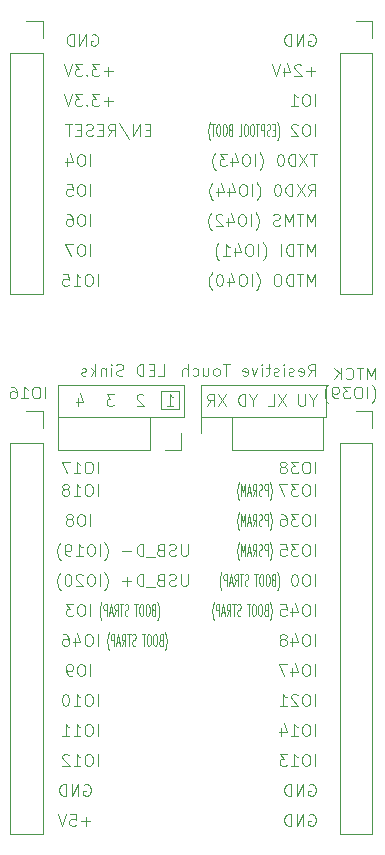
<source format=gbr>
%TF.GenerationSoftware,KiCad,Pcbnew,9.0.6*%
%TF.CreationDate,2025-12-29T11:34:57+00:00*%
%TF.ProjectId,ESP32 S3,45535033-3220-4533-932e-6b696361645f,rev?*%
%TF.SameCoordinates,Original*%
%TF.FileFunction,Legend,Bot*%
%TF.FilePolarity,Positive*%
%FSLAX46Y46*%
G04 Gerber Fmt 4.6, Leading zero omitted, Abs format (unit mm)*
G04 Created by KiCad (PCBNEW 9.0.6) date 2025-12-29 11:34:57*
%MOMM*%
%LPD*%
G01*
G04 APERTURE LIST*
%ADD10C,0.100000*%
%ADD11C,0.120000*%
G04 APERTURE END LIST*
D10*
X118984000Y-125908000D02*
X117460000Y-125908000D01*
X120810000Y-125400000D02*
X131430000Y-125400000D01*
X131430000Y-128120000D01*
X120810000Y-128120000D01*
X120810000Y-125400000D01*
X118984000Y-127432000D02*
X118984000Y-125908000D01*
X108750000Y-125400000D02*
X119365000Y-125400000D01*
X119365000Y-128120000D01*
X108750000Y-128120000D01*
X108750000Y-125400000D01*
X117460000Y-125908000D02*
X117460000Y-127432000D01*
X118984000Y-127432000D02*
X117460000Y-127432000D01*
X111441115Y-106857419D02*
X111441115Y-105857419D01*
X110774449Y-105857419D02*
X110583973Y-105857419D01*
X110583973Y-105857419D02*
X110488735Y-105905038D01*
X110488735Y-105905038D02*
X110393497Y-106000276D01*
X110393497Y-106000276D02*
X110345878Y-106190752D01*
X110345878Y-106190752D02*
X110345878Y-106524085D01*
X110345878Y-106524085D02*
X110393497Y-106714561D01*
X110393497Y-106714561D02*
X110488735Y-106809800D01*
X110488735Y-106809800D02*
X110583973Y-106857419D01*
X110583973Y-106857419D02*
X110774449Y-106857419D01*
X110774449Y-106857419D02*
X110869687Y-106809800D01*
X110869687Y-106809800D02*
X110964925Y-106714561D01*
X110964925Y-106714561D02*
X111012544Y-106524085D01*
X111012544Y-106524085D02*
X111012544Y-106190752D01*
X111012544Y-106190752D02*
X110964925Y-106000276D01*
X110964925Y-106000276D02*
X110869687Y-105905038D01*
X110869687Y-105905038D02*
X110774449Y-105857419D01*
X109488735Y-106190752D02*
X109488735Y-106857419D01*
X109726830Y-105809800D02*
X109964925Y-106524085D01*
X109964925Y-106524085D02*
X109345878Y-106524085D01*
X122966353Y-126177419D02*
X122299687Y-127177419D01*
X122299687Y-126177419D02*
X122966353Y-127177419D01*
X121347306Y-127177419D02*
X121680639Y-126701228D01*
X121918734Y-127177419D02*
X121918734Y-126177419D01*
X121918734Y-126177419D02*
X121537782Y-126177419D01*
X121537782Y-126177419D02*
X121442544Y-126225038D01*
X121442544Y-126225038D02*
X121394925Y-126272657D01*
X121394925Y-126272657D02*
X121347306Y-126367895D01*
X121347306Y-126367895D02*
X121347306Y-126510752D01*
X121347306Y-126510752D02*
X121394925Y-126605990D01*
X121394925Y-126605990D02*
X121442544Y-126653609D01*
X121442544Y-126653609D02*
X121537782Y-126701228D01*
X121537782Y-126701228D02*
X121918734Y-126701228D01*
X130491115Y-114477419D02*
X130491115Y-113477419D01*
X130491115Y-113477419D02*
X130157782Y-114191704D01*
X130157782Y-114191704D02*
X129824449Y-113477419D01*
X129824449Y-113477419D02*
X129824449Y-114477419D01*
X129491115Y-113477419D02*
X128919687Y-113477419D01*
X129205401Y-114477419D02*
X129205401Y-113477419D01*
X128586353Y-114477419D02*
X128586353Y-113477419D01*
X128586353Y-113477419D02*
X128348258Y-113477419D01*
X128348258Y-113477419D02*
X128205401Y-113525038D01*
X128205401Y-113525038D02*
X128110163Y-113620276D01*
X128110163Y-113620276D02*
X128062544Y-113715514D01*
X128062544Y-113715514D02*
X128014925Y-113905990D01*
X128014925Y-113905990D02*
X128014925Y-114048847D01*
X128014925Y-114048847D02*
X128062544Y-114239323D01*
X128062544Y-114239323D02*
X128110163Y-114334561D01*
X128110163Y-114334561D02*
X128205401Y-114429800D01*
X128205401Y-114429800D02*
X128348258Y-114477419D01*
X128348258Y-114477419D02*
X128586353Y-114477419D01*
X127586353Y-114477419D02*
X127586353Y-113477419D01*
X126062544Y-114858371D02*
X126110163Y-114810752D01*
X126110163Y-114810752D02*
X126205401Y-114667895D01*
X126205401Y-114667895D02*
X126253020Y-114572657D01*
X126253020Y-114572657D02*
X126300639Y-114429800D01*
X126300639Y-114429800D02*
X126348258Y-114191704D01*
X126348258Y-114191704D02*
X126348258Y-114001228D01*
X126348258Y-114001228D02*
X126300639Y-113763133D01*
X126300639Y-113763133D02*
X126253020Y-113620276D01*
X126253020Y-113620276D02*
X126205401Y-113525038D01*
X126205401Y-113525038D02*
X126110163Y-113382180D01*
X126110163Y-113382180D02*
X126062544Y-113334561D01*
X125681591Y-114477419D02*
X125681591Y-113477419D01*
X125014925Y-113477419D02*
X124824449Y-113477419D01*
X124824449Y-113477419D02*
X124729211Y-113525038D01*
X124729211Y-113525038D02*
X124633973Y-113620276D01*
X124633973Y-113620276D02*
X124586354Y-113810752D01*
X124586354Y-113810752D02*
X124586354Y-114144085D01*
X124586354Y-114144085D02*
X124633973Y-114334561D01*
X124633973Y-114334561D02*
X124729211Y-114429800D01*
X124729211Y-114429800D02*
X124824449Y-114477419D01*
X124824449Y-114477419D02*
X125014925Y-114477419D01*
X125014925Y-114477419D02*
X125110163Y-114429800D01*
X125110163Y-114429800D02*
X125205401Y-114334561D01*
X125205401Y-114334561D02*
X125253020Y-114144085D01*
X125253020Y-114144085D02*
X125253020Y-113810752D01*
X125253020Y-113810752D02*
X125205401Y-113620276D01*
X125205401Y-113620276D02*
X125110163Y-113525038D01*
X125110163Y-113525038D02*
X125014925Y-113477419D01*
X123729211Y-113810752D02*
X123729211Y-114477419D01*
X123967306Y-113429800D02*
X124205401Y-114144085D01*
X124205401Y-114144085D02*
X123586354Y-114144085D01*
X122681592Y-114477419D02*
X123253020Y-114477419D01*
X122967306Y-114477419D02*
X122967306Y-113477419D01*
X122967306Y-113477419D02*
X123062544Y-113620276D01*
X123062544Y-113620276D02*
X123157782Y-113715514D01*
X123157782Y-113715514D02*
X123253020Y-113763133D01*
X122348258Y-114858371D02*
X122300639Y-114810752D01*
X122300639Y-114810752D02*
X122205401Y-114667895D01*
X122205401Y-114667895D02*
X122157782Y-114572657D01*
X122157782Y-114572657D02*
X122110163Y-114429800D01*
X122110163Y-114429800D02*
X122062544Y-114191704D01*
X122062544Y-114191704D02*
X122062544Y-114001228D01*
X122062544Y-114001228D02*
X122110163Y-113763133D01*
X122110163Y-113763133D02*
X122157782Y-113620276D01*
X122157782Y-113620276D02*
X122205401Y-113525038D01*
X122205401Y-113525038D02*
X122300639Y-113382180D01*
X122300639Y-113382180D02*
X122348258Y-113334561D01*
X111441115Y-111937419D02*
X111441115Y-110937419D01*
X110774449Y-110937419D02*
X110583973Y-110937419D01*
X110583973Y-110937419D02*
X110488735Y-110985038D01*
X110488735Y-110985038D02*
X110393497Y-111080276D01*
X110393497Y-111080276D02*
X110345878Y-111270752D01*
X110345878Y-111270752D02*
X110345878Y-111604085D01*
X110345878Y-111604085D02*
X110393497Y-111794561D01*
X110393497Y-111794561D02*
X110488735Y-111889800D01*
X110488735Y-111889800D02*
X110583973Y-111937419D01*
X110583973Y-111937419D02*
X110774449Y-111937419D01*
X110774449Y-111937419D02*
X110869687Y-111889800D01*
X110869687Y-111889800D02*
X110964925Y-111794561D01*
X110964925Y-111794561D02*
X111012544Y-111604085D01*
X111012544Y-111604085D02*
X111012544Y-111270752D01*
X111012544Y-111270752D02*
X110964925Y-111080276D01*
X110964925Y-111080276D02*
X110869687Y-110985038D01*
X110869687Y-110985038D02*
X110774449Y-110937419D01*
X109488735Y-110937419D02*
X109679211Y-110937419D01*
X109679211Y-110937419D02*
X109774449Y-110985038D01*
X109774449Y-110985038D02*
X109822068Y-111032657D01*
X109822068Y-111032657D02*
X109917306Y-111175514D01*
X109917306Y-111175514D02*
X109964925Y-111365990D01*
X109964925Y-111365990D02*
X109964925Y-111746942D01*
X109964925Y-111746942D02*
X109917306Y-111842180D01*
X109917306Y-111842180D02*
X109869687Y-111889800D01*
X109869687Y-111889800D02*
X109774449Y-111937419D01*
X109774449Y-111937419D02*
X109583973Y-111937419D01*
X109583973Y-111937419D02*
X109488735Y-111889800D01*
X109488735Y-111889800D02*
X109441116Y-111842180D01*
X109441116Y-111842180D02*
X109393497Y-111746942D01*
X109393497Y-111746942D02*
X109393497Y-111508847D01*
X109393497Y-111508847D02*
X109441116Y-111413609D01*
X109441116Y-111413609D02*
X109488735Y-111365990D01*
X109488735Y-111365990D02*
X109583973Y-111318371D01*
X109583973Y-111318371D02*
X109774449Y-111318371D01*
X109774449Y-111318371D02*
X109869687Y-111365990D01*
X109869687Y-111365990D02*
X109917306Y-111413609D01*
X109917306Y-111413609D02*
X109964925Y-111508847D01*
X112076115Y-157657419D02*
X112076115Y-156657419D01*
X111409449Y-156657419D02*
X111218973Y-156657419D01*
X111218973Y-156657419D02*
X111123735Y-156705038D01*
X111123735Y-156705038D02*
X111028497Y-156800276D01*
X111028497Y-156800276D02*
X110980878Y-156990752D01*
X110980878Y-156990752D02*
X110980878Y-157324085D01*
X110980878Y-157324085D02*
X111028497Y-157514561D01*
X111028497Y-157514561D02*
X111123735Y-157609800D01*
X111123735Y-157609800D02*
X111218973Y-157657419D01*
X111218973Y-157657419D02*
X111409449Y-157657419D01*
X111409449Y-157657419D02*
X111504687Y-157609800D01*
X111504687Y-157609800D02*
X111599925Y-157514561D01*
X111599925Y-157514561D02*
X111647544Y-157324085D01*
X111647544Y-157324085D02*
X111647544Y-156990752D01*
X111647544Y-156990752D02*
X111599925Y-156800276D01*
X111599925Y-156800276D02*
X111504687Y-156705038D01*
X111504687Y-156705038D02*
X111409449Y-156657419D01*
X110028497Y-157657419D02*
X110599925Y-157657419D01*
X110314211Y-157657419D02*
X110314211Y-156657419D01*
X110314211Y-156657419D02*
X110409449Y-156800276D01*
X110409449Y-156800276D02*
X110504687Y-156895514D01*
X110504687Y-156895514D02*
X110599925Y-156943133D01*
X109647544Y-156752657D02*
X109599925Y-156705038D01*
X109599925Y-156705038D02*
X109504687Y-156657419D01*
X109504687Y-156657419D02*
X109266592Y-156657419D01*
X109266592Y-156657419D02*
X109171354Y-156705038D01*
X109171354Y-156705038D02*
X109123735Y-156752657D01*
X109123735Y-156752657D02*
X109076116Y-156847895D01*
X109076116Y-156847895D02*
X109076116Y-156943133D01*
X109076116Y-156943133D02*
X109123735Y-157085990D01*
X109123735Y-157085990D02*
X109695163Y-157657419D01*
X109695163Y-157657419D02*
X109076116Y-157657419D01*
X125220639Y-126701228D02*
X125220639Y-127177419D01*
X125553972Y-126177419D02*
X125220639Y-126701228D01*
X125220639Y-126701228D02*
X124887306Y-126177419D01*
X124553972Y-127177419D02*
X124553972Y-126177419D01*
X124553972Y-126177419D02*
X124315877Y-126177419D01*
X124315877Y-126177419D02*
X124173020Y-126225038D01*
X124173020Y-126225038D02*
X124077782Y-126320276D01*
X124077782Y-126320276D02*
X124030163Y-126415514D01*
X124030163Y-126415514D02*
X123982544Y-126605990D01*
X123982544Y-126605990D02*
X123982544Y-126748847D01*
X123982544Y-126748847D02*
X124030163Y-126939323D01*
X124030163Y-126939323D02*
X124077782Y-127034561D01*
X124077782Y-127034561D02*
X124173020Y-127129800D01*
X124173020Y-127129800D02*
X124315877Y-127177419D01*
X124315877Y-127177419D02*
X124553972Y-127177419D01*
X130491115Y-111937419D02*
X130491115Y-110937419D01*
X130491115Y-110937419D02*
X130157782Y-111651704D01*
X130157782Y-111651704D02*
X129824449Y-110937419D01*
X129824449Y-110937419D02*
X129824449Y-111937419D01*
X129491115Y-110937419D02*
X128919687Y-110937419D01*
X129205401Y-111937419D02*
X129205401Y-110937419D01*
X128586353Y-111937419D02*
X128586353Y-110937419D01*
X128586353Y-110937419D02*
X128253020Y-111651704D01*
X128253020Y-111651704D02*
X127919687Y-110937419D01*
X127919687Y-110937419D02*
X127919687Y-111937419D01*
X127491115Y-111889800D02*
X127348258Y-111937419D01*
X127348258Y-111937419D02*
X127110163Y-111937419D01*
X127110163Y-111937419D02*
X127014925Y-111889800D01*
X127014925Y-111889800D02*
X126967306Y-111842180D01*
X126967306Y-111842180D02*
X126919687Y-111746942D01*
X126919687Y-111746942D02*
X126919687Y-111651704D01*
X126919687Y-111651704D02*
X126967306Y-111556466D01*
X126967306Y-111556466D02*
X127014925Y-111508847D01*
X127014925Y-111508847D02*
X127110163Y-111461228D01*
X127110163Y-111461228D02*
X127300639Y-111413609D01*
X127300639Y-111413609D02*
X127395877Y-111365990D01*
X127395877Y-111365990D02*
X127443496Y-111318371D01*
X127443496Y-111318371D02*
X127491115Y-111223133D01*
X127491115Y-111223133D02*
X127491115Y-111127895D01*
X127491115Y-111127895D02*
X127443496Y-111032657D01*
X127443496Y-111032657D02*
X127395877Y-110985038D01*
X127395877Y-110985038D02*
X127300639Y-110937419D01*
X127300639Y-110937419D02*
X127062544Y-110937419D01*
X127062544Y-110937419D02*
X126919687Y-110985038D01*
X125443496Y-112318371D02*
X125491115Y-112270752D01*
X125491115Y-112270752D02*
X125586353Y-112127895D01*
X125586353Y-112127895D02*
X125633972Y-112032657D01*
X125633972Y-112032657D02*
X125681591Y-111889800D01*
X125681591Y-111889800D02*
X125729210Y-111651704D01*
X125729210Y-111651704D02*
X125729210Y-111461228D01*
X125729210Y-111461228D02*
X125681591Y-111223133D01*
X125681591Y-111223133D02*
X125633972Y-111080276D01*
X125633972Y-111080276D02*
X125586353Y-110985038D01*
X125586353Y-110985038D02*
X125491115Y-110842180D01*
X125491115Y-110842180D02*
X125443496Y-110794561D01*
X125062543Y-111937419D02*
X125062543Y-110937419D01*
X124395877Y-110937419D02*
X124205401Y-110937419D01*
X124205401Y-110937419D02*
X124110163Y-110985038D01*
X124110163Y-110985038D02*
X124014925Y-111080276D01*
X124014925Y-111080276D02*
X123967306Y-111270752D01*
X123967306Y-111270752D02*
X123967306Y-111604085D01*
X123967306Y-111604085D02*
X124014925Y-111794561D01*
X124014925Y-111794561D02*
X124110163Y-111889800D01*
X124110163Y-111889800D02*
X124205401Y-111937419D01*
X124205401Y-111937419D02*
X124395877Y-111937419D01*
X124395877Y-111937419D02*
X124491115Y-111889800D01*
X124491115Y-111889800D02*
X124586353Y-111794561D01*
X124586353Y-111794561D02*
X124633972Y-111604085D01*
X124633972Y-111604085D02*
X124633972Y-111270752D01*
X124633972Y-111270752D02*
X124586353Y-111080276D01*
X124586353Y-111080276D02*
X124491115Y-110985038D01*
X124491115Y-110985038D02*
X124395877Y-110937419D01*
X123110163Y-111270752D02*
X123110163Y-111937419D01*
X123348258Y-110889800D02*
X123586353Y-111604085D01*
X123586353Y-111604085D02*
X122967306Y-111604085D01*
X122633972Y-111032657D02*
X122586353Y-110985038D01*
X122586353Y-110985038D02*
X122491115Y-110937419D01*
X122491115Y-110937419D02*
X122253020Y-110937419D01*
X122253020Y-110937419D02*
X122157782Y-110985038D01*
X122157782Y-110985038D02*
X122110163Y-111032657D01*
X122110163Y-111032657D02*
X122062544Y-111127895D01*
X122062544Y-111127895D02*
X122062544Y-111223133D01*
X122062544Y-111223133D02*
X122110163Y-111365990D01*
X122110163Y-111365990D02*
X122681591Y-111937419D01*
X122681591Y-111937419D02*
X122062544Y-111937419D01*
X121729210Y-112318371D02*
X121681591Y-112270752D01*
X121681591Y-112270752D02*
X121586353Y-112127895D01*
X121586353Y-112127895D02*
X121538734Y-112032657D01*
X121538734Y-112032657D02*
X121491115Y-111889800D01*
X121491115Y-111889800D02*
X121443496Y-111651704D01*
X121443496Y-111651704D02*
X121443496Y-111461228D01*
X121443496Y-111461228D02*
X121491115Y-111223133D01*
X121491115Y-111223133D02*
X121538734Y-111080276D01*
X121538734Y-111080276D02*
X121586353Y-110985038D01*
X121586353Y-110985038D02*
X121681591Y-110842180D01*
X121681591Y-110842180D02*
X121729210Y-110794561D01*
X129967306Y-161785038D02*
X130062544Y-161737419D01*
X130062544Y-161737419D02*
X130205401Y-161737419D01*
X130205401Y-161737419D02*
X130348258Y-161785038D01*
X130348258Y-161785038D02*
X130443496Y-161880276D01*
X130443496Y-161880276D02*
X130491115Y-161975514D01*
X130491115Y-161975514D02*
X130538734Y-162165990D01*
X130538734Y-162165990D02*
X130538734Y-162308847D01*
X130538734Y-162308847D02*
X130491115Y-162499323D01*
X130491115Y-162499323D02*
X130443496Y-162594561D01*
X130443496Y-162594561D02*
X130348258Y-162689800D01*
X130348258Y-162689800D02*
X130205401Y-162737419D01*
X130205401Y-162737419D02*
X130110163Y-162737419D01*
X130110163Y-162737419D02*
X129967306Y-162689800D01*
X129967306Y-162689800D02*
X129919687Y-162642180D01*
X129919687Y-162642180D02*
X129919687Y-162308847D01*
X129919687Y-162308847D02*
X130110163Y-162308847D01*
X129491115Y-162737419D02*
X129491115Y-161737419D01*
X129491115Y-161737419D02*
X128919687Y-162737419D01*
X128919687Y-162737419D02*
X128919687Y-161737419D01*
X128443496Y-162737419D02*
X128443496Y-161737419D01*
X128443496Y-161737419D02*
X128205401Y-161737419D01*
X128205401Y-161737419D02*
X128062544Y-161785038D01*
X128062544Y-161785038D02*
X127967306Y-161880276D01*
X127967306Y-161880276D02*
X127919687Y-161975514D01*
X127919687Y-161975514D02*
X127872068Y-162165990D01*
X127872068Y-162165990D02*
X127872068Y-162308847D01*
X127872068Y-162308847D02*
X127919687Y-162499323D01*
X127919687Y-162499323D02*
X127967306Y-162594561D01*
X127967306Y-162594561D02*
X128062544Y-162689800D01*
X128062544Y-162689800D02*
X128205401Y-162737419D01*
X128205401Y-162737419D02*
X128443496Y-162737419D01*
X130491115Y-142417419D02*
X130491115Y-141417419D01*
X129824449Y-141417419D02*
X129633973Y-141417419D01*
X129633973Y-141417419D02*
X129538735Y-141465038D01*
X129538735Y-141465038D02*
X129443497Y-141560276D01*
X129443497Y-141560276D02*
X129395878Y-141750752D01*
X129395878Y-141750752D02*
X129395878Y-142084085D01*
X129395878Y-142084085D02*
X129443497Y-142274561D01*
X129443497Y-142274561D02*
X129538735Y-142369800D01*
X129538735Y-142369800D02*
X129633973Y-142417419D01*
X129633973Y-142417419D02*
X129824449Y-142417419D01*
X129824449Y-142417419D02*
X129919687Y-142369800D01*
X129919687Y-142369800D02*
X130014925Y-142274561D01*
X130014925Y-142274561D02*
X130062544Y-142084085D01*
X130062544Y-142084085D02*
X130062544Y-141750752D01*
X130062544Y-141750752D02*
X130014925Y-141560276D01*
X130014925Y-141560276D02*
X129919687Y-141465038D01*
X129919687Y-141465038D02*
X129824449Y-141417419D01*
X128776830Y-141417419D02*
X128681592Y-141417419D01*
X128681592Y-141417419D02*
X128586354Y-141465038D01*
X128586354Y-141465038D02*
X128538735Y-141512657D01*
X128538735Y-141512657D02*
X128491116Y-141607895D01*
X128491116Y-141607895D02*
X128443497Y-141798371D01*
X128443497Y-141798371D02*
X128443497Y-142036466D01*
X128443497Y-142036466D02*
X128491116Y-142226942D01*
X128491116Y-142226942D02*
X128538735Y-142322180D01*
X128538735Y-142322180D02*
X128586354Y-142369800D01*
X128586354Y-142369800D02*
X128681592Y-142417419D01*
X128681592Y-142417419D02*
X128776830Y-142417419D01*
X128776830Y-142417419D02*
X128872068Y-142369800D01*
X128872068Y-142369800D02*
X128919687Y-142322180D01*
X128919687Y-142322180D02*
X128967306Y-142226942D01*
X128967306Y-142226942D02*
X129014925Y-142036466D01*
X129014925Y-142036466D02*
X129014925Y-141798371D01*
X129014925Y-141798371D02*
X128967306Y-141607895D01*
X128967306Y-141607895D02*
X128919687Y-141512657D01*
X128919687Y-141512657D02*
X128872068Y-141465038D01*
X128872068Y-141465038D02*
X128776830Y-141417419D01*
X111441115Y-150037419D02*
X111441115Y-149037419D01*
X110774449Y-149037419D02*
X110583973Y-149037419D01*
X110583973Y-149037419D02*
X110488735Y-149085038D01*
X110488735Y-149085038D02*
X110393497Y-149180276D01*
X110393497Y-149180276D02*
X110345878Y-149370752D01*
X110345878Y-149370752D02*
X110345878Y-149704085D01*
X110345878Y-149704085D02*
X110393497Y-149894561D01*
X110393497Y-149894561D02*
X110488735Y-149989800D01*
X110488735Y-149989800D02*
X110583973Y-150037419D01*
X110583973Y-150037419D02*
X110774449Y-150037419D01*
X110774449Y-150037419D02*
X110869687Y-149989800D01*
X110869687Y-149989800D02*
X110964925Y-149894561D01*
X110964925Y-149894561D02*
X111012544Y-149704085D01*
X111012544Y-149704085D02*
X111012544Y-149370752D01*
X111012544Y-149370752D02*
X110964925Y-149180276D01*
X110964925Y-149180276D02*
X110869687Y-149085038D01*
X110869687Y-149085038D02*
X110774449Y-149037419D01*
X109869687Y-150037419D02*
X109679211Y-150037419D01*
X109679211Y-150037419D02*
X109583973Y-149989800D01*
X109583973Y-149989800D02*
X109536354Y-149942180D01*
X109536354Y-149942180D02*
X109441116Y-149799323D01*
X109441116Y-149799323D02*
X109393497Y-149608847D01*
X109393497Y-149608847D02*
X109393497Y-149227895D01*
X109393497Y-149227895D02*
X109441116Y-149132657D01*
X109441116Y-149132657D02*
X109488735Y-149085038D01*
X109488735Y-149085038D02*
X109583973Y-149037419D01*
X109583973Y-149037419D02*
X109774449Y-149037419D01*
X109774449Y-149037419D02*
X109869687Y-149085038D01*
X109869687Y-149085038D02*
X109917306Y-149132657D01*
X109917306Y-149132657D02*
X109964925Y-149227895D01*
X109964925Y-149227895D02*
X109964925Y-149465990D01*
X109964925Y-149465990D02*
X109917306Y-149561228D01*
X109917306Y-149561228D02*
X109869687Y-149608847D01*
X109869687Y-149608847D02*
X109774449Y-149656466D01*
X109774449Y-149656466D02*
X109583973Y-149656466D01*
X109583973Y-149656466D02*
X109488735Y-149608847D01*
X109488735Y-149608847D02*
X109441116Y-149561228D01*
X109441116Y-149561228D02*
X109393497Y-149465990D01*
X128046353Y-126177419D02*
X127379687Y-127177419D01*
X127379687Y-126177419D02*
X128046353Y-127177419D01*
X126522544Y-127177419D02*
X126998734Y-127177419D01*
X126998734Y-127177419D02*
X126998734Y-126177419D01*
X111441115Y-114477419D02*
X111441115Y-113477419D01*
X110774449Y-113477419D02*
X110583973Y-113477419D01*
X110583973Y-113477419D02*
X110488735Y-113525038D01*
X110488735Y-113525038D02*
X110393497Y-113620276D01*
X110393497Y-113620276D02*
X110345878Y-113810752D01*
X110345878Y-113810752D02*
X110345878Y-114144085D01*
X110345878Y-114144085D02*
X110393497Y-114334561D01*
X110393497Y-114334561D02*
X110488735Y-114429800D01*
X110488735Y-114429800D02*
X110583973Y-114477419D01*
X110583973Y-114477419D02*
X110774449Y-114477419D01*
X110774449Y-114477419D02*
X110869687Y-114429800D01*
X110869687Y-114429800D02*
X110964925Y-114334561D01*
X110964925Y-114334561D02*
X111012544Y-114144085D01*
X111012544Y-114144085D02*
X111012544Y-113810752D01*
X111012544Y-113810752D02*
X110964925Y-113620276D01*
X110964925Y-113620276D02*
X110869687Y-113525038D01*
X110869687Y-113525038D02*
X110774449Y-113477419D01*
X110012544Y-113477419D02*
X109345878Y-113477419D01*
X109345878Y-113477419D02*
X109774449Y-114477419D01*
X111441115Y-144957419D02*
X111441115Y-143957419D01*
X110774449Y-143957419D02*
X110583973Y-143957419D01*
X110583973Y-143957419D02*
X110488735Y-144005038D01*
X110488735Y-144005038D02*
X110393497Y-144100276D01*
X110393497Y-144100276D02*
X110345878Y-144290752D01*
X110345878Y-144290752D02*
X110345878Y-144624085D01*
X110345878Y-144624085D02*
X110393497Y-144814561D01*
X110393497Y-144814561D02*
X110488735Y-144909800D01*
X110488735Y-144909800D02*
X110583973Y-144957419D01*
X110583973Y-144957419D02*
X110774449Y-144957419D01*
X110774449Y-144957419D02*
X110869687Y-144909800D01*
X110869687Y-144909800D02*
X110964925Y-144814561D01*
X110964925Y-144814561D02*
X111012544Y-144624085D01*
X111012544Y-144624085D02*
X111012544Y-144290752D01*
X111012544Y-144290752D02*
X110964925Y-144100276D01*
X110964925Y-144100276D02*
X110869687Y-144005038D01*
X110869687Y-144005038D02*
X110774449Y-143957419D01*
X110012544Y-143957419D02*
X109393497Y-143957419D01*
X109393497Y-143957419D02*
X109726830Y-144338371D01*
X109726830Y-144338371D02*
X109583973Y-144338371D01*
X109583973Y-144338371D02*
X109488735Y-144385990D01*
X109488735Y-144385990D02*
X109441116Y-144433609D01*
X109441116Y-144433609D02*
X109393497Y-144528847D01*
X109393497Y-144528847D02*
X109393497Y-144766942D01*
X109393497Y-144766942D02*
X109441116Y-144862180D01*
X109441116Y-144862180D02*
X109488735Y-144909800D01*
X109488735Y-144909800D02*
X109583973Y-144957419D01*
X109583973Y-144957419D02*
X109869687Y-144957419D01*
X109869687Y-144957419D02*
X109964925Y-144909800D01*
X109964925Y-144909800D02*
X110012544Y-144862180D01*
X110917306Y-159245038D02*
X111012544Y-159197419D01*
X111012544Y-159197419D02*
X111155401Y-159197419D01*
X111155401Y-159197419D02*
X111298258Y-159245038D01*
X111298258Y-159245038D02*
X111393496Y-159340276D01*
X111393496Y-159340276D02*
X111441115Y-159435514D01*
X111441115Y-159435514D02*
X111488734Y-159625990D01*
X111488734Y-159625990D02*
X111488734Y-159768847D01*
X111488734Y-159768847D02*
X111441115Y-159959323D01*
X111441115Y-159959323D02*
X111393496Y-160054561D01*
X111393496Y-160054561D02*
X111298258Y-160149800D01*
X111298258Y-160149800D02*
X111155401Y-160197419D01*
X111155401Y-160197419D02*
X111060163Y-160197419D01*
X111060163Y-160197419D02*
X110917306Y-160149800D01*
X110917306Y-160149800D02*
X110869687Y-160102180D01*
X110869687Y-160102180D02*
X110869687Y-159768847D01*
X110869687Y-159768847D02*
X111060163Y-159768847D01*
X110441115Y-160197419D02*
X110441115Y-159197419D01*
X110441115Y-159197419D02*
X109869687Y-160197419D01*
X109869687Y-160197419D02*
X109869687Y-159197419D01*
X109393496Y-160197419D02*
X109393496Y-159197419D01*
X109393496Y-159197419D02*
X109155401Y-159197419D01*
X109155401Y-159197419D02*
X109012544Y-159245038D01*
X109012544Y-159245038D02*
X108917306Y-159340276D01*
X108917306Y-159340276D02*
X108869687Y-159435514D01*
X108869687Y-159435514D02*
X108822068Y-159625990D01*
X108822068Y-159625990D02*
X108822068Y-159768847D01*
X108822068Y-159768847D02*
X108869687Y-159959323D01*
X108869687Y-159959323D02*
X108917306Y-160054561D01*
X108917306Y-160054561D02*
X109012544Y-160149800D01*
X109012544Y-160149800D02*
X109155401Y-160197419D01*
X109155401Y-160197419D02*
X109393496Y-160197419D01*
X112076115Y-134797419D02*
X112076115Y-133797419D01*
X111409449Y-133797419D02*
X111218973Y-133797419D01*
X111218973Y-133797419D02*
X111123735Y-133845038D01*
X111123735Y-133845038D02*
X111028497Y-133940276D01*
X111028497Y-133940276D02*
X110980878Y-134130752D01*
X110980878Y-134130752D02*
X110980878Y-134464085D01*
X110980878Y-134464085D02*
X111028497Y-134654561D01*
X111028497Y-134654561D02*
X111123735Y-134749800D01*
X111123735Y-134749800D02*
X111218973Y-134797419D01*
X111218973Y-134797419D02*
X111409449Y-134797419D01*
X111409449Y-134797419D02*
X111504687Y-134749800D01*
X111504687Y-134749800D02*
X111599925Y-134654561D01*
X111599925Y-134654561D02*
X111647544Y-134464085D01*
X111647544Y-134464085D02*
X111647544Y-134130752D01*
X111647544Y-134130752D02*
X111599925Y-133940276D01*
X111599925Y-133940276D02*
X111504687Y-133845038D01*
X111504687Y-133845038D02*
X111409449Y-133797419D01*
X110028497Y-134797419D02*
X110599925Y-134797419D01*
X110314211Y-134797419D02*
X110314211Y-133797419D01*
X110314211Y-133797419D02*
X110409449Y-133940276D01*
X110409449Y-133940276D02*
X110504687Y-134035514D01*
X110504687Y-134035514D02*
X110599925Y-134083133D01*
X109457068Y-134225990D02*
X109552306Y-134178371D01*
X109552306Y-134178371D02*
X109599925Y-134130752D01*
X109599925Y-134130752D02*
X109647544Y-134035514D01*
X109647544Y-134035514D02*
X109647544Y-133987895D01*
X109647544Y-133987895D02*
X109599925Y-133892657D01*
X109599925Y-133892657D02*
X109552306Y-133845038D01*
X109552306Y-133845038D02*
X109457068Y-133797419D01*
X109457068Y-133797419D02*
X109266592Y-133797419D01*
X109266592Y-133797419D02*
X109171354Y-133845038D01*
X109171354Y-133845038D02*
X109123735Y-133892657D01*
X109123735Y-133892657D02*
X109076116Y-133987895D01*
X109076116Y-133987895D02*
X109076116Y-134035514D01*
X109076116Y-134035514D02*
X109123735Y-134130752D01*
X109123735Y-134130752D02*
X109171354Y-134178371D01*
X109171354Y-134178371D02*
X109266592Y-134225990D01*
X109266592Y-134225990D02*
X109457068Y-134225990D01*
X109457068Y-134225990D02*
X109552306Y-134273609D01*
X109552306Y-134273609D02*
X109599925Y-134321228D01*
X109599925Y-134321228D02*
X109647544Y-134416466D01*
X109647544Y-134416466D02*
X109647544Y-134606942D01*
X109647544Y-134606942D02*
X109599925Y-134702180D01*
X109599925Y-134702180D02*
X109552306Y-134749800D01*
X109552306Y-134749800D02*
X109457068Y-134797419D01*
X109457068Y-134797419D02*
X109266592Y-134797419D01*
X109266592Y-134797419D02*
X109171354Y-134749800D01*
X109171354Y-134749800D02*
X109123735Y-134702180D01*
X109123735Y-134702180D02*
X109076116Y-134606942D01*
X109076116Y-134606942D02*
X109076116Y-134416466D01*
X109076116Y-134416466D02*
X109123735Y-134321228D01*
X109123735Y-134321228D02*
X109171354Y-134273609D01*
X109171354Y-134273609D02*
X109266592Y-134225990D01*
X130491115Y-155117419D02*
X130491115Y-154117419D01*
X129824449Y-154117419D02*
X129633973Y-154117419D01*
X129633973Y-154117419D02*
X129538735Y-154165038D01*
X129538735Y-154165038D02*
X129443497Y-154260276D01*
X129443497Y-154260276D02*
X129395878Y-154450752D01*
X129395878Y-154450752D02*
X129395878Y-154784085D01*
X129395878Y-154784085D02*
X129443497Y-154974561D01*
X129443497Y-154974561D02*
X129538735Y-155069800D01*
X129538735Y-155069800D02*
X129633973Y-155117419D01*
X129633973Y-155117419D02*
X129824449Y-155117419D01*
X129824449Y-155117419D02*
X129919687Y-155069800D01*
X129919687Y-155069800D02*
X130014925Y-154974561D01*
X130014925Y-154974561D02*
X130062544Y-154784085D01*
X130062544Y-154784085D02*
X130062544Y-154450752D01*
X130062544Y-154450752D02*
X130014925Y-154260276D01*
X130014925Y-154260276D02*
X129919687Y-154165038D01*
X129919687Y-154165038D02*
X129824449Y-154117419D01*
X128443497Y-155117419D02*
X129014925Y-155117419D01*
X128729211Y-155117419D02*
X128729211Y-154117419D01*
X128729211Y-154117419D02*
X128824449Y-154260276D01*
X128824449Y-154260276D02*
X128919687Y-154355514D01*
X128919687Y-154355514D02*
X129014925Y-154403133D01*
X127586354Y-154450752D02*
X127586354Y-155117419D01*
X127824449Y-154069800D02*
X128062544Y-154784085D01*
X128062544Y-154784085D02*
X127443497Y-154784085D01*
X116521115Y-103793609D02*
X116187782Y-103793609D01*
X116044925Y-104317419D02*
X116521115Y-104317419D01*
X116521115Y-104317419D02*
X116521115Y-103317419D01*
X116521115Y-103317419D02*
X116044925Y-103317419D01*
X115616353Y-104317419D02*
X115616353Y-103317419D01*
X115616353Y-103317419D02*
X115044925Y-104317419D01*
X115044925Y-104317419D02*
X115044925Y-103317419D01*
X113854449Y-103269800D02*
X114711591Y-104555514D01*
X112949687Y-104317419D02*
X113283020Y-103841228D01*
X113521115Y-104317419D02*
X113521115Y-103317419D01*
X113521115Y-103317419D02*
X113140163Y-103317419D01*
X113140163Y-103317419D02*
X113044925Y-103365038D01*
X113044925Y-103365038D02*
X112997306Y-103412657D01*
X112997306Y-103412657D02*
X112949687Y-103507895D01*
X112949687Y-103507895D02*
X112949687Y-103650752D01*
X112949687Y-103650752D02*
X112997306Y-103745990D01*
X112997306Y-103745990D02*
X113044925Y-103793609D01*
X113044925Y-103793609D02*
X113140163Y-103841228D01*
X113140163Y-103841228D02*
X113521115Y-103841228D01*
X112521115Y-103793609D02*
X112187782Y-103793609D01*
X112044925Y-104317419D02*
X112521115Y-104317419D01*
X112521115Y-104317419D02*
X112521115Y-103317419D01*
X112521115Y-103317419D02*
X112044925Y-103317419D01*
X111663972Y-104269800D02*
X111521115Y-104317419D01*
X111521115Y-104317419D02*
X111283020Y-104317419D01*
X111283020Y-104317419D02*
X111187782Y-104269800D01*
X111187782Y-104269800D02*
X111140163Y-104222180D01*
X111140163Y-104222180D02*
X111092544Y-104126942D01*
X111092544Y-104126942D02*
X111092544Y-104031704D01*
X111092544Y-104031704D02*
X111140163Y-103936466D01*
X111140163Y-103936466D02*
X111187782Y-103888847D01*
X111187782Y-103888847D02*
X111283020Y-103841228D01*
X111283020Y-103841228D02*
X111473496Y-103793609D01*
X111473496Y-103793609D02*
X111568734Y-103745990D01*
X111568734Y-103745990D02*
X111616353Y-103698371D01*
X111616353Y-103698371D02*
X111663972Y-103603133D01*
X111663972Y-103603133D02*
X111663972Y-103507895D01*
X111663972Y-103507895D02*
X111616353Y-103412657D01*
X111616353Y-103412657D02*
X111568734Y-103365038D01*
X111568734Y-103365038D02*
X111473496Y-103317419D01*
X111473496Y-103317419D02*
X111235401Y-103317419D01*
X111235401Y-103317419D02*
X111092544Y-103365038D01*
X110663972Y-103793609D02*
X110330639Y-103793609D01*
X110187782Y-104317419D02*
X110663972Y-104317419D01*
X110663972Y-104317419D02*
X110663972Y-103317419D01*
X110663972Y-103317419D02*
X110187782Y-103317419D01*
X109902067Y-103317419D02*
X109330639Y-103317419D01*
X109616353Y-104317419D02*
X109616353Y-103317419D01*
X107631115Y-126542419D02*
X107631115Y-125542419D01*
X106964449Y-125542419D02*
X106773973Y-125542419D01*
X106773973Y-125542419D02*
X106678735Y-125590038D01*
X106678735Y-125590038D02*
X106583497Y-125685276D01*
X106583497Y-125685276D02*
X106535878Y-125875752D01*
X106535878Y-125875752D02*
X106535878Y-126209085D01*
X106535878Y-126209085D02*
X106583497Y-126399561D01*
X106583497Y-126399561D02*
X106678735Y-126494800D01*
X106678735Y-126494800D02*
X106773973Y-126542419D01*
X106773973Y-126542419D02*
X106964449Y-126542419D01*
X106964449Y-126542419D02*
X107059687Y-126494800D01*
X107059687Y-126494800D02*
X107154925Y-126399561D01*
X107154925Y-126399561D02*
X107202544Y-126209085D01*
X107202544Y-126209085D02*
X107202544Y-125875752D01*
X107202544Y-125875752D02*
X107154925Y-125685276D01*
X107154925Y-125685276D02*
X107059687Y-125590038D01*
X107059687Y-125590038D02*
X106964449Y-125542419D01*
X105583497Y-126542419D02*
X106154925Y-126542419D01*
X105869211Y-126542419D02*
X105869211Y-125542419D01*
X105869211Y-125542419D02*
X105964449Y-125685276D01*
X105964449Y-125685276D02*
X106059687Y-125780514D01*
X106059687Y-125780514D02*
X106154925Y-125828133D01*
X104726354Y-125542419D02*
X104916830Y-125542419D01*
X104916830Y-125542419D02*
X105012068Y-125590038D01*
X105012068Y-125590038D02*
X105059687Y-125637657D01*
X105059687Y-125637657D02*
X105154925Y-125780514D01*
X105154925Y-125780514D02*
X105202544Y-125970990D01*
X105202544Y-125970990D02*
X105202544Y-126351942D01*
X105202544Y-126351942D02*
X105154925Y-126447180D01*
X105154925Y-126447180D02*
X105107306Y-126494800D01*
X105107306Y-126494800D02*
X105012068Y-126542419D01*
X105012068Y-126542419D02*
X104821592Y-126542419D01*
X104821592Y-126542419D02*
X104726354Y-126494800D01*
X104726354Y-126494800D02*
X104678735Y-126447180D01*
X104678735Y-126447180D02*
X104631116Y-126351942D01*
X104631116Y-126351942D02*
X104631116Y-126113847D01*
X104631116Y-126113847D02*
X104678735Y-126018609D01*
X104678735Y-126018609D02*
X104726354Y-125970990D01*
X104726354Y-125970990D02*
X104821592Y-125923371D01*
X104821592Y-125923371D02*
X105012068Y-125923371D01*
X105012068Y-125923371D02*
X105107306Y-125970990D01*
X105107306Y-125970990D02*
X105154925Y-126018609D01*
X105154925Y-126018609D02*
X105202544Y-126113847D01*
X127292306Y-142798371D02*
X127316115Y-142750752D01*
X127316115Y-142750752D02*
X127363734Y-142607895D01*
X127363734Y-142607895D02*
X127387544Y-142512657D01*
X127387544Y-142512657D02*
X127411353Y-142369800D01*
X127411353Y-142369800D02*
X127435163Y-142131704D01*
X127435163Y-142131704D02*
X127435163Y-141941228D01*
X127435163Y-141941228D02*
X127411353Y-141703133D01*
X127411353Y-141703133D02*
X127387544Y-141560276D01*
X127387544Y-141560276D02*
X127363734Y-141465038D01*
X127363734Y-141465038D02*
X127316115Y-141322180D01*
X127316115Y-141322180D02*
X127292306Y-141274561D01*
X126935163Y-141893609D02*
X126863735Y-141941228D01*
X126863735Y-141941228D02*
X126839925Y-141988847D01*
X126839925Y-141988847D02*
X126816116Y-142084085D01*
X126816116Y-142084085D02*
X126816116Y-142226942D01*
X126816116Y-142226942D02*
X126839925Y-142322180D01*
X126839925Y-142322180D02*
X126863735Y-142369800D01*
X126863735Y-142369800D02*
X126911354Y-142417419D01*
X126911354Y-142417419D02*
X127101830Y-142417419D01*
X127101830Y-142417419D02*
X127101830Y-141417419D01*
X127101830Y-141417419D02*
X126935163Y-141417419D01*
X126935163Y-141417419D02*
X126887544Y-141465038D01*
X126887544Y-141465038D02*
X126863735Y-141512657D01*
X126863735Y-141512657D02*
X126839925Y-141607895D01*
X126839925Y-141607895D02*
X126839925Y-141703133D01*
X126839925Y-141703133D02*
X126863735Y-141798371D01*
X126863735Y-141798371D02*
X126887544Y-141845990D01*
X126887544Y-141845990D02*
X126935163Y-141893609D01*
X126935163Y-141893609D02*
X127101830Y-141893609D01*
X126506592Y-141417419D02*
X126411354Y-141417419D01*
X126411354Y-141417419D02*
X126363735Y-141465038D01*
X126363735Y-141465038D02*
X126316116Y-141560276D01*
X126316116Y-141560276D02*
X126292306Y-141750752D01*
X126292306Y-141750752D02*
X126292306Y-142084085D01*
X126292306Y-142084085D02*
X126316116Y-142274561D01*
X126316116Y-142274561D02*
X126363735Y-142369800D01*
X126363735Y-142369800D02*
X126411354Y-142417419D01*
X126411354Y-142417419D02*
X126506592Y-142417419D01*
X126506592Y-142417419D02*
X126554211Y-142369800D01*
X126554211Y-142369800D02*
X126601830Y-142274561D01*
X126601830Y-142274561D02*
X126625639Y-142084085D01*
X126625639Y-142084085D02*
X126625639Y-141750752D01*
X126625639Y-141750752D02*
X126601830Y-141560276D01*
X126601830Y-141560276D02*
X126554211Y-141465038D01*
X126554211Y-141465038D02*
X126506592Y-141417419D01*
X125982782Y-141417419D02*
X125887544Y-141417419D01*
X125887544Y-141417419D02*
X125839925Y-141465038D01*
X125839925Y-141465038D02*
X125792306Y-141560276D01*
X125792306Y-141560276D02*
X125768496Y-141750752D01*
X125768496Y-141750752D02*
X125768496Y-142084085D01*
X125768496Y-142084085D02*
X125792306Y-142274561D01*
X125792306Y-142274561D02*
X125839925Y-142369800D01*
X125839925Y-142369800D02*
X125887544Y-142417419D01*
X125887544Y-142417419D02*
X125982782Y-142417419D01*
X125982782Y-142417419D02*
X126030401Y-142369800D01*
X126030401Y-142369800D02*
X126078020Y-142274561D01*
X126078020Y-142274561D02*
X126101829Y-142084085D01*
X126101829Y-142084085D02*
X126101829Y-141750752D01*
X126101829Y-141750752D02*
X126078020Y-141560276D01*
X126078020Y-141560276D02*
X126030401Y-141465038D01*
X126030401Y-141465038D02*
X125982782Y-141417419D01*
X125625638Y-141417419D02*
X125339924Y-141417419D01*
X125482781Y-142417419D02*
X125482781Y-141417419D01*
X124816115Y-142369800D02*
X124744687Y-142417419D01*
X124744687Y-142417419D02*
X124625639Y-142417419D01*
X124625639Y-142417419D02*
X124578020Y-142369800D01*
X124578020Y-142369800D02*
X124554211Y-142322180D01*
X124554211Y-142322180D02*
X124530401Y-142226942D01*
X124530401Y-142226942D02*
X124530401Y-142131704D01*
X124530401Y-142131704D02*
X124554211Y-142036466D01*
X124554211Y-142036466D02*
X124578020Y-141988847D01*
X124578020Y-141988847D02*
X124625639Y-141941228D01*
X124625639Y-141941228D02*
X124720877Y-141893609D01*
X124720877Y-141893609D02*
X124768496Y-141845990D01*
X124768496Y-141845990D02*
X124792306Y-141798371D01*
X124792306Y-141798371D02*
X124816115Y-141703133D01*
X124816115Y-141703133D02*
X124816115Y-141607895D01*
X124816115Y-141607895D02*
X124792306Y-141512657D01*
X124792306Y-141512657D02*
X124768496Y-141465038D01*
X124768496Y-141465038D02*
X124720877Y-141417419D01*
X124720877Y-141417419D02*
X124601830Y-141417419D01*
X124601830Y-141417419D02*
X124530401Y-141465038D01*
X124387544Y-141417419D02*
X124101830Y-141417419D01*
X124244687Y-142417419D02*
X124244687Y-141417419D01*
X123649450Y-142417419D02*
X123816116Y-141941228D01*
X123935164Y-142417419D02*
X123935164Y-141417419D01*
X123935164Y-141417419D02*
X123744688Y-141417419D01*
X123744688Y-141417419D02*
X123697069Y-141465038D01*
X123697069Y-141465038D02*
X123673259Y-141512657D01*
X123673259Y-141512657D02*
X123649450Y-141607895D01*
X123649450Y-141607895D02*
X123649450Y-141750752D01*
X123649450Y-141750752D02*
X123673259Y-141845990D01*
X123673259Y-141845990D02*
X123697069Y-141893609D01*
X123697069Y-141893609D02*
X123744688Y-141941228D01*
X123744688Y-141941228D02*
X123935164Y-141941228D01*
X123458973Y-142131704D02*
X123220878Y-142131704D01*
X123506592Y-142417419D02*
X123339926Y-141417419D01*
X123339926Y-141417419D02*
X123173259Y-142417419D01*
X123006593Y-142417419D02*
X123006593Y-141417419D01*
X123006593Y-141417419D02*
X122816117Y-141417419D01*
X122816117Y-141417419D02*
X122768498Y-141465038D01*
X122768498Y-141465038D02*
X122744688Y-141512657D01*
X122744688Y-141512657D02*
X122720879Y-141607895D01*
X122720879Y-141607895D02*
X122720879Y-141750752D01*
X122720879Y-141750752D02*
X122744688Y-141845990D01*
X122744688Y-141845990D02*
X122768498Y-141893609D01*
X122768498Y-141893609D02*
X122816117Y-141941228D01*
X122816117Y-141941228D02*
X123006593Y-141941228D01*
X122554212Y-142798371D02*
X122530402Y-142750752D01*
X122530402Y-142750752D02*
X122482783Y-142607895D01*
X122482783Y-142607895D02*
X122458974Y-142512657D01*
X122458974Y-142512657D02*
X122435164Y-142369800D01*
X122435164Y-142369800D02*
X122411355Y-142131704D01*
X122411355Y-142131704D02*
X122411355Y-141941228D01*
X122411355Y-141941228D02*
X122435164Y-141703133D01*
X122435164Y-141703133D02*
X122458974Y-141560276D01*
X122458974Y-141560276D02*
X122482783Y-141465038D01*
X122482783Y-141465038D02*
X122530402Y-141322180D01*
X122530402Y-141322180D02*
X122554212Y-141274561D01*
X112076115Y-117017419D02*
X112076115Y-116017419D01*
X111409449Y-116017419D02*
X111218973Y-116017419D01*
X111218973Y-116017419D02*
X111123735Y-116065038D01*
X111123735Y-116065038D02*
X111028497Y-116160276D01*
X111028497Y-116160276D02*
X110980878Y-116350752D01*
X110980878Y-116350752D02*
X110980878Y-116684085D01*
X110980878Y-116684085D02*
X111028497Y-116874561D01*
X111028497Y-116874561D02*
X111123735Y-116969800D01*
X111123735Y-116969800D02*
X111218973Y-117017419D01*
X111218973Y-117017419D02*
X111409449Y-117017419D01*
X111409449Y-117017419D02*
X111504687Y-116969800D01*
X111504687Y-116969800D02*
X111599925Y-116874561D01*
X111599925Y-116874561D02*
X111647544Y-116684085D01*
X111647544Y-116684085D02*
X111647544Y-116350752D01*
X111647544Y-116350752D02*
X111599925Y-116160276D01*
X111599925Y-116160276D02*
X111504687Y-116065038D01*
X111504687Y-116065038D02*
X111409449Y-116017419D01*
X110028497Y-117017419D02*
X110599925Y-117017419D01*
X110314211Y-117017419D02*
X110314211Y-116017419D01*
X110314211Y-116017419D02*
X110409449Y-116160276D01*
X110409449Y-116160276D02*
X110504687Y-116255514D01*
X110504687Y-116255514D02*
X110599925Y-116303133D01*
X109123735Y-116017419D02*
X109599925Y-116017419D01*
X109599925Y-116017419D02*
X109647544Y-116493609D01*
X109647544Y-116493609D02*
X109599925Y-116445990D01*
X109599925Y-116445990D02*
X109504687Y-116398371D01*
X109504687Y-116398371D02*
X109266592Y-116398371D01*
X109266592Y-116398371D02*
X109171354Y-116445990D01*
X109171354Y-116445990D02*
X109123735Y-116493609D01*
X109123735Y-116493609D02*
X109076116Y-116588847D01*
X109076116Y-116588847D02*
X109076116Y-116826942D01*
X109076116Y-116826942D02*
X109123735Y-116922180D01*
X109123735Y-116922180D02*
X109171354Y-116969800D01*
X109171354Y-116969800D02*
X109266592Y-117017419D01*
X109266592Y-117017419D02*
X109504687Y-117017419D01*
X109504687Y-117017419D02*
X109599925Y-116969800D01*
X109599925Y-116969800D02*
X109647544Y-116922180D01*
X119696115Y-138877419D02*
X119696115Y-139686942D01*
X119696115Y-139686942D02*
X119648496Y-139782180D01*
X119648496Y-139782180D02*
X119600877Y-139829800D01*
X119600877Y-139829800D02*
X119505639Y-139877419D01*
X119505639Y-139877419D02*
X119315163Y-139877419D01*
X119315163Y-139877419D02*
X119219925Y-139829800D01*
X119219925Y-139829800D02*
X119172306Y-139782180D01*
X119172306Y-139782180D02*
X119124687Y-139686942D01*
X119124687Y-139686942D02*
X119124687Y-138877419D01*
X118696115Y-139829800D02*
X118553258Y-139877419D01*
X118553258Y-139877419D02*
X118315163Y-139877419D01*
X118315163Y-139877419D02*
X118219925Y-139829800D01*
X118219925Y-139829800D02*
X118172306Y-139782180D01*
X118172306Y-139782180D02*
X118124687Y-139686942D01*
X118124687Y-139686942D02*
X118124687Y-139591704D01*
X118124687Y-139591704D02*
X118172306Y-139496466D01*
X118172306Y-139496466D02*
X118219925Y-139448847D01*
X118219925Y-139448847D02*
X118315163Y-139401228D01*
X118315163Y-139401228D02*
X118505639Y-139353609D01*
X118505639Y-139353609D02*
X118600877Y-139305990D01*
X118600877Y-139305990D02*
X118648496Y-139258371D01*
X118648496Y-139258371D02*
X118696115Y-139163133D01*
X118696115Y-139163133D02*
X118696115Y-139067895D01*
X118696115Y-139067895D02*
X118648496Y-138972657D01*
X118648496Y-138972657D02*
X118600877Y-138925038D01*
X118600877Y-138925038D02*
X118505639Y-138877419D01*
X118505639Y-138877419D02*
X118267544Y-138877419D01*
X118267544Y-138877419D02*
X118124687Y-138925038D01*
X117362782Y-139353609D02*
X117219925Y-139401228D01*
X117219925Y-139401228D02*
X117172306Y-139448847D01*
X117172306Y-139448847D02*
X117124687Y-139544085D01*
X117124687Y-139544085D02*
X117124687Y-139686942D01*
X117124687Y-139686942D02*
X117172306Y-139782180D01*
X117172306Y-139782180D02*
X117219925Y-139829800D01*
X117219925Y-139829800D02*
X117315163Y-139877419D01*
X117315163Y-139877419D02*
X117696115Y-139877419D01*
X117696115Y-139877419D02*
X117696115Y-138877419D01*
X117696115Y-138877419D02*
X117362782Y-138877419D01*
X117362782Y-138877419D02*
X117267544Y-138925038D01*
X117267544Y-138925038D02*
X117219925Y-138972657D01*
X117219925Y-138972657D02*
X117172306Y-139067895D01*
X117172306Y-139067895D02*
X117172306Y-139163133D01*
X117172306Y-139163133D02*
X117219925Y-139258371D01*
X117219925Y-139258371D02*
X117267544Y-139305990D01*
X117267544Y-139305990D02*
X117362782Y-139353609D01*
X117362782Y-139353609D02*
X117696115Y-139353609D01*
X116934211Y-139972657D02*
X116172306Y-139972657D01*
X115934210Y-139877419D02*
X115934210Y-138877419D01*
X115934210Y-138877419D02*
X115696115Y-138877419D01*
X115696115Y-138877419D02*
X115553258Y-138925038D01*
X115553258Y-138925038D02*
X115458020Y-139020276D01*
X115458020Y-139020276D02*
X115410401Y-139115514D01*
X115410401Y-139115514D02*
X115362782Y-139305990D01*
X115362782Y-139305990D02*
X115362782Y-139448847D01*
X115362782Y-139448847D02*
X115410401Y-139639323D01*
X115410401Y-139639323D02*
X115458020Y-139734561D01*
X115458020Y-139734561D02*
X115553258Y-139829800D01*
X115553258Y-139829800D02*
X115696115Y-139877419D01*
X115696115Y-139877419D02*
X115934210Y-139877419D01*
X114934210Y-139496466D02*
X114172306Y-139496466D01*
X112648496Y-140258371D02*
X112696115Y-140210752D01*
X112696115Y-140210752D02*
X112791353Y-140067895D01*
X112791353Y-140067895D02*
X112838972Y-139972657D01*
X112838972Y-139972657D02*
X112886591Y-139829800D01*
X112886591Y-139829800D02*
X112934210Y-139591704D01*
X112934210Y-139591704D02*
X112934210Y-139401228D01*
X112934210Y-139401228D02*
X112886591Y-139163133D01*
X112886591Y-139163133D02*
X112838972Y-139020276D01*
X112838972Y-139020276D02*
X112791353Y-138925038D01*
X112791353Y-138925038D02*
X112696115Y-138782180D01*
X112696115Y-138782180D02*
X112648496Y-138734561D01*
X112267543Y-139877419D02*
X112267543Y-138877419D01*
X111600877Y-138877419D02*
X111410401Y-138877419D01*
X111410401Y-138877419D02*
X111315163Y-138925038D01*
X111315163Y-138925038D02*
X111219925Y-139020276D01*
X111219925Y-139020276D02*
X111172306Y-139210752D01*
X111172306Y-139210752D02*
X111172306Y-139544085D01*
X111172306Y-139544085D02*
X111219925Y-139734561D01*
X111219925Y-139734561D02*
X111315163Y-139829800D01*
X111315163Y-139829800D02*
X111410401Y-139877419D01*
X111410401Y-139877419D02*
X111600877Y-139877419D01*
X111600877Y-139877419D02*
X111696115Y-139829800D01*
X111696115Y-139829800D02*
X111791353Y-139734561D01*
X111791353Y-139734561D02*
X111838972Y-139544085D01*
X111838972Y-139544085D02*
X111838972Y-139210752D01*
X111838972Y-139210752D02*
X111791353Y-139020276D01*
X111791353Y-139020276D02*
X111696115Y-138925038D01*
X111696115Y-138925038D02*
X111600877Y-138877419D01*
X110219925Y-139877419D02*
X110791353Y-139877419D01*
X110505639Y-139877419D02*
X110505639Y-138877419D01*
X110505639Y-138877419D02*
X110600877Y-139020276D01*
X110600877Y-139020276D02*
X110696115Y-139115514D01*
X110696115Y-139115514D02*
X110791353Y-139163133D01*
X109743734Y-139877419D02*
X109553258Y-139877419D01*
X109553258Y-139877419D02*
X109458020Y-139829800D01*
X109458020Y-139829800D02*
X109410401Y-139782180D01*
X109410401Y-139782180D02*
X109315163Y-139639323D01*
X109315163Y-139639323D02*
X109267544Y-139448847D01*
X109267544Y-139448847D02*
X109267544Y-139067895D01*
X109267544Y-139067895D02*
X109315163Y-138972657D01*
X109315163Y-138972657D02*
X109362782Y-138925038D01*
X109362782Y-138925038D02*
X109458020Y-138877419D01*
X109458020Y-138877419D02*
X109648496Y-138877419D01*
X109648496Y-138877419D02*
X109743734Y-138925038D01*
X109743734Y-138925038D02*
X109791353Y-138972657D01*
X109791353Y-138972657D02*
X109838972Y-139067895D01*
X109838972Y-139067895D02*
X109838972Y-139305990D01*
X109838972Y-139305990D02*
X109791353Y-139401228D01*
X109791353Y-139401228D02*
X109743734Y-139448847D01*
X109743734Y-139448847D02*
X109648496Y-139496466D01*
X109648496Y-139496466D02*
X109458020Y-139496466D01*
X109458020Y-139496466D02*
X109362782Y-139448847D01*
X109362782Y-139448847D02*
X109315163Y-139401228D01*
X109315163Y-139401228D02*
X109267544Y-139305990D01*
X108934210Y-140258371D02*
X108886591Y-140210752D01*
X108886591Y-140210752D02*
X108791353Y-140067895D01*
X108791353Y-140067895D02*
X108743734Y-139972657D01*
X108743734Y-139972657D02*
X108696115Y-139829800D01*
X108696115Y-139829800D02*
X108648496Y-139591704D01*
X108648496Y-139591704D02*
X108648496Y-139401228D01*
X108648496Y-139401228D02*
X108696115Y-139163133D01*
X108696115Y-139163133D02*
X108743734Y-139020276D01*
X108743734Y-139020276D02*
X108791353Y-138925038D01*
X108791353Y-138925038D02*
X108886591Y-138782180D01*
X108886591Y-138782180D02*
X108934210Y-138734561D01*
X127292306Y-104698371D02*
X127316115Y-104650752D01*
X127316115Y-104650752D02*
X127363734Y-104507895D01*
X127363734Y-104507895D02*
X127387544Y-104412657D01*
X127387544Y-104412657D02*
X127411353Y-104269800D01*
X127411353Y-104269800D02*
X127435163Y-104031704D01*
X127435163Y-104031704D02*
X127435163Y-103841228D01*
X127435163Y-103841228D02*
X127411353Y-103603133D01*
X127411353Y-103603133D02*
X127387544Y-103460276D01*
X127387544Y-103460276D02*
X127363734Y-103365038D01*
X127363734Y-103365038D02*
X127316115Y-103222180D01*
X127316115Y-103222180D02*
X127292306Y-103174561D01*
X127101830Y-103793609D02*
X126935163Y-103793609D01*
X126863735Y-104317419D02*
X127101830Y-104317419D01*
X127101830Y-104317419D02*
X127101830Y-103317419D01*
X127101830Y-103317419D02*
X126863735Y-103317419D01*
X126673258Y-104269800D02*
X126601830Y-104317419D01*
X126601830Y-104317419D02*
X126482782Y-104317419D01*
X126482782Y-104317419D02*
X126435163Y-104269800D01*
X126435163Y-104269800D02*
X126411354Y-104222180D01*
X126411354Y-104222180D02*
X126387544Y-104126942D01*
X126387544Y-104126942D02*
X126387544Y-104031704D01*
X126387544Y-104031704D02*
X126411354Y-103936466D01*
X126411354Y-103936466D02*
X126435163Y-103888847D01*
X126435163Y-103888847D02*
X126482782Y-103841228D01*
X126482782Y-103841228D02*
X126578020Y-103793609D01*
X126578020Y-103793609D02*
X126625639Y-103745990D01*
X126625639Y-103745990D02*
X126649449Y-103698371D01*
X126649449Y-103698371D02*
X126673258Y-103603133D01*
X126673258Y-103603133D02*
X126673258Y-103507895D01*
X126673258Y-103507895D02*
X126649449Y-103412657D01*
X126649449Y-103412657D02*
X126625639Y-103365038D01*
X126625639Y-103365038D02*
X126578020Y-103317419D01*
X126578020Y-103317419D02*
X126458973Y-103317419D01*
X126458973Y-103317419D02*
X126387544Y-103365038D01*
X126173259Y-104317419D02*
X126173259Y-103317419D01*
X126173259Y-103317419D02*
X125982783Y-103317419D01*
X125982783Y-103317419D02*
X125935164Y-103365038D01*
X125935164Y-103365038D02*
X125911354Y-103412657D01*
X125911354Y-103412657D02*
X125887545Y-103507895D01*
X125887545Y-103507895D02*
X125887545Y-103650752D01*
X125887545Y-103650752D02*
X125911354Y-103745990D01*
X125911354Y-103745990D02*
X125935164Y-103793609D01*
X125935164Y-103793609D02*
X125982783Y-103841228D01*
X125982783Y-103841228D02*
X126173259Y-103841228D01*
X125744687Y-103317419D02*
X125458973Y-103317419D01*
X125601830Y-104317419D02*
X125601830Y-103317419D01*
X125197069Y-103317419D02*
X125101831Y-103317419D01*
X125101831Y-103317419D02*
X125054212Y-103365038D01*
X125054212Y-103365038D02*
X125006593Y-103460276D01*
X125006593Y-103460276D02*
X124982783Y-103650752D01*
X124982783Y-103650752D02*
X124982783Y-103984085D01*
X124982783Y-103984085D02*
X125006593Y-104174561D01*
X125006593Y-104174561D02*
X125054212Y-104269800D01*
X125054212Y-104269800D02*
X125101831Y-104317419D01*
X125101831Y-104317419D02*
X125197069Y-104317419D01*
X125197069Y-104317419D02*
X125244688Y-104269800D01*
X125244688Y-104269800D02*
X125292307Y-104174561D01*
X125292307Y-104174561D02*
X125316116Y-103984085D01*
X125316116Y-103984085D02*
X125316116Y-103650752D01*
X125316116Y-103650752D02*
X125292307Y-103460276D01*
X125292307Y-103460276D02*
X125244688Y-103365038D01*
X125244688Y-103365038D02*
X125197069Y-103317419D01*
X124673259Y-103317419D02*
X124578021Y-103317419D01*
X124578021Y-103317419D02*
X124530402Y-103365038D01*
X124530402Y-103365038D02*
X124482783Y-103460276D01*
X124482783Y-103460276D02*
X124458973Y-103650752D01*
X124458973Y-103650752D02*
X124458973Y-103984085D01*
X124458973Y-103984085D02*
X124482783Y-104174561D01*
X124482783Y-104174561D02*
X124530402Y-104269800D01*
X124530402Y-104269800D02*
X124578021Y-104317419D01*
X124578021Y-104317419D02*
X124673259Y-104317419D01*
X124673259Y-104317419D02*
X124720878Y-104269800D01*
X124720878Y-104269800D02*
X124768497Y-104174561D01*
X124768497Y-104174561D02*
X124792306Y-103984085D01*
X124792306Y-103984085D02*
X124792306Y-103650752D01*
X124792306Y-103650752D02*
X124768497Y-103460276D01*
X124768497Y-103460276D02*
X124720878Y-103365038D01*
X124720878Y-103365038D02*
X124673259Y-103317419D01*
X124006592Y-104317419D02*
X124244687Y-104317419D01*
X124244687Y-104317419D02*
X124244687Y-103317419D01*
X123292306Y-103793609D02*
X123220878Y-103841228D01*
X123220878Y-103841228D02*
X123197068Y-103888847D01*
X123197068Y-103888847D02*
X123173259Y-103984085D01*
X123173259Y-103984085D02*
X123173259Y-104126942D01*
X123173259Y-104126942D02*
X123197068Y-104222180D01*
X123197068Y-104222180D02*
X123220878Y-104269800D01*
X123220878Y-104269800D02*
X123268497Y-104317419D01*
X123268497Y-104317419D02*
X123458973Y-104317419D01*
X123458973Y-104317419D02*
X123458973Y-103317419D01*
X123458973Y-103317419D02*
X123292306Y-103317419D01*
X123292306Y-103317419D02*
X123244687Y-103365038D01*
X123244687Y-103365038D02*
X123220878Y-103412657D01*
X123220878Y-103412657D02*
X123197068Y-103507895D01*
X123197068Y-103507895D02*
X123197068Y-103603133D01*
X123197068Y-103603133D02*
X123220878Y-103698371D01*
X123220878Y-103698371D02*
X123244687Y-103745990D01*
X123244687Y-103745990D02*
X123292306Y-103793609D01*
X123292306Y-103793609D02*
X123458973Y-103793609D01*
X122863735Y-103317419D02*
X122768497Y-103317419D01*
X122768497Y-103317419D02*
X122720878Y-103365038D01*
X122720878Y-103365038D02*
X122673259Y-103460276D01*
X122673259Y-103460276D02*
X122649449Y-103650752D01*
X122649449Y-103650752D02*
X122649449Y-103984085D01*
X122649449Y-103984085D02*
X122673259Y-104174561D01*
X122673259Y-104174561D02*
X122720878Y-104269800D01*
X122720878Y-104269800D02*
X122768497Y-104317419D01*
X122768497Y-104317419D02*
X122863735Y-104317419D01*
X122863735Y-104317419D02*
X122911354Y-104269800D01*
X122911354Y-104269800D02*
X122958973Y-104174561D01*
X122958973Y-104174561D02*
X122982782Y-103984085D01*
X122982782Y-103984085D02*
X122982782Y-103650752D01*
X122982782Y-103650752D02*
X122958973Y-103460276D01*
X122958973Y-103460276D02*
X122911354Y-103365038D01*
X122911354Y-103365038D02*
X122863735Y-103317419D01*
X122339925Y-103317419D02*
X122244687Y-103317419D01*
X122244687Y-103317419D02*
X122197068Y-103365038D01*
X122197068Y-103365038D02*
X122149449Y-103460276D01*
X122149449Y-103460276D02*
X122125639Y-103650752D01*
X122125639Y-103650752D02*
X122125639Y-103984085D01*
X122125639Y-103984085D02*
X122149449Y-104174561D01*
X122149449Y-104174561D02*
X122197068Y-104269800D01*
X122197068Y-104269800D02*
X122244687Y-104317419D01*
X122244687Y-104317419D02*
X122339925Y-104317419D01*
X122339925Y-104317419D02*
X122387544Y-104269800D01*
X122387544Y-104269800D02*
X122435163Y-104174561D01*
X122435163Y-104174561D02*
X122458972Y-103984085D01*
X122458972Y-103984085D02*
X122458972Y-103650752D01*
X122458972Y-103650752D02*
X122435163Y-103460276D01*
X122435163Y-103460276D02*
X122387544Y-103365038D01*
X122387544Y-103365038D02*
X122339925Y-103317419D01*
X121982781Y-103317419D02*
X121697067Y-103317419D01*
X121839924Y-104317419D02*
X121839924Y-103317419D01*
X121578020Y-104698371D02*
X121554210Y-104650752D01*
X121554210Y-104650752D02*
X121506591Y-104507895D01*
X121506591Y-104507895D02*
X121482782Y-104412657D01*
X121482782Y-104412657D02*
X121458972Y-104269800D01*
X121458972Y-104269800D02*
X121435163Y-104031704D01*
X121435163Y-104031704D02*
X121435163Y-103841228D01*
X121435163Y-103841228D02*
X121458972Y-103603133D01*
X121458972Y-103603133D02*
X121482782Y-103460276D01*
X121482782Y-103460276D02*
X121506591Y-103365038D01*
X121506591Y-103365038D02*
X121554210Y-103222180D01*
X121554210Y-103222180D02*
X121578020Y-103174561D01*
X130491115Y-104317419D02*
X130491115Y-103317419D01*
X129824449Y-103317419D02*
X129633973Y-103317419D01*
X129633973Y-103317419D02*
X129538735Y-103365038D01*
X129538735Y-103365038D02*
X129443497Y-103460276D01*
X129443497Y-103460276D02*
X129395878Y-103650752D01*
X129395878Y-103650752D02*
X129395878Y-103984085D01*
X129395878Y-103984085D02*
X129443497Y-104174561D01*
X129443497Y-104174561D02*
X129538735Y-104269800D01*
X129538735Y-104269800D02*
X129633973Y-104317419D01*
X129633973Y-104317419D02*
X129824449Y-104317419D01*
X129824449Y-104317419D02*
X129919687Y-104269800D01*
X129919687Y-104269800D02*
X130014925Y-104174561D01*
X130014925Y-104174561D02*
X130062544Y-103984085D01*
X130062544Y-103984085D02*
X130062544Y-103650752D01*
X130062544Y-103650752D02*
X130014925Y-103460276D01*
X130014925Y-103460276D02*
X129919687Y-103365038D01*
X129919687Y-103365038D02*
X129824449Y-103317419D01*
X129014925Y-103412657D02*
X128967306Y-103365038D01*
X128967306Y-103365038D02*
X128872068Y-103317419D01*
X128872068Y-103317419D02*
X128633973Y-103317419D01*
X128633973Y-103317419D02*
X128538735Y-103365038D01*
X128538735Y-103365038D02*
X128491116Y-103412657D01*
X128491116Y-103412657D02*
X128443497Y-103507895D01*
X128443497Y-103507895D02*
X128443497Y-103603133D01*
X128443497Y-103603133D02*
X128491116Y-103745990D01*
X128491116Y-103745990D02*
X129062544Y-104317419D01*
X129062544Y-104317419D02*
X128443497Y-104317419D01*
X119696115Y-141417419D02*
X119696115Y-142226942D01*
X119696115Y-142226942D02*
X119648496Y-142322180D01*
X119648496Y-142322180D02*
X119600877Y-142369800D01*
X119600877Y-142369800D02*
X119505639Y-142417419D01*
X119505639Y-142417419D02*
X119315163Y-142417419D01*
X119315163Y-142417419D02*
X119219925Y-142369800D01*
X119219925Y-142369800D02*
X119172306Y-142322180D01*
X119172306Y-142322180D02*
X119124687Y-142226942D01*
X119124687Y-142226942D02*
X119124687Y-141417419D01*
X118696115Y-142369800D02*
X118553258Y-142417419D01*
X118553258Y-142417419D02*
X118315163Y-142417419D01*
X118315163Y-142417419D02*
X118219925Y-142369800D01*
X118219925Y-142369800D02*
X118172306Y-142322180D01*
X118172306Y-142322180D02*
X118124687Y-142226942D01*
X118124687Y-142226942D02*
X118124687Y-142131704D01*
X118124687Y-142131704D02*
X118172306Y-142036466D01*
X118172306Y-142036466D02*
X118219925Y-141988847D01*
X118219925Y-141988847D02*
X118315163Y-141941228D01*
X118315163Y-141941228D02*
X118505639Y-141893609D01*
X118505639Y-141893609D02*
X118600877Y-141845990D01*
X118600877Y-141845990D02*
X118648496Y-141798371D01*
X118648496Y-141798371D02*
X118696115Y-141703133D01*
X118696115Y-141703133D02*
X118696115Y-141607895D01*
X118696115Y-141607895D02*
X118648496Y-141512657D01*
X118648496Y-141512657D02*
X118600877Y-141465038D01*
X118600877Y-141465038D02*
X118505639Y-141417419D01*
X118505639Y-141417419D02*
X118267544Y-141417419D01*
X118267544Y-141417419D02*
X118124687Y-141465038D01*
X117362782Y-141893609D02*
X117219925Y-141941228D01*
X117219925Y-141941228D02*
X117172306Y-141988847D01*
X117172306Y-141988847D02*
X117124687Y-142084085D01*
X117124687Y-142084085D02*
X117124687Y-142226942D01*
X117124687Y-142226942D02*
X117172306Y-142322180D01*
X117172306Y-142322180D02*
X117219925Y-142369800D01*
X117219925Y-142369800D02*
X117315163Y-142417419D01*
X117315163Y-142417419D02*
X117696115Y-142417419D01*
X117696115Y-142417419D02*
X117696115Y-141417419D01*
X117696115Y-141417419D02*
X117362782Y-141417419D01*
X117362782Y-141417419D02*
X117267544Y-141465038D01*
X117267544Y-141465038D02*
X117219925Y-141512657D01*
X117219925Y-141512657D02*
X117172306Y-141607895D01*
X117172306Y-141607895D02*
X117172306Y-141703133D01*
X117172306Y-141703133D02*
X117219925Y-141798371D01*
X117219925Y-141798371D02*
X117267544Y-141845990D01*
X117267544Y-141845990D02*
X117362782Y-141893609D01*
X117362782Y-141893609D02*
X117696115Y-141893609D01*
X116934211Y-142512657D02*
X116172306Y-142512657D01*
X115934210Y-142417419D02*
X115934210Y-141417419D01*
X115934210Y-141417419D02*
X115696115Y-141417419D01*
X115696115Y-141417419D02*
X115553258Y-141465038D01*
X115553258Y-141465038D02*
X115458020Y-141560276D01*
X115458020Y-141560276D02*
X115410401Y-141655514D01*
X115410401Y-141655514D02*
X115362782Y-141845990D01*
X115362782Y-141845990D02*
X115362782Y-141988847D01*
X115362782Y-141988847D02*
X115410401Y-142179323D01*
X115410401Y-142179323D02*
X115458020Y-142274561D01*
X115458020Y-142274561D02*
X115553258Y-142369800D01*
X115553258Y-142369800D02*
X115696115Y-142417419D01*
X115696115Y-142417419D02*
X115934210Y-142417419D01*
X114934210Y-142036466D02*
X114172306Y-142036466D01*
X114553258Y-142417419D02*
X114553258Y-141655514D01*
X112648496Y-142798371D02*
X112696115Y-142750752D01*
X112696115Y-142750752D02*
X112791353Y-142607895D01*
X112791353Y-142607895D02*
X112838972Y-142512657D01*
X112838972Y-142512657D02*
X112886591Y-142369800D01*
X112886591Y-142369800D02*
X112934210Y-142131704D01*
X112934210Y-142131704D02*
X112934210Y-141941228D01*
X112934210Y-141941228D02*
X112886591Y-141703133D01*
X112886591Y-141703133D02*
X112838972Y-141560276D01*
X112838972Y-141560276D02*
X112791353Y-141465038D01*
X112791353Y-141465038D02*
X112696115Y-141322180D01*
X112696115Y-141322180D02*
X112648496Y-141274561D01*
X112267543Y-142417419D02*
X112267543Y-141417419D01*
X111600877Y-141417419D02*
X111410401Y-141417419D01*
X111410401Y-141417419D02*
X111315163Y-141465038D01*
X111315163Y-141465038D02*
X111219925Y-141560276D01*
X111219925Y-141560276D02*
X111172306Y-141750752D01*
X111172306Y-141750752D02*
X111172306Y-142084085D01*
X111172306Y-142084085D02*
X111219925Y-142274561D01*
X111219925Y-142274561D02*
X111315163Y-142369800D01*
X111315163Y-142369800D02*
X111410401Y-142417419D01*
X111410401Y-142417419D02*
X111600877Y-142417419D01*
X111600877Y-142417419D02*
X111696115Y-142369800D01*
X111696115Y-142369800D02*
X111791353Y-142274561D01*
X111791353Y-142274561D02*
X111838972Y-142084085D01*
X111838972Y-142084085D02*
X111838972Y-141750752D01*
X111838972Y-141750752D02*
X111791353Y-141560276D01*
X111791353Y-141560276D02*
X111696115Y-141465038D01*
X111696115Y-141465038D02*
X111600877Y-141417419D01*
X110791353Y-141512657D02*
X110743734Y-141465038D01*
X110743734Y-141465038D02*
X110648496Y-141417419D01*
X110648496Y-141417419D02*
X110410401Y-141417419D01*
X110410401Y-141417419D02*
X110315163Y-141465038D01*
X110315163Y-141465038D02*
X110267544Y-141512657D01*
X110267544Y-141512657D02*
X110219925Y-141607895D01*
X110219925Y-141607895D02*
X110219925Y-141703133D01*
X110219925Y-141703133D02*
X110267544Y-141845990D01*
X110267544Y-141845990D02*
X110838972Y-142417419D01*
X110838972Y-142417419D02*
X110219925Y-142417419D01*
X109600877Y-141417419D02*
X109505639Y-141417419D01*
X109505639Y-141417419D02*
X109410401Y-141465038D01*
X109410401Y-141465038D02*
X109362782Y-141512657D01*
X109362782Y-141512657D02*
X109315163Y-141607895D01*
X109315163Y-141607895D02*
X109267544Y-141798371D01*
X109267544Y-141798371D02*
X109267544Y-142036466D01*
X109267544Y-142036466D02*
X109315163Y-142226942D01*
X109315163Y-142226942D02*
X109362782Y-142322180D01*
X109362782Y-142322180D02*
X109410401Y-142369800D01*
X109410401Y-142369800D02*
X109505639Y-142417419D01*
X109505639Y-142417419D02*
X109600877Y-142417419D01*
X109600877Y-142417419D02*
X109696115Y-142369800D01*
X109696115Y-142369800D02*
X109743734Y-142322180D01*
X109743734Y-142322180D02*
X109791353Y-142226942D01*
X109791353Y-142226942D02*
X109838972Y-142036466D01*
X109838972Y-142036466D02*
X109838972Y-141798371D01*
X109838972Y-141798371D02*
X109791353Y-141607895D01*
X109791353Y-141607895D02*
X109743734Y-141512657D01*
X109743734Y-141512657D02*
X109696115Y-141465038D01*
X109696115Y-141465038D02*
X109600877Y-141417419D01*
X108934210Y-142798371D02*
X108886591Y-142750752D01*
X108886591Y-142750752D02*
X108791353Y-142607895D01*
X108791353Y-142607895D02*
X108743734Y-142512657D01*
X108743734Y-142512657D02*
X108696115Y-142369800D01*
X108696115Y-142369800D02*
X108648496Y-142131704D01*
X108648496Y-142131704D02*
X108648496Y-141941228D01*
X108648496Y-141941228D02*
X108696115Y-141703133D01*
X108696115Y-141703133D02*
X108743734Y-141560276D01*
X108743734Y-141560276D02*
X108791353Y-141465038D01*
X108791353Y-141465038D02*
X108886591Y-141322180D01*
X108886591Y-141322180D02*
X108934210Y-141274561D01*
X117767306Y-147878371D02*
X117791115Y-147830752D01*
X117791115Y-147830752D02*
X117838734Y-147687895D01*
X117838734Y-147687895D02*
X117862544Y-147592657D01*
X117862544Y-147592657D02*
X117886353Y-147449800D01*
X117886353Y-147449800D02*
X117910163Y-147211704D01*
X117910163Y-147211704D02*
X117910163Y-147021228D01*
X117910163Y-147021228D02*
X117886353Y-146783133D01*
X117886353Y-146783133D02*
X117862544Y-146640276D01*
X117862544Y-146640276D02*
X117838734Y-146545038D01*
X117838734Y-146545038D02*
X117791115Y-146402180D01*
X117791115Y-146402180D02*
X117767306Y-146354561D01*
X117410163Y-146973609D02*
X117338735Y-147021228D01*
X117338735Y-147021228D02*
X117314925Y-147068847D01*
X117314925Y-147068847D02*
X117291116Y-147164085D01*
X117291116Y-147164085D02*
X117291116Y-147306942D01*
X117291116Y-147306942D02*
X117314925Y-147402180D01*
X117314925Y-147402180D02*
X117338735Y-147449800D01*
X117338735Y-147449800D02*
X117386354Y-147497419D01*
X117386354Y-147497419D02*
X117576830Y-147497419D01*
X117576830Y-147497419D02*
X117576830Y-146497419D01*
X117576830Y-146497419D02*
X117410163Y-146497419D01*
X117410163Y-146497419D02*
X117362544Y-146545038D01*
X117362544Y-146545038D02*
X117338735Y-146592657D01*
X117338735Y-146592657D02*
X117314925Y-146687895D01*
X117314925Y-146687895D02*
X117314925Y-146783133D01*
X117314925Y-146783133D02*
X117338735Y-146878371D01*
X117338735Y-146878371D02*
X117362544Y-146925990D01*
X117362544Y-146925990D02*
X117410163Y-146973609D01*
X117410163Y-146973609D02*
X117576830Y-146973609D01*
X116981592Y-146497419D02*
X116886354Y-146497419D01*
X116886354Y-146497419D02*
X116838735Y-146545038D01*
X116838735Y-146545038D02*
X116791116Y-146640276D01*
X116791116Y-146640276D02*
X116767306Y-146830752D01*
X116767306Y-146830752D02*
X116767306Y-147164085D01*
X116767306Y-147164085D02*
X116791116Y-147354561D01*
X116791116Y-147354561D02*
X116838735Y-147449800D01*
X116838735Y-147449800D02*
X116886354Y-147497419D01*
X116886354Y-147497419D02*
X116981592Y-147497419D01*
X116981592Y-147497419D02*
X117029211Y-147449800D01*
X117029211Y-147449800D02*
X117076830Y-147354561D01*
X117076830Y-147354561D02*
X117100639Y-147164085D01*
X117100639Y-147164085D02*
X117100639Y-146830752D01*
X117100639Y-146830752D02*
X117076830Y-146640276D01*
X117076830Y-146640276D02*
X117029211Y-146545038D01*
X117029211Y-146545038D02*
X116981592Y-146497419D01*
X116457782Y-146497419D02*
X116362544Y-146497419D01*
X116362544Y-146497419D02*
X116314925Y-146545038D01*
X116314925Y-146545038D02*
X116267306Y-146640276D01*
X116267306Y-146640276D02*
X116243496Y-146830752D01*
X116243496Y-146830752D02*
X116243496Y-147164085D01*
X116243496Y-147164085D02*
X116267306Y-147354561D01*
X116267306Y-147354561D02*
X116314925Y-147449800D01*
X116314925Y-147449800D02*
X116362544Y-147497419D01*
X116362544Y-147497419D02*
X116457782Y-147497419D01*
X116457782Y-147497419D02*
X116505401Y-147449800D01*
X116505401Y-147449800D02*
X116553020Y-147354561D01*
X116553020Y-147354561D02*
X116576829Y-147164085D01*
X116576829Y-147164085D02*
X116576829Y-146830752D01*
X116576829Y-146830752D02*
X116553020Y-146640276D01*
X116553020Y-146640276D02*
X116505401Y-146545038D01*
X116505401Y-146545038D02*
X116457782Y-146497419D01*
X116100638Y-146497419D02*
X115814924Y-146497419D01*
X115957781Y-147497419D02*
X115957781Y-146497419D01*
X115291115Y-147449800D02*
X115219687Y-147497419D01*
X115219687Y-147497419D02*
X115100639Y-147497419D01*
X115100639Y-147497419D02*
X115053020Y-147449800D01*
X115053020Y-147449800D02*
X115029211Y-147402180D01*
X115029211Y-147402180D02*
X115005401Y-147306942D01*
X115005401Y-147306942D02*
X115005401Y-147211704D01*
X115005401Y-147211704D02*
X115029211Y-147116466D01*
X115029211Y-147116466D02*
X115053020Y-147068847D01*
X115053020Y-147068847D02*
X115100639Y-147021228D01*
X115100639Y-147021228D02*
X115195877Y-146973609D01*
X115195877Y-146973609D02*
X115243496Y-146925990D01*
X115243496Y-146925990D02*
X115267306Y-146878371D01*
X115267306Y-146878371D02*
X115291115Y-146783133D01*
X115291115Y-146783133D02*
X115291115Y-146687895D01*
X115291115Y-146687895D02*
X115267306Y-146592657D01*
X115267306Y-146592657D02*
X115243496Y-146545038D01*
X115243496Y-146545038D02*
X115195877Y-146497419D01*
X115195877Y-146497419D02*
X115076830Y-146497419D01*
X115076830Y-146497419D02*
X115005401Y-146545038D01*
X114862544Y-146497419D02*
X114576830Y-146497419D01*
X114719687Y-147497419D02*
X114719687Y-146497419D01*
X114124450Y-147497419D02*
X114291116Y-147021228D01*
X114410164Y-147497419D02*
X114410164Y-146497419D01*
X114410164Y-146497419D02*
X114219688Y-146497419D01*
X114219688Y-146497419D02*
X114172069Y-146545038D01*
X114172069Y-146545038D02*
X114148259Y-146592657D01*
X114148259Y-146592657D02*
X114124450Y-146687895D01*
X114124450Y-146687895D02*
X114124450Y-146830752D01*
X114124450Y-146830752D02*
X114148259Y-146925990D01*
X114148259Y-146925990D02*
X114172069Y-146973609D01*
X114172069Y-146973609D02*
X114219688Y-147021228D01*
X114219688Y-147021228D02*
X114410164Y-147021228D01*
X113933973Y-147211704D02*
X113695878Y-147211704D01*
X113981592Y-147497419D02*
X113814926Y-146497419D01*
X113814926Y-146497419D02*
X113648259Y-147497419D01*
X113481593Y-147497419D02*
X113481593Y-146497419D01*
X113481593Y-146497419D02*
X113291117Y-146497419D01*
X113291117Y-146497419D02*
X113243498Y-146545038D01*
X113243498Y-146545038D02*
X113219688Y-146592657D01*
X113219688Y-146592657D02*
X113195879Y-146687895D01*
X113195879Y-146687895D02*
X113195879Y-146830752D01*
X113195879Y-146830752D02*
X113219688Y-146925990D01*
X113219688Y-146925990D02*
X113243498Y-146973609D01*
X113243498Y-146973609D02*
X113291117Y-147021228D01*
X113291117Y-147021228D02*
X113481593Y-147021228D01*
X113029212Y-147878371D02*
X113005402Y-147830752D01*
X113005402Y-147830752D02*
X112957783Y-147687895D01*
X112957783Y-147687895D02*
X112933974Y-147592657D01*
X112933974Y-147592657D02*
X112910164Y-147449800D01*
X112910164Y-147449800D02*
X112886355Y-147211704D01*
X112886355Y-147211704D02*
X112886355Y-147021228D01*
X112886355Y-147021228D02*
X112910164Y-146783133D01*
X112910164Y-146783133D02*
X112933974Y-146640276D01*
X112933974Y-146640276D02*
X112957783Y-146545038D01*
X112957783Y-146545038D02*
X113005402Y-146402180D01*
X113005402Y-146402180D02*
X113029212Y-146354561D01*
X130491115Y-132892419D02*
X130491115Y-131892419D01*
X129824449Y-131892419D02*
X129633973Y-131892419D01*
X129633973Y-131892419D02*
X129538735Y-131940038D01*
X129538735Y-131940038D02*
X129443497Y-132035276D01*
X129443497Y-132035276D02*
X129395878Y-132225752D01*
X129395878Y-132225752D02*
X129395878Y-132559085D01*
X129395878Y-132559085D02*
X129443497Y-132749561D01*
X129443497Y-132749561D02*
X129538735Y-132844800D01*
X129538735Y-132844800D02*
X129633973Y-132892419D01*
X129633973Y-132892419D02*
X129824449Y-132892419D01*
X129824449Y-132892419D02*
X129919687Y-132844800D01*
X129919687Y-132844800D02*
X130014925Y-132749561D01*
X130014925Y-132749561D02*
X130062544Y-132559085D01*
X130062544Y-132559085D02*
X130062544Y-132225752D01*
X130062544Y-132225752D02*
X130014925Y-132035276D01*
X130014925Y-132035276D02*
X129919687Y-131940038D01*
X129919687Y-131940038D02*
X129824449Y-131892419D01*
X129062544Y-131892419D02*
X128443497Y-131892419D01*
X128443497Y-131892419D02*
X128776830Y-132273371D01*
X128776830Y-132273371D02*
X128633973Y-132273371D01*
X128633973Y-132273371D02*
X128538735Y-132320990D01*
X128538735Y-132320990D02*
X128491116Y-132368609D01*
X128491116Y-132368609D02*
X128443497Y-132463847D01*
X128443497Y-132463847D02*
X128443497Y-132701942D01*
X128443497Y-132701942D02*
X128491116Y-132797180D01*
X128491116Y-132797180D02*
X128538735Y-132844800D01*
X128538735Y-132844800D02*
X128633973Y-132892419D01*
X128633973Y-132892419D02*
X128919687Y-132892419D01*
X128919687Y-132892419D02*
X129014925Y-132844800D01*
X129014925Y-132844800D02*
X129062544Y-132797180D01*
X127872068Y-132320990D02*
X127967306Y-132273371D01*
X127967306Y-132273371D02*
X128014925Y-132225752D01*
X128014925Y-132225752D02*
X128062544Y-132130514D01*
X128062544Y-132130514D02*
X128062544Y-132082895D01*
X128062544Y-132082895D02*
X128014925Y-131987657D01*
X128014925Y-131987657D02*
X127967306Y-131940038D01*
X127967306Y-131940038D02*
X127872068Y-131892419D01*
X127872068Y-131892419D02*
X127681592Y-131892419D01*
X127681592Y-131892419D02*
X127586354Y-131940038D01*
X127586354Y-131940038D02*
X127538735Y-131987657D01*
X127538735Y-131987657D02*
X127491116Y-132082895D01*
X127491116Y-132082895D02*
X127491116Y-132130514D01*
X127491116Y-132130514D02*
X127538735Y-132225752D01*
X127538735Y-132225752D02*
X127586354Y-132273371D01*
X127586354Y-132273371D02*
X127681592Y-132320990D01*
X127681592Y-132320990D02*
X127872068Y-132320990D01*
X127872068Y-132320990D02*
X127967306Y-132368609D01*
X127967306Y-132368609D02*
X128014925Y-132416228D01*
X128014925Y-132416228D02*
X128062544Y-132511466D01*
X128062544Y-132511466D02*
X128062544Y-132701942D01*
X128062544Y-132701942D02*
X128014925Y-132797180D01*
X128014925Y-132797180D02*
X127967306Y-132844800D01*
X127967306Y-132844800D02*
X127872068Y-132892419D01*
X127872068Y-132892419D02*
X127681592Y-132892419D01*
X127681592Y-132892419D02*
X127586354Y-132844800D01*
X127586354Y-132844800D02*
X127538735Y-132797180D01*
X127538735Y-132797180D02*
X127491116Y-132701942D01*
X127491116Y-132701942D02*
X127491116Y-132511466D01*
X127491116Y-132511466D02*
X127538735Y-132416228D01*
X127538735Y-132416228D02*
X127586354Y-132368609D01*
X127586354Y-132368609D02*
X127681592Y-132320990D01*
X130491115Y-150037419D02*
X130491115Y-149037419D01*
X129824449Y-149037419D02*
X129633973Y-149037419D01*
X129633973Y-149037419D02*
X129538735Y-149085038D01*
X129538735Y-149085038D02*
X129443497Y-149180276D01*
X129443497Y-149180276D02*
X129395878Y-149370752D01*
X129395878Y-149370752D02*
X129395878Y-149704085D01*
X129395878Y-149704085D02*
X129443497Y-149894561D01*
X129443497Y-149894561D02*
X129538735Y-149989800D01*
X129538735Y-149989800D02*
X129633973Y-150037419D01*
X129633973Y-150037419D02*
X129824449Y-150037419D01*
X129824449Y-150037419D02*
X129919687Y-149989800D01*
X129919687Y-149989800D02*
X130014925Y-149894561D01*
X130014925Y-149894561D02*
X130062544Y-149704085D01*
X130062544Y-149704085D02*
X130062544Y-149370752D01*
X130062544Y-149370752D02*
X130014925Y-149180276D01*
X130014925Y-149180276D02*
X129919687Y-149085038D01*
X129919687Y-149085038D02*
X129824449Y-149037419D01*
X128538735Y-149370752D02*
X128538735Y-150037419D01*
X128776830Y-148989800D02*
X129014925Y-149704085D01*
X129014925Y-149704085D02*
X128395878Y-149704085D01*
X128110163Y-149037419D02*
X127443497Y-149037419D01*
X127443497Y-149037419D02*
X127872068Y-150037419D01*
X130491115Y-157657419D02*
X130491115Y-156657419D01*
X129824449Y-156657419D02*
X129633973Y-156657419D01*
X129633973Y-156657419D02*
X129538735Y-156705038D01*
X129538735Y-156705038D02*
X129443497Y-156800276D01*
X129443497Y-156800276D02*
X129395878Y-156990752D01*
X129395878Y-156990752D02*
X129395878Y-157324085D01*
X129395878Y-157324085D02*
X129443497Y-157514561D01*
X129443497Y-157514561D02*
X129538735Y-157609800D01*
X129538735Y-157609800D02*
X129633973Y-157657419D01*
X129633973Y-157657419D02*
X129824449Y-157657419D01*
X129824449Y-157657419D02*
X129919687Y-157609800D01*
X129919687Y-157609800D02*
X130014925Y-157514561D01*
X130014925Y-157514561D02*
X130062544Y-157324085D01*
X130062544Y-157324085D02*
X130062544Y-156990752D01*
X130062544Y-156990752D02*
X130014925Y-156800276D01*
X130014925Y-156800276D02*
X129919687Y-156705038D01*
X129919687Y-156705038D02*
X129824449Y-156657419D01*
X128443497Y-157657419D02*
X129014925Y-157657419D01*
X128729211Y-157657419D02*
X128729211Y-156657419D01*
X128729211Y-156657419D02*
X128824449Y-156800276D01*
X128824449Y-156800276D02*
X128919687Y-156895514D01*
X128919687Y-156895514D02*
X129014925Y-156943133D01*
X128110163Y-156657419D02*
X127491116Y-156657419D01*
X127491116Y-156657419D02*
X127824449Y-157038371D01*
X127824449Y-157038371D02*
X127681592Y-157038371D01*
X127681592Y-157038371D02*
X127586354Y-157085990D01*
X127586354Y-157085990D02*
X127538735Y-157133609D01*
X127538735Y-157133609D02*
X127491116Y-157228847D01*
X127491116Y-157228847D02*
X127491116Y-157466942D01*
X127491116Y-157466942D02*
X127538735Y-157562180D01*
X127538735Y-157562180D02*
X127586354Y-157609800D01*
X127586354Y-157609800D02*
X127681592Y-157657419D01*
X127681592Y-157657419D02*
X127967306Y-157657419D01*
X127967306Y-157657419D02*
X128062544Y-157609800D01*
X128062544Y-157609800D02*
X128110163Y-157562180D01*
X117187925Y-124637419D02*
X117664115Y-124637419D01*
X117664115Y-124637419D02*
X117664115Y-123637419D01*
X116854591Y-124113609D02*
X116521258Y-124113609D01*
X116378401Y-124637419D02*
X116854591Y-124637419D01*
X116854591Y-124637419D02*
X116854591Y-123637419D01*
X116854591Y-123637419D02*
X116378401Y-123637419D01*
X115949829Y-124637419D02*
X115949829Y-123637419D01*
X115949829Y-123637419D02*
X115711734Y-123637419D01*
X115711734Y-123637419D02*
X115568877Y-123685038D01*
X115568877Y-123685038D02*
X115473639Y-123780276D01*
X115473639Y-123780276D02*
X115426020Y-123875514D01*
X115426020Y-123875514D02*
X115378401Y-124065990D01*
X115378401Y-124065990D02*
X115378401Y-124208847D01*
X115378401Y-124208847D02*
X115426020Y-124399323D01*
X115426020Y-124399323D02*
X115473639Y-124494561D01*
X115473639Y-124494561D02*
X115568877Y-124589800D01*
X115568877Y-124589800D02*
X115711734Y-124637419D01*
X115711734Y-124637419D02*
X115949829Y-124637419D01*
X114235543Y-124589800D02*
X114092686Y-124637419D01*
X114092686Y-124637419D02*
X113854591Y-124637419D01*
X113854591Y-124637419D02*
X113759353Y-124589800D01*
X113759353Y-124589800D02*
X113711734Y-124542180D01*
X113711734Y-124542180D02*
X113664115Y-124446942D01*
X113664115Y-124446942D02*
X113664115Y-124351704D01*
X113664115Y-124351704D02*
X113711734Y-124256466D01*
X113711734Y-124256466D02*
X113759353Y-124208847D01*
X113759353Y-124208847D02*
X113854591Y-124161228D01*
X113854591Y-124161228D02*
X114045067Y-124113609D01*
X114045067Y-124113609D02*
X114140305Y-124065990D01*
X114140305Y-124065990D02*
X114187924Y-124018371D01*
X114187924Y-124018371D02*
X114235543Y-123923133D01*
X114235543Y-123923133D02*
X114235543Y-123827895D01*
X114235543Y-123827895D02*
X114187924Y-123732657D01*
X114187924Y-123732657D02*
X114140305Y-123685038D01*
X114140305Y-123685038D02*
X114045067Y-123637419D01*
X114045067Y-123637419D02*
X113806972Y-123637419D01*
X113806972Y-123637419D02*
X113664115Y-123685038D01*
X113235543Y-124637419D02*
X113235543Y-123970752D01*
X113235543Y-123637419D02*
X113283162Y-123685038D01*
X113283162Y-123685038D02*
X113235543Y-123732657D01*
X113235543Y-123732657D02*
X113187924Y-123685038D01*
X113187924Y-123685038D02*
X113235543Y-123637419D01*
X113235543Y-123637419D02*
X113235543Y-123732657D01*
X112759353Y-123970752D02*
X112759353Y-124637419D01*
X112759353Y-124065990D02*
X112711734Y-124018371D01*
X112711734Y-124018371D02*
X112616496Y-123970752D01*
X112616496Y-123970752D02*
X112473639Y-123970752D01*
X112473639Y-123970752D02*
X112378401Y-124018371D01*
X112378401Y-124018371D02*
X112330782Y-124113609D01*
X112330782Y-124113609D02*
X112330782Y-124637419D01*
X111854591Y-124637419D02*
X111854591Y-123637419D01*
X111759353Y-124256466D02*
X111473639Y-124637419D01*
X111473639Y-123970752D02*
X111854591Y-124351704D01*
X111092686Y-124589800D02*
X110997448Y-124637419D01*
X110997448Y-124637419D02*
X110806972Y-124637419D01*
X110806972Y-124637419D02*
X110711734Y-124589800D01*
X110711734Y-124589800D02*
X110664115Y-124494561D01*
X110664115Y-124494561D02*
X110664115Y-124446942D01*
X110664115Y-124446942D02*
X110711734Y-124351704D01*
X110711734Y-124351704D02*
X110806972Y-124304085D01*
X110806972Y-124304085D02*
X110949829Y-124304085D01*
X110949829Y-124304085D02*
X111045067Y-124256466D01*
X111045067Y-124256466D02*
X111092686Y-124161228D01*
X111092686Y-124161228D02*
X111092686Y-124113609D01*
X111092686Y-124113609D02*
X111045067Y-124018371D01*
X111045067Y-124018371D02*
X110949829Y-123970752D01*
X110949829Y-123970752D02*
X110806972Y-123970752D01*
X110806972Y-123970752D02*
X110711734Y-124018371D01*
X126657306Y-135178371D02*
X126681115Y-135130752D01*
X126681115Y-135130752D02*
X126728734Y-134987895D01*
X126728734Y-134987895D02*
X126752544Y-134892657D01*
X126752544Y-134892657D02*
X126776353Y-134749800D01*
X126776353Y-134749800D02*
X126800163Y-134511704D01*
X126800163Y-134511704D02*
X126800163Y-134321228D01*
X126800163Y-134321228D02*
X126776353Y-134083133D01*
X126776353Y-134083133D02*
X126752544Y-133940276D01*
X126752544Y-133940276D02*
X126728734Y-133845038D01*
X126728734Y-133845038D02*
X126681115Y-133702180D01*
X126681115Y-133702180D02*
X126657306Y-133654561D01*
X126466830Y-134797419D02*
X126466830Y-133797419D01*
X126466830Y-133797419D02*
X126276354Y-133797419D01*
X126276354Y-133797419D02*
X126228735Y-133845038D01*
X126228735Y-133845038D02*
X126204925Y-133892657D01*
X126204925Y-133892657D02*
X126181116Y-133987895D01*
X126181116Y-133987895D02*
X126181116Y-134130752D01*
X126181116Y-134130752D02*
X126204925Y-134225990D01*
X126204925Y-134225990D02*
X126228735Y-134273609D01*
X126228735Y-134273609D02*
X126276354Y-134321228D01*
X126276354Y-134321228D02*
X126466830Y-134321228D01*
X125990639Y-134749800D02*
X125919211Y-134797419D01*
X125919211Y-134797419D02*
X125800163Y-134797419D01*
X125800163Y-134797419D02*
X125752544Y-134749800D01*
X125752544Y-134749800D02*
X125728735Y-134702180D01*
X125728735Y-134702180D02*
X125704925Y-134606942D01*
X125704925Y-134606942D02*
X125704925Y-134511704D01*
X125704925Y-134511704D02*
X125728735Y-134416466D01*
X125728735Y-134416466D02*
X125752544Y-134368847D01*
X125752544Y-134368847D02*
X125800163Y-134321228D01*
X125800163Y-134321228D02*
X125895401Y-134273609D01*
X125895401Y-134273609D02*
X125943020Y-134225990D01*
X125943020Y-134225990D02*
X125966830Y-134178371D01*
X125966830Y-134178371D02*
X125990639Y-134083133D01*
X125990639Y-134083133D02*
X125990639Y-133987895D01*
X125990639Y-133987895D02*
X125966830Y-133892657D01*
X125966830Y-133892657D02*
X125943020Y-133845038D01*
X125943020Y-133845038D02*
X125895401Y-133797419D01*
X125895401Y-133797419D02*
X125776354Y-133797419D01*
X125776354Y-133797419D02*
X125704925Y-133845038D01*
X125204926Y-134797419D02*
X125371592Y-134321228D01*
X125490640Y-134797419D02*
X125490640Y-133797419D01*
X125490640Y-133797419D02*
X125300164Y-133797419D01*
X125300164Y-133797419D02*
X125252545Y-133845038D01*
X125252545Y-133845038D02*
X125228735Y-133892657D01*
X125228735Y-133892657D02*
X125204926Y-133987895D01*
X125204926Y-133987895D02*
X125204926Y-134130752D01*
X125204926Y-134130752D02*
X125228735Y-134225990D01*
X125228735Y-134225990D02*
X125252545Y-134273609D01*
X125252545Y-134273609D02*
X125300164Y-134321228D01*
X125300164Y-134321228D02*
X125490640Y-134321228D01*
X125014449Y-134511704D02*
X124776354Y-134511704D01*
X125062068Y-134797419D02*
X124895402Y-133797419D01*
X124895402Y-133797419D02*
X124728735Y-134797419D01*
X124562069Y-134797419D02*
X124562069Y-133797419D01*
X124562069Y-133797419D02*
X124395402Y-134511704D01*
X124395402Y-134511704D02*
X124228736Y-133797419D01*
X124228736Y-133797419D02*
X124228736Y-134797419D01*
X124038259Y-135178371D02*
X124014449Y-135130752D01*
X124014449Y-135130752D02*
X123966830Y-134987895D01*
X123966830Y-134987895D02*
X123943021Y-134892657D01*
X123943021Y-134892657D02*
X123919211Y-134749800D01*
X123919211Y-134749800D02*
X123895402Y-134511704D01*
X123895402Y-134511704D02*
X123895402Y-134321228D01*
X123895402Y-134321228D02*
X123919211Y-134083133D01*
X123919211Y-134083133D02*
X123943021Y-133940276D01*
X123943021Y-133940276D02*
X123966830Y-133845038D01*
X123966830Y-133845038D02*
X124014449Y-133702180D01*
X124014449Y-133702180D02*
X124038259Y-133654561D01*
X130491115Y-101777419D02*
X130491115Y-100777419D01*
X129824449Y-100777419D02*
X129633973Y-100777419D01*
X129633973Y-100777419D02*
X129538735Y-100825038D01*
X129538735Y-100825038D02*
X129443497Y-100920276D01*
X129443497Y-100920276D02*
X129395878Y-101110752D01*
X129395878Y-101110752D02*
X129395878Y-101444085D01*
X129395878Y-101444085D02*
X129443497Y-101634561D01*
X129443497Y-101634561D02*
X129538735Y-101729800D01*
X129538735Y-101729800D02*
X129633973Y-101777419D01*
X129633973Y-101777419D02*
X129824449Y-101777419D01*
X129824449Y-101777419D02*
X129919687Y-101729800D01*
X129919687Y-101729800D02*
X130014925Y-101634561D01*
X130014925Y-101634561D02*
X130062544Y-101444085D01*
X130062544Y-101444085D02*
X130062544Y-101110752D01*
X130062544Y-101110752D02*
X130014925Y-100920276D01*
X130014925Y-100920276D02*
X129919687Y-100825038D01*
X129919687Y-100825038D02*
X129824449Y-100777419D01*
X128443497Y-101777419D02*
X129014925Y-101777419D01*
X128729211Y-101777419D02*
X128729211Y-100777419D01*
X128729211Y-100777419D02*
X128824449Y-100920276D01*
X128824449Y-100920276D02*
X128919687Y-101015514D01*
X128919687Y-101015514D02*
X129014925Y-101063133D01*
X126657306Y-137718371D02*
X126681115Y-137670752D01*
X126681115Y-137670752D02*
X126728734Y-137527895D01*
X126728734Y-137527895D02*
X126752544Y-137432657D01*
X126752544Y-137432657D02*
X126776353Y-137289800D01*
X126776353Y-137289800D02*
X126800163Y-137051704D01*
X126800163Y-137051704D02*
X126800163Y-136861228D01*
X126800163Y-136861228D02*
X126776353Y-136623133D01*
X126776353Y-136623133D02*
X126752544Y-136480276D01*
X126752544Y-136480276D02*
X126728734Y-136385038D01*
X126728734Y-136385038D02*
X126681115Y-136242180D01*
X126681115Y-136242180D02*
X126657306Y-136194561D01*
X126466830Y-137337419D02*
X126466830Y-136337419D01*
X126466830Y-136337419D02*
X126276354Y-136337419D01*
X126276354Y-136337419D02*
X126228735Y-136385038D01*
X126228735Y-136385038D02*
X126204925Y-136432657D01*
X126204925Y-136432657D02*
X126181116Y-136527895D01*
X126181116Y-136527895D02*
X126181116Y-136670752D01*
X126181116Y-136670752D02*
X126204925Y-136765990D01*
X126204925Y-136765990D02*
X126228735Y-136813609D01*
X126228735Y-136813609D02*
X126276354Y-136861228D01*
X126276354Y-136861228D02*
X126466830Y-136861228D01*
X125990639Y-137289800D02*
X125919211Y-137337419D01*
X125919211Y-137337419D02*
X125800163Y-137337419D01*
X125800163Y-137337419D02*
X125752544Y-137289800D01*
X125752544Y-137289800D02*
X125728735Y-137242180D01*
X125728735Y-137242180D02*
X125704925Y-137146942D01*
X125704925Y-137146942D02*
X125704925Y-137051704D01*
X125704925Y-137051704D02*
X125728735Y-136956466D01*
X125728735Y-136956466D02*
X125752544Y-136908847D01*
X125752544Y-136908847D02*
X125800163Y-136861228D01*
X125800163Y-136861228D02*
X125895401Y-136813609D01*
X125895401Y-136813609D02*
X125943020Y-136765990D01*
X125943020Y-136765990D02*
X125966830Y-136718371D01*
X125966830Y-136718371D02*
X125990639Y-136623133D01*
X125990639Y-136623133D02*
X125990639Y-136527895D01*
X125990639Y-136527895D02*
X125966830Y-136432657D01*
X125966830Y-136432657D02*
X125943020Y-136385038D01*
X125943020Y-136385038D02*
X125895401Y-136337419D01*
X125895401Y-136337419D02*
X125776354Y-136337419D01*
X125776354Y-136337419D02*
X125704925Y-136385038D01*
X125204926Y-137337419D02*
X125371592Y-136861228D01*
X125490640Y-137337419D02*
X125490640Y-136337419D01*
X125490640Y-136337419D02*
X125300164Y-136337419D01*
X125300164Y-136337419D02*
X125252545Y-136385038D01*
X125252545Y-136385038D02*
X125228735Y-136432657D01*
X125228735Y-136432657D02*
X125204926Y-136527895D01*
X125204926Y-136527895D02*
X125204926Y-136670752D01*
X125204926Y-136670752D02*
X125228735Y-136765990D01*
X125228735Y-136765990D02*
X125252545Y-136813609D01*
X125252545Y-136813609D02*
X125300164Y-136861228D01*
X125300164Y-136861228D02*
X125490640Y-136861228D01*
X125014449Y-137051704D02*
X124776354Y-137051704D01*
X125062068Y-137337419D02*
X124895402Y-136337419D01*
X124895402Y-136337419D02*
X124728735Y-137337419D01*
X124562069Y-137337419D02*
X124562069Y-136337419D01*
X124562069Y-136337419D02*
X124395402Y-137051704D01*
X124395402Y-137051704D02*
X124228736Y-136337419D01*
X124228736Y-136337419D02*
X124228736Y-137337419D01*
X124038259Y-137718371D02*
X124014449Y-137670752D01*
X124014449Y-137670752D02*
X123966830Y-137527895D01*
X123966830Y-137527895D02*
X123943021Y-137432657D01*
X123943021Y-137432657D02*
X123919211Y-137289800D01*
X123919211Y-137289800D02*
X123895402Y-137051704D01*
X123895402Y-137051704D02*
X123895402Y-136861228D01*
X123895402Y-136861228D02*
X123919211Y-136623133D01*
X123919211Y-136623133D02*
X123943021Y-136480276D01*
X123943021Y-136480276D02*
X123966830Y-136385038D01*
X123966830Y-136385038D02*
X124014449Y-136242180D01*
X124014449Y-136242180D02*
X124038259Y-136194561D01*
X117902306Y-127177419D02*
X118473734Y-127177419D01*
X118188020Y-127177419D02*
X118188020Y-126177419D01*
X118188020Y-126177419D02*
X118283258Y-126320276D01*
X118283258Y-126320276D02*
X118378496Y-126415514D01*
X118378496Y-126415514D02*
X118473734Y-126463133D01*
X130491115Y-139877419D02*
X130491115Y-138877419D01*
X129824449Y-138877419D02*
X129633973Y-138877419D01*
X129633973Y-138877419D02*
X129538735Y-138925038D01*
X129538735Y-138925038D02*
X129443497Y-139020276D01*
X129443497Y-139020276D02*
X129395878Y-139210752D01*
X129395878Y-139210752D02*
X129395878Y-139544085D01*
X129395878Y-139544085D02*
X129443497Y-139734561D01*
X129443497Y-139734561D02*
X129538735Y-139829800D01*
X129538735Y-139829800D02*
X129633973Y-139877419D01*
X129633973Y-139877419D02*
X129824449Y-139877419D01*
X129824449Y-139877419D02*
X129919687Y-139829800D01*
X129919687Y-139829800D02*
X130014925Y-139734561D01*
X130014925Y-139734561D02*
X130062544Y-139544085D01*
X130062544Y-139544085D02*
X130062544Y-139210752D01*
X130062544Y-139210752D02*
X130014925Y-139020276D01*
X130014925Y-139020276D02*
X129919687Y-138925038D01*
X129919687Y-138925038D02*
X129824449Y-138877419D01*
X129062544Y-138877419D02*
X128443497Y-138877419D01*
X128443497Y-138877419D02*
X128776830Y-139258371D01*
X128776830Y-139258371D02*
X128633973Y-139258371D01*
X128633973Y-139258371D02*
X128538735Y-139305990D01*
X128538735Y-139305990D02*
X128491116Y-139353609D01*
X128491116Y-139353609D02*
X128443497Y-139448847D01*
X128443497Y-139448847D02*
X128443497Y-139686942D01*
X128443497Y-139686942D02*
X128491116Y-139782180D01*
X128491116Y-139782180D02*
X128538735Y-139829800D01*
X128538735Y-139829800D02*
X128633973Y-139877419D01*
X128633973Y-139877419D02*
X128919687Y-139877419D01*
X128919687Y-139877419D02*
X129014925Y-139829800D01*
X129014925Y-139829800D02*
X129062544Y-139782180D01*
X127538735Y-138877419D02*
X128014925Y-138877419D01*
X128014925Y-138877419D02*
X128062544Y-139353609D01*
X128062544Y-139353609D02*
X128014925Y-139305990D01*
X128014925Y-139305990D02*
X127919687Y-139258371D01*
X127919687Y-139258371D02*
X127681592Y-139258371D01*
X127681592Y-139258371D02*
X127586354Y-139305990D01*
X127586354Y-139305990D02*
X127538735Y-139353609D01*
X127538735Y-139353609D02*
X127491116Y-139448847D01*
X127491116Y-139448847D02*
X127491116Y-139686942D01*
X127491116Y-139686942D02*
X127538735Y-139782180D01*
X127538735Y-139782180D02*
X127586354Y-139829800D01*
X127586354Y-139829800D02*
X127681592Y-139877419D01*
X127681592Y-139877419D02*
X127919687Y-139877419D01*
X127919687Y-139877419D02*
X128014925Y-139829800D01*
X128014925Y-139829800D02*
X128062544Y-139782180D01*
X130491115Y-98856466D02*
X129729211Y-98856466D01*
X130110163Y-99237419D02*
X130110163Y-98475514D01*
X129300639Y-98332657D02*
X129253020Y-98285038D01*
X129253020Y-98285038D02*
X129157782Y-98237419D01*
X129157782Y-98237419D02*
X128919687Y-98237419D01*
X128919687Y-98237419D02*
X128824449Y-98285038D01*
X128824449Y-98285038D02*
X128776830Y-98332657D01*
X128776830Y-98332657D02*
X128729211Y-98427895D01*
X128729211Y-98427895D02*
X128729211Y-98523133D01*
X128729211Y-98523133D02*
X128776830Y-98665990D01*
X128776830Y-98665990D02*
X129348258Y-99237419D01*
X129348258Y-99237419D02*
X128729211Y-99237419D01*
X127872068Y-98570752D02*
X127872068Y-99237419D01*
X128110163Y-98189800D02*
X128348258Y-98904085D01*
X128348258Y-98904085D02*
X127729211Y-98904085D01*
X127491115Y-98237419D02*
X127157782Y-99237419D01*
X127157782Y-99237419D02*
X126824449Y-98237419D01*
X130491115Y-137337419D02*
X130491115Y-136337419D01*
X129824449Y-136337419D02*
X129633973Y-136337419D01*
X129633973Y-136337419D02*
X129538735Y-136385038D01*
X129538735Y-136385038D02*
X129443497Y-136480276D01*
X129443497Y-136480276D02*
X129395878Y-136670752D01*
X129395878Y-136670752D02*
X129395878Y-137004085D01*
X129395878Y-137004085D02*
X129443497Y-137194561D01*
X129443497Y-137194561D02*
X129538735Y-137289800D01*
X129538735Y-137289800D02*
X129633973Y-137337419D01*
X129633973Y-137337419D02*
X129824449Y-137337419D01*
X129824449Y-137337419D02*
X129919687Y-137289800D01*
X129919687Y-137289800D02*
X130014925Y-137194561D01*
X130014925Y-137194561D02*
X130062544Y-137004085D01*
X130062544Y-137004085D02*
X130062544Y-136670752D01*
X130062544Y-136670752D02*
X130014925Y-136480276D01*
X130014925Y-136480276D02*
X129919687Y-136385038D01*
X129919687Y-136385038D02*
X129824449Y-136337419D01*
X129062544Y-136337419D02*
X128443497Y-136337419D01*
X128443497Y-136337419D02*
X128776830Y-136718371D01*
X128776830Y-136718371D02*
X128633973Y-136718371D01*
X128633973Y-136718371D02*
X128538735Y-136765990D01*
X128538735Y-136765990D02*
X128491116Y-136813609D01*
X128491116Y-136813609D02*
X128443497Y-136908847D01*
X128443497Y-136908847D02*
X128443497Y-137146942D01*
X128443497Y-137146942D02*
X128491116Y-137242180D01*
X128491116Y-137242180D02*
X128538735Y-137289800D01*
X128538735Y-137289800D02*
X128633973Y-137337419D01*
X128633973Y-137337419D02*
X128919687Y-137337419D01*
X128919687Y-137337419D02*
X129014925Y-137289800D01*
X129014925Y-137289800D02*
X129062544Y-137242180D01*
X127586354Y-136337419D02*
X127776830Y-136337419D01*
X127776830Y-136337419D02*
X127872068Y-136385038D01*
X127872068Y-136385038D02*
X127919687Y-136432657D01*
X127919687Y-136432657D02*
X128014925Y-136575514D01*
X128014925Y-136575514D02*
X128062544Y-136765990D01*
X128062544Y-136765990D02*
X128062544Y-137146942D01*
X128062544Y-137146942D02*
X128014925Y-137242180D01*
X128014925Y-137242180D02*
X127967306Y-137289800D01*
X127967306Y-137289800D02*
X127872068Y-137337419D01*
X127872068Y-137337419D02*
X127681592Y-137337419D01*
X127681592Y-137337419D02*
X127586354Y-137289800D01*
X127586354Y-137289800D02*
X127538735Y-137242180D01*
X127538735Y-137242180D02*
X127491116Y-137146942D01*
X127491116Y-137146942D02*
X127491116Y-136908847D01*
X127491116Y-136908847D02*
X127538735Y-136813609D01*
X127538735Y-136813609D02*
X127586354Y-136765990D01*
X127586354Y-136765990D02*
X127681592Y-136718371D01*
X127681592Y-136718371D02*
X127872068Y-136718371D01*
X127872068Y-136718371D02*
X127967306Y-136765990D01*
X127967306Y-136765990D02*
X128014925Y-136813609D01*
X128014925Y-136813609D02*
X128062544Y-136908847D01*
X129967306Y-95745038D02*
X130062544Y-95697419D01*
X130062544Y-95697419D02*
X130205401Y-95697419D01*
X130205401Y-95697419D02*
X130348258Y-95745038D01*
X130348258Y-95745038D02*
X130443496Y-95840276D01*
X130443496Y-95840276D02*
X130491115Y-95935514D01*
X130491115Y-95935514D02*
X130538734Y-96125990D01*
X130538734Y-96125990D02*
X130538734Y-96268847D01*
X130538734Y-96268847D02*
X130491115Y-96459323D01*
X130491115Y-96459323D02*
X130443496Y-96554561D01*
X130443496Y-96554561D02*
X130348258Y-96649800D01*
X130348258Y-96649800D02*
X130205401Y-96697419D01*
X130205401Y-96697419D02*
X130110163Y-96697419D01*
X130110163Y-96697419D02*
X129967306Y-96649800D01*
X129967306Y-96649800D02*
X129919687Y-96602180D01*
X129919687Y-96602180D02*
X129919687Y-96268847D01*
X129919687Y-96268847D02*
X130110163Y-96268847D01*
X129491115Y-96697419D02*
X129491115Y-95697419D01*
X129491115Y-95697419D02*
X128919687Y-96697419D01*
X128919687Y-96697419D02*
X128919687Y-95697419D01*
X128443496Y-96697419D02*
X128443496Y-95697419D01*
X128443496Y-95697419D02*
X128205401Y-95697419D01*
X128205401Y-95697419D02*
X128062544Y-95745038D01*
X128062544Y-95745038D02*
X127967306Y-95840276D01*
X127967306Y-95840276D02*
X127919687Y-95935514D01*
X127919687Y-95935514D02*
X127872068Y-96125990D01*
X127872068Y-96125990D02*
X127872068Y-96268847D01*
X127872068Y-96268847D02*
X127919687Y-96459323D01*
X127919687Y-96459323D02*
X127967306Y-96554561D01*
X127967306Y-96554561D02*
X128062544Y-96649800D01*
X128062544Y-96649800D02*
X128205401Y-96697419D01*
X128205401Y-96697419D02*
X128443496Y-96697419D01*
X130491115Y-152577419D02*
X130491115Y-151577419D01*
X129824449Y-151577419D02*
X129633973Y-151577419D01*
X129633973Y-151577419D02*
X129538735Y-151625038D01*
X129538735Y-151625038D02*
X129443497Y-151720276D01*
X129443497Y-151720276D02*
X129395878Y-151910752D01*
X129395878Y-151910752D02*
X129395878Y-152244085D01*
X129395878Y-152244085D02*
X129443497Y-152434561D01*
X129443497Y-152434561D02*
X129538735Y-152529800D01*
X129538735Y-152529800D02*
X129633973Y-152577419D01*
X129633973Y-152577419D02*
X129824449Y-152577419D01*
X129824449Y-152577419D02*
X129919687Y-152529800D01*
X129919687Y-152529800D02*
X130014925Y-152434561D01*
X130014925Y-152434561D02*
X130062544Y-152244085D01*
X130062544Y-152244085D02*
X130062544Y-151910752D01*
X130062544Y-151910752D02*
X130014925Y-151720276D01*
X130014925Y-151720276D02*
X129919687Y-151625038D01*
X129919687Y-151625038D02*
X129824449Y-151577419D01*
X129014925Y-151672657D02*
X128967306Y-151625038D01*
X128967306Y-151625038D02*
X128872068Y-151577419D01*
X128872068Y-151577419D02*
X128633973Y-151577419D01*
X128633973Y-151577419D02*
X128538735Y-151625038D01*
X128538735Y-151625038D02*
X128491116Y-151672657D01*
X128491116Y-151672657D02*
X128443497Y-151767895D01*
X128443497Y-151767895D02*
X128443497Y-151863133D01*
X128443497Y-151863133D02*
X128491116Y-152005990D01*
X128491116Y-152005990D02*
X129062544Y-152577419D01*
X129062544Y-152577419D02*
X128443497Y-152577419D01*
X127491116Y-152577419D02*
X128062544Y-152577419D01*
X127776830Y-152577419D02*
X127776830Y-151577419D01*
X127776830Y-151577419D02*
X127872068Y-151720276D01*
X127872068Y-151720276D02*
X127967306Y-151815514D01*
X127967306Y-151815514D02*
X128062544Y-151863133D01*
X126657306Y-145338371D02*
X126681115Y-145290752D01*
X126681115Y-145290752D02*
X126728734Y-145147895D01*
X126728734Y-145147895D02*
X126752544Y-145052657D01*
X126752544Y-145052657D02*
X126776353Y-144909800D01*
X126776353Y-144909800D02*
X126800163Y-144671704D01*
X126800163Y-144671704D02*
X126800163Y-144481228D01*
X126800163Y-144481228D02*
X126776353Y-144243133D01*
X126776353Y-144243133D02*
X126752544Y-144100276D01*
X126752544Y-144100276D02*
X126728734Y-144005038D01*
X126728734Y-144005038D02*
X126681115Y-143862180D01*
X126681115Y-143862180D02*
X126657306Y-143814561D01*
X126300163Y-144433609D02*
X126228735Y-144481228D01*
X126228735Y-144481228D02*
X126204925Y-144528847D01*
X126204925Y-144528847D02*
X126181116Y-144624085D01*
X126181116Y-144624085D02*
X126181116Y-144766942D01*
X126181116Y-144766942D02*
X126204925Y-144862180D01*
X126204925Y-144862180D02*
X126228735Y-144909800D01*
X126228735Y-144909800D02*
X126276354Y-144957419D01*
X126276354Y-144957419D02*
X126466830Y-144957419D01*
X126466830Y-144957419D02*
X126466830Y-143957419D01*
X126466830Y-143957419D02*
X126300163Y-143957419D01*
X126300163Y-143957419D02*
X126252544Y-144005038D01*
X126252544Y-144005038D02*
X126228735Y-144052657D01*
X126228735Y-144052657D02*
X126204925Y-144147895D01*
X126204925Y-144147895D02*
X126204925Y-144243133D01*
X126204925Y-144243133D02*
X126228735Y-144338371D01*
X126228735Y-144338371D02*
X126252544Y-144385990D01*
X126252544Y-144385990D02*
X126300163Y-144433609D01*
X126300163Y-144433609D02*
X126466830Y-144433609D01*
X125871592Y-143957419D02*
X125776354Y-143957419D01*
X125776354Y-143957419D02*
X125728735Y-144005038D01*
X125728735Y-144005038D02*
X125681116Y-144100276D01*
X125681116Y-144100276D02*
X125657306Y-144290752D01*
X125657306Y-144290752D02*
X125657306Y-144624085D01*
X125657306Y-144624085D02*
X125681116Y-144814561D01*
X125681116Y-144814561D02*
X125728735Y-144909800D01*
X125728735Y-144909800D02*
X125776354Y-144957419D01*
X125776354Y-144957419D02*
X125871592Y-144957419D01*
X125871592Y-144957419D02*
X125919211Y-144909800D01*
X125919211Y-144909800D02*
X125966830Y-144814561D01*
X125966830Y-144814561D02*
X125990639Y-144624085D01*
X125990639Y-144624085D02*
X125990639Y-144290752D01*
X125990639Y-144290752D02*
X125966830Y-144100276D01*
X125966830Y-144100276D02*
X125919211Y-144005038D01*
X125919211Y-144005038D02*
X125871592Y-143957419D01*
X125347782Y-143957419D02*
X125252544Y-143957419D01*
X125252544Y-143957419D02*
X125204925Y-144005038D01*
X125204925Y-144005038D02*
X125157306Y-144100276D01*
X125157306Y-144100276D02*
X125133496Y-144290752D01*
X125133496Y-144290752D02*
X125133496Y-144624085D01*
X125133496Y-144624085D02*
X125157306Y-144814561D01*
X125157306Y-144814561D02*
X125204925Y-144909800D01*
X125204925Y-144909800D02*
X125252544Y-144957419D01*
X125252544Y-144957419D02*
X125347782Y-144957419D01*
X125347782Y-144957419D02*
X125395401Y-144909800D01*
X125395401Y-144909800D02*
X125443020Y-144814561D01*
X125443020Y-144814561D02*
X125466829Y-144624085D01*
X125466829Y-144624085D02*
X125466829Y-144290752D01*
X125466829Y-144290752D02*
X125443020Y-144100276D01*
X125443020Y-144100276D02*
X125395401Y-144005038D01*
X125395401Y-144005038D02*
X125347782Y-143957419D01*
X124990638Y-143957419D02*
X124704924Y-143957419D01*
X124847781Y-144957419D02*
X124847781Y-143957419D01*
X124181115Y-144909800D02*
X124109687Y-144957419D01*
X124109687Y-144957419D02*
X123990639Y-144957419D01*
X123990639Y-144957419D02*
X123943020Y-144909800D01*
X123943020Y-144909800D02*
X123919211Y-144862180D01*
X123919211Y-144862180D02*
X123895401Y-144766942D01*
X123895401Y-144766942D02*
X123895401Y-144671704D01*
X123895401Y-144671704D02*
X123919211Y-144576466D01*
X123919211Y-144576466D02*
X123943020Y-144528847D01*
X123943020Y-144528847D02*
X123990639Y-144481228D01*
X123990639Y-144481228D02*
X124085877Y-144433609D01*
X124085877Y-144433609D02*
X124133496Y-144385990D01*
X124133496Y-144385990D02*
X124157306Y-144338371D01*
X124157306Y-144338371D02*
X124181115Y-144243133D01*
X124181115Y-144243133D02*
X124181115Y-144147895D01*
X124181115Y-144147895D02*
X124157306Y-144052657D01*
X124157306Y-144052657D02*
X124133496Y-144005038D01*
X124133496Y-144005038D02*
X124085877Y-143957419D01*
X124085877Y-143957419D02*
X123966830Y-143957419D01*
X123966830Y-143957419D02*
X123895401Y-144005038D01*
X123752544Y-143957419D02*
X123466830Y-143957419D01*
X123609687Y-144957419D02*
X123609687Y-143957419D01*
X123014450Y-144957419D02*
X123181116Y-144481228D01*
X123300164Y-144957419D02*
X123300164Y-143957419D01*
X123300164Y-143957419D02*
X123109688Y-143957419D01*
X123109688Y-143957419D02*
X123062069Y-144005038D01*
X123062069Y-144005038D02*
X123038259Y-144052657D01*
X123038259Y-144052657D02*
X123014450Y-144147895D01*
X123014450Y-144147895D02*
X123014450Y-144290752D01*
X123014450Y-144290752D02*
X123038259Y-144385990D01*
X123038259Y-144385990D02*
X123062069Y-144433609D01*
X123062069Y-144433609D02*
X123109688Y-144481228D01*
X123109688Y-144481228D02*
X123300164Y-144481228D01*
X122823973Y-144671704D02*
X122585878Y-144671704D01*
X122871592Y-144957419D02*
X122704926Y-143957419D01*
X122704926Y-143957419D02*
X122538259Y-144957419D01*
X122371593Y-144957419D02*
X122371593Y-143957419D01*
X122371593Y-143957419D02*
X122181117Y-143957419D01*
X122181117Y-143957419D02*
X122133498Y-144005038D01*
X122133498Y-144005038D02*
X122109688Y-144052657D01*
X122109688Y-144052657D02*
X122085879Y-144147895D01*
X122085879Y-144147895D02*
X122085879Y-144290752D01*
X122085879Y-144290752D02*
X122109688Y-144385990D01*
X122109688Y-144385990D02*
X122133498Y-144433609D01*
X122133498Y-144433609D02*
X122181117Y-144481228D01*
X122181117Y-144481228D02*
X122371593Y-144481228D01*
X121919212Y-145338371D02*
X121895402Y-145290752D01*
X121895402Y-145290752D02*
X121847783Y-145147895D01*
X121847783Y-145147895D02*
X121823974Y-145052657D01*
X121823974Y-145052657D02*
X121800164Y-144909800D01*
X121800164Y-144909800D02*
X121776355Y-144671704D01*
X121776355Y-144671704D02*
X121776355Y-144481228D01*
X121776355Y-144481228D02*
X121800164Y-144243133D01*
X121800164Y-144243133D02*
X121823974Y-144100276D01*
X121823974Y-144100276D02*
X121847783Y-144005038D01*
X121847783Y-144005038D02*
X121895402Y-143862180D01*
X121895402Y-143862180D02*
X121919212Y-143814561D01*
X129967306Y-159245038D02*
X130062544Y-159197419D01*
X130062544Y-159197419D02*
X130205401Y-159197419D01*
X130205401Y-159197419D02*
X130348258Y-159245038D01*
X130348258Y-159245038D02*
X130443496Y-159340276D01*
X130443496Y-159340276D02*
X130491115Y-159435514D01*
X130491115Y-159435514D02*
X130538734Y-159625990D01*
X130538734Y-159625990D02*
X130538734Y-159768847D01*
X130538734Y-159768847D02*
X130491115Y-159959323D01*
X130491115Y-159959323D02*
X130443496Y-160054561D01*
X130443496Y-160054561D02*
X130348258Y-160149800D01*
X130348258Y-160149800D02*
X130205401Y-160197419D01*
X130205401Y-160197419D02*
X130110163Y-160197419D01*
X130110163Y-160197419D02*
X129967306Y-160149800D01*
X129967306Y-160149800D02*
X129919687Y-160102180D01*
X129919687Y-160102180D02*
X129919687Y-159768847D01*
X129919687Y-159768847D02*
X130110163Y-159768847D01*
X129491115Y-160197419D02*
X129491115Y-159197419D01*
X129491115Y-159197419D02*
X128919687Y-160197419D01*
X128919687Y-160197419D02*
X128919687Y-159197419D01*
X128443496Y-160197419D02*
X128443496Y-159197419D01*
X128443496Y-159197419D02*
X128205401Y-159197419D01*
X128205401Y-159197419D02*
X128062544Y-159245038D01*
X128062544Y-159245038D02*
X127967306Y-159340276D01*
X127967306Y-159340276D02*
X127919687Y-159435514D01*
X127919687Y-159435514D02*
X127872068Y-159625990D01*
X127872068Y-159625990D02*
X127872068Y-159768847D01*
X127872068Y-159768847D02*
X127919687Y-159959323D01*
X127919687Y-159959323D02*
X127967306Y-160054561D01*
X127967306Y-160054561D02*
X128062544Y-160149800D01*
X128062544Y-160149800D02*
X128205401Y-160197419D01*
X128205401Y-160197419D02*
X128443496Y-160197419D01*
X112076115Y-152577419D02*
X112076115Y-151577419D01*
X111409449Y-151577419D02*
X111218973Y-151577419D01*
X111218973Y-151577419D02*
X111123735Y-151625038D01*
X111123735Y-151625038D02*
X111028497Y-151720276D01*
X111028497Y-151720276D02*
X110980878Y-151910752D01*
X110980878Y-151910752D02*
X110980878Y-152244085D01*
X110980878Y-152244085D02*
X111028497Y-152434561D01*
X111028497Y-152434561D02*
X111123735Y-152529800D01*
X111123735Y-152529800D02*
X111218973Y-152577419D01*
X111218973Y-152577419D02*
X111409449Y-152577419D01*
X111409449Y-152577419D02*
X111504687Y-152529800D01*
X111504687Y-152529800D02*
X111599925Y-152434561D01*
X111599925Y-152434561D02*
X111647544Y-152244085D01*
X111647544Y-152244085D02*
X111647544Y-151910752D01*
X111647544Y-151910752D02*
X111599925Y-151720276D01*
X111599925Y-151720276D02*
X111504687Y-151625038D01*
X111504687Y-151625038D02*
X111409449Y-151577419D01*
X110028497Y-152577419D02*
X110599925Y-152577419D01*
X110314211Y-152577419D02*
X110314211Y-151577419D01*
X110314211Y-151577419D02*
X110409449Y-151720276D01*
X110409449Y-151720276D02*
X110504687Y-151815514D01*
X110504687Y-151815514D02*
X110599925Y-151863133D01*
X109409449Y-151577419D02*
X109314211Y-151577419D01*
X109314211Y-151577419D02*
X109218973Y-151625038D01*
X109218973Y-151625038D02*
X109171354Y-151672657D01*
X109171354Y-151672657D02*
X109123735Y-151767895D01*
X109123735Y-151767895D02*
X109076116Y-151958371D01*
X109076116Y-151958371D02*
X109076116Y-152196466D01*
X109076116Y-152196466D02*
X109123735Y-152386942D01*
X109123735Y-152386942D02*
X109171354Y-152482180D01*
X109171354Y-152482180D02*
X109218973Y-152529800D01*
X109218973Y-152529800D02*
X109314211Y-152577419D01*
X109314211Y-152577419D02*
X109409449Y-152577419D01*
X109409449Y-152577419D02*
X109504687Y-152529800D01*
X109504687Y-152529800D02*
X109552306Y-152482180D01*
X109552306Y-152482180D02*
X109599925Y-152386942D01*
X109599925Y-152386942D02*
X109647544Y-152196466D01*
X109647544Y-152196466D02*
X109647544Y-151958371D01*
X109647544Y-151958371D02*
X109599925Y-151767895D01*
X109599925Y-151767895D02*
X109552306Y-151672657D01*
X109552306Y-151672657D02*
X109504687Y-151625038D01*
X109504687Y-151625038D02*
X109409449Y-151577419D01*
X111441115Y-162356466D02*
X110679211Y-162356466D01*
X111060163Y-162737419D02*
X111060163Y-161975514D01*
X109726830Y-161737419D02*
X110203020Y-161737419D01*
X110203020Y-161737419D02*
X110250639Y-162213609D01*
X110250639Y-162213609D02*
X110203020Y-162165990D01*
X110203020Y-162165990D02*
X110107782Y-162118371D01*
X110107782Y-162118371D02*
X109869687Y-162118371D01*
X109869687Y-162118371D02*
X109774449Y-162165990D01*
X109774449Y-162165990D02*
X109726830Y-162213609D01*
X109726830Y-162213609D02*
X109679211Y-162308847D01*
X109679211Y-162308847D02*
X109679211Y-162546942D01*
X109679211Y-162546942D02*
X109726830Y-162642180D01*
X109726830Y-162642180D02*
X109774449Y-162689800D01*
X109774449Y-162689800D02*
X109869687Y-162737419D01*
X109869687Y-162737419D02*
X110107782Y-162737419D01*
X110107782Y-162737419D02*
X110203020Y-162689800D01*
X110203020Y-162689800D02*
X110250639Y-162642180D01*
X109393496Y-161737419D02*
X109060163Y-162737419D01*
X109060163Y-162737419D02*
X108726830Y-161737419D01*
X113441353Y-126177419D02*
X112822306Y-126177419D01*
X112822306Y-126177419D02*
X113155639Y-126558371D01*
X113155639Y-126558371D02*
X113012782Y-126558371D01*
X113012782Y-126558371D02*
X112917544Y-126605990D01*
X112917544Y-126605990D02*
X112869925Y-126653609D01*
X112869925Y-126653609D02*
X112822306Y-126748847D01*
X112822306Y-126748847D02*
X112822306Y-126986942D01*
X112822306Y-126986942D02*
X112869925Y-127082180D01*
X112869925Y-127082180D02*
X112917544Y-127129800D01*
X112917544Y-127129800D02*
X113012782Y-127177419D01*
X113012782Y-127177419D02*
X113298496Y-127177419D01*
X113298496Y-127177419D02*
X113393734Y-127129800D01*
X113393734Y-127129800D02*
X113441353Y-127082180D01*
X111552306Y-95745038D02*
X111647544Y-95697419D01*
X111647544Y-95697419D02*
X111790401Y-95697419D01*
X111790401Y-95697419D02*
X111933258Y-95745038D01*
X111933258Y-95745038D02*
X112028496Y-95840276D01*
X112028496Y-95840276D02*
X112076115Y-95935514D01*
X112076115Y-95935514D02*
X112123734Y-96125990D01*
X112123734Y-96125990D02*
X112123734Y-96268847D01*
X112123734Y-96268847D02*
X112076115Y-96459323D01*
X112076115Y-96459323D02*
X112028496Y-96554561D01*
X112028496Y-96554561D02*
X111933258Y-96649800D01*
X111933258Y-96649800D02*
X111790401Y-96697419D01*
X111790401Y-96697419D02*
X111695163Y-96697419D01*
X111695163Y-96697419D02*
X111552306Y-96649800D01*
X111552306Y-96649800D02*
X111504687Y-96602180D01*
X111504687Y-96602180D02*
X111504687Y-96268847D01*
X111504687Y-96268847D02*
X111695163Y-96268847D01*
X111076115Y-96697419D02*
X111076115Y-95697419D01*
X111076115Y-95697419D02*
X110504687Y-96697419D01*
X110504687Y-96697419D02*
X110504687Y-95697419D01*
X110028496Y-96697419D02*
X110028496Y-95697419D01*
X110028496Y-95697419D02*
X109790401Y-95697419D01*
X109790401Y-95697419D02*
X109647544Y-95745038D01*
X109647544Y-95745038D02*
X109552306Y-95840276D01*
X109552306Y-95840276D02*
X109504687Y-95935514D01*
X109504687Y-95935514D02*
X109457068Y-96125990D01*
X109457068Y-96125990D02*
X109457068Y-96268847D01*
X109457068Y-96268847D02*
X109504687Y-96459323D01*
X109504687Y-96459323D02*
X109552306Y-96554561D01*
X109552306Y-96554561D02*
X109647544Y-96649800D01*
X109647544Y-96649800D02*
X109790401Y-96697419D01*
X109790401Y-96697419D02*
X110028496Y-96697419D01*
X130491115Y-144957419D02*
X130491115Y-143957419D01*
X129824449Y-143957419D02*
X129633973Y-143957419D01*
X129633973Y-143957419D02*
X129538735Y-144005038D01*
X129538735Y-144005038D02*
X129443497Y-144100276D01*
X129443497Y-144100276D02*
X129395878Y-144290752D01*
X129395878Y-144290752D02*
X129395878Y-144624085D01*
X129395878Y-144624085D02*
X129443497Y-144814561D01*
X129443497Y-144814561D02*
X129538735Y-144909800D01*
X129538735Y-144909800D02*
X129633973Y-144957419D01*
X129633973Y-144957419D02*
X129824449Y-144957419D01*
X129824449Y-144957419D02*
X129919687Y-144909800D01*
X129919687Y-144909800D02*
X130014925Y-144814561D01*
X130014925Y-144814561D02*
X130062544Y-144624085D01*
X130062544Y-144624085D02*
X130062544Y-144290752D01*
X130062544Y-144290752D02*
X130014925Y-144100276D01*
X130014925Y-144100276D02*
X129919687Y-144005038D01*
X129919687Y-144005038D02*
X129824449Y-143957419D01*
X128538735Y-144290752D02*
X128538735Y-144957419D01*
X128776830Y-143909800D02*
X129014925Y-144624085D01*
X129014925Y-144624085D02*
X128395878Y-144624085D01*
X127538735Y-143957419D02*
X128014925Y-143957419D01*
X128014925Y-143957419D02*
X128062544Y-144433609D01*
X128062544Y-144433609D02*
X128014925Y-144385990D01*
X128014925Y-144385990D02*
X127919687Y-144338371D01*
X127919687Y-144338371D02*
X127681592Y-144338371D01*
X127681592Y-144338371D02*
X127586354Y-144385990D01*
X127586354Y-144385990D02*
X127538735Y-144433609D01*
X127538735Y-144433609D02*
X127491116Y-144528847D01*
X127491116Y-144528847D02*
X127491116Y-144766942D01*
X127491116Y-144766942D02*
X127538735Y-144862180D01*
X127538735Y-144862180D02*
X127586354Y-144909800D01*
X127586354Y-144909800D02*
X127681592Y-144957419D01*
X127681592Y-144957419D02*
X127919687Y-144957419D01*
X127919687Y-144957419D02*
X128014925Y-144909800D01*
X128014925Y-144909800D02*
X128062544Y-144862180D01*
X129919687Y-109397419D02*
X130253020Y-108921228D01*
X130491115Y-109397419D02*
X130491115Y-108397419D01*
X130491115Y-108397419D02*
X130110163Y-108397419D01*
X130110163Y-108397419D02*
X130014925Y-108445038D01*
X130014925Y-108445038D02*
X129967306Y-108492657D01*
X129967306Y-108492657D02*
X129919687Y-108587895D01*
X129919687Y-108587895D02*
X129919687Y-108730752D01*
X129919687Y-108730752D02*
X129967306Y-108825990D01*
X129967306Y-108825990D02*
X130014925Y-108873609D01*
X130014925Y-108873609D02*
X130110163Y-108921228D01*
X130110163Y-108921228D02*
X130491115Y-108921228D01*
X129586353Y-108397419D02*
X128919687Y-109397419D01*
X128919687Y-108397419D02*
X129586353Y-109397419D01*
X128538734Y-109397419D02*
X128538734Y-108397419D01*
X128538734Y-108397419D02*
X128300639Y-108397419D01*
X128300639Y-108397419D02*
X128157782Y-108445038D01*
X128157782Y-108445038D02*
X128062544Y-108540276D01*
X128062544Y-108540276D02*
X128014925Y-108635514D01*
X128014925Y-108635514D02*
X127967306Y-108825990D01*
X127967306Y-108825990D02*
X127967306Y-108968847D01*
X127967306Y-108968847D02*
X128014925Y-109159323D01*
X128014925Y-109159323D02*
X128062544Y-109254561D01*
X128062544Y-109254561D02*
X128157782Y-109349800D01*
X128157782Y-109349800D02*
X128300639Y-109397419D01*
X128300639Y-109397419D02*
X128538734Y-109397419D01*
X127348258Y-108397419D02*
X127253020Y-108397419D01*
X127253020Y-108397419D02*
X127157782Y-108445038D01*
X127157782Y-108445038D02*
X127110163Y-108492657D01*
X127110163Y-108492657D02*
X127062544Y-108587895D01*
X127062544Y-108587895D02*
X127014925Y-108778371D01*
X127014925Y-108778371D02*
X127014925Y-109016466D01*
X127014925Y-109016466D02*
X127062544Y-109206942D01*
X127062544Y-109206942D02*
X127110163Y-109302180D01*
X127110163Y-109302180D02*
X127157782Y-109349800D01*
X127157782Y-109349800D02*
X127253020Y-109397419D01*
X127253020Y-109397419D02*
X127348258Y-109397419D01*
X127348258Y-109397419D02*
X127443496Y-109349800D01*
X127443496Y-109349800D02*
X127491115Y-109302180D01*
X127491115Y-109302180D02*
X127538734Y-109206942D01*
X127538734Y-109206942D02*
X127586353Y-109016466D01*
X127586353Y-109016466D02*
X127586353Y-108778371D01*
X127586353Y-108778371D02*
X127538734Y-108587895D01*
X127538734Y-108587895D02*
X127491115Y-108492657D01*
X127491115Y-108492657D02*
X127443496Y-108445038D01*
X127443496Y-108445038D02*
X127348258Y-108397419D01*
X125538734Y-109778371D02*
X125586353Y-109730752D01*
X125586353Y-109730752D02*
X125681591Y-109587895D01*
X125681591Y-109587895D02*
X125729210Y-109492657D01*
X125729210Y-109492657D02*
X125776829Y-109349800D01*
X125776829Y-109349800D02*
X125824448Y-109111704D01*
X125824448Y-109111704D02*
X125824448Y-108921228D01*
X125824448Y-108921228D02*
X125776829Y-108683133D01*
X125776829Y-108683133D02*
X125729210Y-108540276D01*
X125729210Y-108540276D02*
X125681591Y-108445038D01*
X125681591Y-108445038D02*
X125586353Y-108302180D01*
X125586353Y-108302180D02*
X125538734Y-108254561D01*
X125157781Y-109397419D02*
X125157781Y-108397419D01*
X124491115Y-108397419D02*
X124300639Y-108397419D01*
X124300639Y-108397419D02*
X124205401Y-108445038D01*
X124205401Y-108445038D02*
X124110163Y-108540276D01*
X124110163Y-108540276D02*
X124062544Y-108730752D01*
X124062544Y-108730752D02*
X124062544Y-109064085D01*
X124062544Y-109064085D02*
X124110163Y-109254561D01*
X124110163Y-109254561D02*
X124205401Y-109349800D01*
X124205401Y-109349800D02*
X124300639Y-109397419D01*
X124300639Y-109397419D02*
X124491115Y-109397419D01*
X124491115Y-109397419D02*
X124586353Y-109349800D01*
X124586353Y-109349800D02*
X124681591Y-109254561D01*
X124681591Y-109254561D02*
X124729210Y-109064085D01*
X124729210Y-109064085D02*
X124729210Y-108730752D01*
X124729210Y-108730752D02*
X124681591Y-108540276D01*
X124681591Y-108540276D02*
X124586353Y-108445038D01*
X124586353Y-108445038D02*
X124491115Y-108397419D01*
X123205401Y-108730752D02*
X123205401Y-109397419D01*
X123443496Y-108349800D02*
X123681591Y-109064085D01*
X123681591Y-109064085D02*
X123062544Y-109064085D01*
X122253020Y-108730752D02*
X122253020Y-109397419D01*
X122491115Y-108349800D02*
X122729210Y-109064085D01*
X122729210Y-109064085D02*
X122110163Y-109064085D01*
X121824448Y-109778371D02*
X121776829Y-109730752D01*
X121776829Y-109730752D02*
X121681591Y-109587895D01*
X121681591Y-109587895D02*
X121633972Y-109492657D01*
X121633972Y-109492657D02*
X121586353Y-109349800D01*
X121586353Y-109349800D02*
X121538734Y-109111704D01*
X121538734Y-109111704D02*
X121538734Y-108921228D01*
X121538734Y-108921228D02*
X121586353Y-108683133D01*
X121586353Y-108683133D02*
X121633972Y-108540276D01*
X121633972Y-108540276D02*
X121681591Y-108445038D01*
X121681591Y-108445038D02*
X121776829Y-108302180D01*
X121776829Y-108302180D02*
X121824448Y-108254561D01*
X129919687Y-124637419D02*
X130253020Y-124161228D01*
X130491115Y-124637419D02*
X130491115Y-123637419D01*
X130491115Y-123637419D02*
X130110163Y-123637419D01*
X130110163Y-123637419D02*
X130014925Y-123685038D01*
X130014925Y-123685038D02*
X129967306Y-123732657D01*
X129967306Y-123732657D02*
X129919687Y-123827895D01*
X129919687Y-123827895D02*
X129919687Y-123970752D01*
X129919687Y-123970752D02*
X129967306Y-124065990D01*
X129967306Y-124065990D02*
X130014925Y-124113609D01*
X130014925Y-124113609D02*
X130110163Y-124161228D01*
X130110163Y-124161228D02*
X130491115Y-124161228D01*
X129110163Y-124589800D02*
X129205401Y-124637419D01*
X129205401Y-124637419D02*
X129395877Y-124637419D01*
X129395877Y-124637419D02*
X129491115Y-124589800D01*
X129491115Y-124589800D02*
X129538734Y-124494561D01*
X129538734Y-124494561D02*
X129538734Y-124113609D01*
X129538734Y-124113609D02*
X129491115Y-124018371D01*
X129491115Y-124018371D02*
X129395877Y-123970752D01*
X129395877Y-123970752D02*
X129205401Y-123970752D01*
X129205401Y-123970752D02*
X129110163Y-124018371D01*
X129110163Y-124018371D02*
X129062544Y-124113609D01*
X129062544Y-124113609D02*
X129062544Y-124208847D01*
X129062544Y-124208847D02*
X129538734Y-124304085D01*
X128681591Y-124589800D02*
X128586353Y-124637419D01*
X128586353Y-124637419D02*
X128395877Y-124637419D01*
X128395877Y-124637419D02*
X128300639Y-124589800D01*
X128300639Y-124589800D02*
X128253020Y-124494561D01*
X128253020Y-124494561D02*
X128253020Y-124446942D01*
X128253020Y-124446942D02*
X128300639Y-124351704D01*
X128300639Y-124351704D02*
X128395877Y-124304085D01*
X128395877Y-124304085D02*
X128538734Y-124304085D01*
X128538734Y-124304085D02*
X128633972Y-124256466D01*
X128633972Y-124256466D02*
X128681591Y-124161228D01*
X128681591Y-124161228D02*
X128681591Y-124113609D01*
X128681591Y-124113609D02*
X128633972Y-124018371D01*
X128633972Y-124018371D02*
X128538734Y-123970752D01*
X128538734Y-123970752D02*
X128395877Y-123970752D01*
X128395877Y-123970752D02*
X128300639Y-124018371D01*
X127824448Y-124637419D02*
X127824448Y-123970752D01*
X127824448Y-123637419D02*
X127872067Y-123685038D01*
X127872067Y-123685038D02*
X127824448Y-123732657D01*
X127824448Y-123732657D02*
X127776829Y-123685038D01*
X127776829Y-123685038D02*
X127824448Y-123637419D01*
X127824448Y-123637419D02*
X127824448Y-123732657D01*
X127395877Y-124589800D02*
X127300639Y-124637419D01*
X127300639Y-124637419D02*
X127110163Y-124637419D01*
X127110163Y-124637419D02*
X127014925Y-124589800D01*
X127014925Y-124589800D02*
X126967306Y-124494561D01*
X126967306Y-124494561D02*
X126967306Y-124446942D01*
X126967306Y-124446942D02*
X127014925Y-124351704D01*
X127014925Y-124351704D02*
X127110163Y-124304085D01*
X127110163Y-124304085D02*
X127253020Y-124304085D01*
X127253020Y-124304085D02*
X127348258Y-124256466D01*
X127348258Y-124256466D02*
X127395877Y-124161228D01*
X127395877Y-124161228D02*
X127395877Y-124113609D01*
X127395877Y-124113609D02*
X127348258Y-124018371D01*
X127348258Y-124018371D02*
X127253020Y-123970752D01*
X127253020Y-123970752D02*
X127110163Y-123970752D01*
X127110163Y-123970752D02*
X127014925Y-124018371D01*
X126681591Y-123970752D02*
X126300639Y-123970752D01*
X126538734Y-123637419D02*
X126538734Y-124494561D01*
X126538734Y-124494561D02*
X126491115Y-124589800D01*
X126491115Y-124589800D02*
X126395877Y-124637419D01*
X126395877Y-124637419D02*
X126300639Y-124637419D01*
X125967305Y-124637419D02*
X125967305Y-123970752D01*
X125967305Y-123637419D02*
X126014924Y-123685038D01*
X126014924Y-123685038D02*
X125967305Y-123732657D01*
X125967305Y-123732657D02*
X125919686Y-123685038D01*
X125919686Y-123685038D02*
X125967305Y-123637419D01*
X125967305Y-123637419D02*
X125967305Y-123732657D01*
X125586353Y-123970752D02*
X125348258Y-124637419D01*
X125348258Y-124637419D02*
X125110163Y-123970752D01*
X124348258Y-124589800D02*
X124443496Y-124637419D01*
X124443496Y-124637419D02*
X124633972Y-124637419D01*
X124633972Y-124637419D02*
X124729210Y-124589800D01*
X124729210Y-124589800D02*
X124776829Y-124494561D01*
X124776829Y-124494561D02*
X124776829Y-124113609D01*
X124776829Y-124113609D02*
X124729210Y-124018371D01*
X124729210Y-124018371D02*
X124633972Y-123970752D01*
X124633972Y-123970752D02*
X124443496Y-123970752D01*
X124443496Y-123970752D02*
X124348258Y-124018371D01*
X124348258Y-124018371D02*
X124300639Y-124113609D01*
X124300639Y-124113609D02*
X124300639Y-124208847D01*
X124300639Y-124208847D02*
X124776829Y-124304085D01*
X123253019Y-123637419D02*
X122681591Y-123637419D01*
X122967305Y-124637419D02*
X122967305Y-123637419D01*
X122205400Y-124637419D02*
X122300638Y-124589800D01*
X122300638Y-124589800D02*
X122348257Y-124542180D01*
X122348257Y-124542180D02*
X122395876Y-124446942D01*
X122395876Y-124446942D02*
X122395876Y-124161228D01*
X122395876Y-124161228D02*
X122348257Y-124065990D01*
X122348257Y-124065990D02*
X122300638Y-124018371D01*
X122300638Y-124018371D02*
X122205400Y-123970752D01*
X122205400Y-123970752D02*
X122062543Y-123970752D01*
X122062543Y-123970752D02*
X121967305Y-124018371D01*
X121967305Y-124018371D02*
X121919686Y-124065990D01*
X121919686Y-124065990D02*
X121872067Y-124161228D01*
X121872067Y-124161228D02*
X121872067Y-124446942D01*
X121872067Y-124446942D02*
X121919686Y-124542180D01*
X121919686Y-124542180D02*
X121967305Y-124589800D01*
X121967305Y-124589800D02*
X122062543Y-124637419D01*
X122062543Y-124637419D02*
X122205400Y-124637419D01*
X121014924Y-123970752D02*
X121014924Y-124637419D01*
X121443495Y-123970752D02*
X121443495Y-124494561D01*
X121443495Y-124494561D02*
X121395876Y-124589800D01*
X121395876Y-124589800D02*
X121300638Y-124637419D01*
X121300638Y-124637419D02*
X121157781Y-124637419D01*
X121157781Y-124637419D02*
X121062543Y-124589800D01*
X121062543Y-124589800D02*
X121014924Y-124542180D01*
X120110162Y-124589800D02*
X120205400Y-124637419D01*
X120205400Y-124637419D02*
X120395876Y-124637419D01*
X120395876Y-124637419D02*
X120491114Y-124589800D01*
X120491114Y-124589800D02*
X120538733Y-124542180D01*
X120538733Y-124542180D02*
X120586352Y-124446942D01*
X120586352Y-124446942D02*
X120586352Y-124161228D01*
X120586352Y-124161228D02*
X120538733Y-124065990D01*
X120538733Y-124065990D02*
X120491114Y-124018371D01*
X120491114Y-124018371D02*
X120395876Y-123970752D01*
X120395876Y-123970752D02*
X120205400Y-123970752D01*
X120205400Y-123970752D02*
X120110162Y-124018371D01*
X119681590Y-124637419D02*
X119681590Y-123637419D01*
X119253019Y-124637419D02*
X119253019Y-124113609D01*
X119253019Y-124113609D02*
X119300638Y-124018371D01*
X119300638Y-124018371D02*
X119395876Y-123970752D01*
X119395876Y-123970752D02*
X119538733Y-123970752D01*
X119538733Y-123970752D02*
X119633971Y-124018371D01*
X119633971Y-124018371D02*
X119681590Y-124065990D01*
X112076115Y-132892419D02*
X112076115Y-131892419D01*
X111409449Y-131892419D02*
X111218973Y-131892419D01*
X111218973Y-131892419D02*
X111123735Y-131940038D01*
X111123735Y-131940038D02*
X111028497Y-132035276D01*
X111028497Y-132035276D02*
X110980878Y-132225752D01*
X110980878Y-132225752D02*
X110980878Y-132559085D01*
X110980878Y-132559085D02*
X111028497Y-132749561D01*
X111028497Y-132749561D02*
X111123735Y-132844800D01*
X111123735Y-132844800D02*
X111218973Y-132892419D01*
X111218973Y-132892419D02*
X111409449Y-132892419D01*
X111409449Y-132892419D02*
X111504687Y-132844800D01*
X111504687Y-132844800D02*
X111599925Y-132749561D01*
X111599925Y-132749561D02*
X111647544Y-132559085D01*
X111647544Y-132559085D02*
X111647544Y-132225752D01*
X111647544Y-132225752D02*
X111599925Y-132035276D01*
X111599925Y-132035276D02*
X111504687Y-131940038D01*
X111504687Y-131940038D02*
X111409449Y-131892419D01*
X110028497Y-132892419D02*
X110599925Y-132892419D01*
X110314211Y-132892419D02*
X110314211Y-131892419D01*
X110314211Y-131892419D02*
X110409449Y-132035276D01*
X110409449Y-132035276D02*
X110504687Y-132130514D01*
X110504687Y-132130514D02*
X110599925Y-132178133D01*
X109695163Y-131892419D02*
X109028497Y-131892419D01*
X109028497Y-131892419D02*
X109457068Y-132892419D01*
X130491115Y-134797419D02*
X130491115Y-133797419D01*
X129824449Y-133797419D02*
X129633973Y-133797419D01*
X129633973Y-133797419D02*
X129538735Y-133845038D01*
X129538735Y-133845038D02*
X129443497Y-133940276D01*
X129443497Y-133940276D02*
X129395878Y-134130752D01*
X129395878Y-134130752D02*
X129395878Y-134464085D01*
X129395878Y-134464085D02*
X129443497Y-134654561D01*
X129443497Y-134654561D02*
X129538735Y-134749800D01*
X129538735Y-134749800D02*
X129633973Y-134797419D01*
X129633973Y-134797419D02*
X129824449Y-134797419D01*
X129824449Y-134797419D02*
X129919687Y-134749800D01*
X129919687Y-134749800D02*
X130014925Y-134654561D01*
X130014925Y-134654561D02*
X130062544Y-134464085D01*
X130062544Y-134464085D02*
X130062544Y-134130752D01*
X130062544Y-134130752D02*
X130014925Y-133940276D01*
X130014925Y-133940276D02*
X129919687Y-133845038D01*
X129919687Y-133845038D02*
X129824449Y-133797419D01*
X129062544Y-133797419D02*
X128443497Y-133797419D01*
X128443497Y-133797419D02*
X128776830Y-134178371D01*
X128776830Y-134178371D02*
X128633973Y-134178371D01*
X128633973Y-134178371D02*
X128538735Y-134225990D01*
X128538735Y-134225990D02*
X128491116Y-134273609D01*
X128491116Y-134273609D02*
X128443497Y-134368847D01*
X128443497Y-134368847D02*
X128443497Y-134606942D01*
X128443497Y-134606942D02*
X128491116Y-134702180D01*
X128491116Y-134702180D02*
X128538735Y-134749800D01*
X128538735Y-134749800D02*
X128633973Y-134797419D01*
X128633973Y-134797419D02*
X128919687Y-134797419D01*
X128919687Y-134797419D02*
X129014925Y-134749800D01*
X129014925Y-134749800D02*
X129062544Y-134702180D01*
X128110163Y-133797419D02*
X127443497Y-133797419D01*
X127443497Y-133797419D02*
X127872068Y-134797419D01*
X111441115Y-109397419D02*
X111441115Y-108397419D01*
X110774449Y-108397419D02*
X110583973Y-108397419D01*
X110583973Y-108397419D02*
X110488735Y-108445038D01*
X110488735Y-108445038D02*
X110393497Y-108540276D01*
X110393497Y-108540276D02*
X110345878Y-108730752D01*
X110345878Y-108730752D02*
X110345878Y-109064085D01*
X110345878Y-109064085D02*
X110393497Y-109254561D01*
X110393497Y-109254561D02*
X110488735Y-109349800D01*
X110488735Y-109349800D02*
X110583973Y-109397419D01*
X110583973Y-109397419D02*
X110774449Y-109397419D01*
X110774449Y-109397419D02*
X110869687Y-109349800D01*
X110869687Y-109349800D02*
X110964925Y-109254561D01*
X110964925Y-109254561D02*
X111012544Y-109064085D01*
X111012544Y-109064085D02*
X111012544Y-108730752D01*
X111012544Y-108730752D02*
X110964925Y-108540276D01*
X110964925Y-108540276D02*
X110869687Y-108445038D01*
X110869687Y-108445038D02*
X110774449Y-108397419D01*
X109441116Y-108397419D02*
X109917306Y-108397419D01*
X109917306Y-108397419D02*
X109964925Y-108873609D01*
X109964925Y-108873609D02*
X109917306Y-108825990D01*
X109917306Y-108825990D02*
X109822068Y-108778371D01*
X109822068Y-108778371D02*
X109583973Y-108778371D01*
X109583973Y-108778371D02*
X109488735Y-108825990D01*
X109488735Y-108825990D02*
X109441116Y-108873609D01*
X109441116Y-108873609D02*
X109393497Y-108968847D01*
X109393497Y-108968847D02*
X109393497Y-109206942D01*
X109393497Y-109206942D02*
X109441116Y-109302180D01*
X109441116Y-109302180D02*
X109488735Y-109349800D01*
X109488735Y-109349800D02*
X109583973Y-109397419D01*
X109583973Y-109397419D02*
X109822068Y-109397419D01*
X109822068Y-109397419D02*
X109917306Y-109349800D01*
X109917306Y-109349800D02*
X109964925Y-109302180D01*
X112076115Y-147497419D02*
X112076115Y-146497419D01*
X111409449Y-146497419D02*
X111218973Y-146497419D01*
X111218973Y-146497419D02*
X111123735Y-146545038D01*
X111123735Y-146545038D02*
X111028497Y-146640276D01*
X111028497Y-146640276D02*
X110980878Y-146830752D01*
X110980878Y-146830752D02*
X110980878Y-147164085D01*
X110980878Y-147164085D02*
X111028497Y-147354561D01*
X111028497Y-147354561D02*
X111123735Y-147449800D01*
X111123735Y-147449800D02*
X111218973Y-147497419D01*
X111218973Y-147497419D02*
X111409449Y-147497419D01*
X111409449Y-147497419D02*
X111504687Y-147449800D01*
X111504687Y-147449800D02*
X111599925Y-147354561D01*
X111599925Y-147354561D02*
X111647544Y-147164085D01*
X111647544Y-147164085D02*
X111647544Y-146830752D01*
X111647544Y-146830752D02*
X111599925Y-146640276D01*
X111599925Y-146640276D02*
X111504687Y-146545038D01*
X111504687Y-146545038D02*
X111409449Y-146497419D01*
X110123735Y-146830752D02*
X110123735Y-147497419D01*
X110361830Y-146449800D02*
X110599925Y-147164085D01*
X110599925Y-147164085D02*
X109980878Y-147164085D01*
X109171354Y-146497419D02*
X109361830Y-146497419D01*
X109361830Y-146497419D02*
X109457068Y-146545038D01*
X109457068Y-146545038D02*
X109504687Y-146592657D01*
X109504687Y-146592657D02*
X109599925Y-146735514D01*
X109599925Y-146735514D02*
X109647544Y-146925990D01*
X109647544Y-146925990D02*
X109647544Y-147306942D01*
X109647544Y-147306942D02*
X109599925Y-147402180D01*
X109599925Y-147402180D02*
X109552306Y-147449800D01*
X109552306Y-147449800D02*
X109457068Y-147497419D01*
X109457068Y-147497419D02*
X109266592Y-147497419D01*
X109266592Y-147497419D02*
X109171354Y-147449800D01*
X109171354Y-147449800D02*
X109123735Y-147402180D01*
X109123735Y-147402180D02*
X109076116Y-147306942D01*
X109076116Y-147306942D02*
X109076116Y-147068847D01*
X109076116Y-147068847D02*
X109123735Y-146973609D01*
X109123735Y-146973609D02*
X109171354Y-146925990D01*
X109171354Y-146925990D02*
X109266592Y-146878371D01*
X109266592Y-146878371D02*
X109457068Y-146878371D01*
X109457068Y-146878371D02*
X109552306Y-146925990D01*
X109552306Y-146925990D02*
X109599925Y-146973609D01*
X109599925Y-146973609D02*
X109647544Y-147068847D01*
X112076115Y-155117419D02*
X112076115Y-154117419D01*
X111409449Y-154117419D02*
X111218973Y-154117419D01*
X111218973Y-154117419D02*
X111123735Y-154165038D01*
X111123735Y-154165038D02*
X111028497Y-154260276D01*
X111028497Y-154260276D02*
X110980878Y-154450752D01*
X110980878Y-154450752D02*
X110980878Y-154784085D01*
X110980878Y-154784085D02*
X111028497Y-154974561D01*
X111028497Y-154974561D02*
X111123735Y-155069800D01*
X111123735Y-155069800D02*
X111218973Y-155117419D01*
X111218973Y-155117419D02*
X111409449Y-155117419D01*
X111409449Y-155117419D02*
X111504687Y-155069800D01*
X111504687Y-155069800D02*
X111599925Y-154974561D01*
X111599925Y-154974561D02*
X111647544Y-154784085D01*
X111647544Y-154784085D02*
X111647544Y-154450752D01*
X111647544Y-154450752D02*
X111599925Y-154260276D01*
X111599925Y-154260276D02*
X111504687Y-154165038D01*
X111504687Y-154165038D02*
X111409449Y-154117419D01*
X110028497Y-155117419D02*
X110599925Y-155117419D01*
X110314211Y-155117419D02*
X110314211Y-154117419D01*
X110314211Y-154117419D02*
X110409449Y-154260276D01*
X110409449Y-154260276D02*
X110504687Y-154355514D01*
X110504687Y-154355514D02*
X110599925Y-154403133D01*
X109076116Y-155117419D02*
X109647544Y-155117419D01*
X109361830Y-155117419D02*
X109361830Y-154117419D01*
X109361830Y-154117419D02*
X109457068Y-154260276D01*
X109457068Y-154260276D02*
X109552306Y-154355514D01*
X109552306Y-154355514D02*
X109647544Y-154403133D01*
X111441115Y-137337419D02*
X111441115Y-136337419D01*
X110774449Y-136337419D02*
X110583973Y-136337419D01*
X110583973Y-136337419D02*
X110488735Y-136385038D01*
X110488735Y-136385038D02*
X110393497Y-136480276D01*
X110393497Y-136480276D02*
X110345878Y-136670752D01*
X110345878Y-136670752D02*
X110345878Y-137004085D01*
X110345878Y-137004085D02*
X110393497Y-137194561D01*
X110393497Y-137194561D02*
X110488735Y-137289800D01*
X110488735Y-137289800D02*
X110583973Y-137337419D01*
X110583973Y-137337419D02*
X110774449Y-137337419D01*
X110774449Y-137337419D02*
X110869687Y-137289800D01*
X110869687Y-137289800D02*
X110964925Y-137194561D01*
X110964925Y-137194561D02*
X111012544Y-137004085D01*
X111012544Y-137004085D02*
X111012544Y-136670752D01*
X111012544Y-136670752D02*
X110964925Y-136480276D01*
X110964925Y-136480276D02*
X110869687Y-136385038D01*
X110869687Y-136385038D02*
X110774449Y-136337419D01*
X109774449Y-136765990D02*
X109869687Y-136718371D01*
X109869687Y-136718371D02*
X109917306Y-136670752D01*
X109917306Y-136670752D02*
X109964925Y-136575514D01*
X109964925Y-136575514D02*
X109964925Y-136527895D01*
X109964925Y-136527895D02*
X109917306Y-136432657D01*
X109917306Y-136432657D02*
X109869687Y-136385038D01*
X109869687Y-136385038D02*
X109774449Y-136337419D01*
X109774449Y-136337419D02*
X109583973Y-136337419D01*
X109583973Y-136337419D02*
X109488735Y-136385038D01*
X109488735Y-136385038D02*
X109441116Y-136432657D01*
X109441116Y-136432657D02*
X109393497Y-136527895D01*
X109393497Y-136527895D02*
X109393497Y-136575514D01*
X109393497Y-136575514D02*
X109441116Y-136670752D01*
X109441116Y-136670752D02*
X109488735Y-136718371D01*
X109488735Y-136718371D02*
X109583973Y-136765990D01*
X109583973Y-136765990D02*
X109774449Y-136765990D01*
X109774449Y-136765990D02*
X109869687Y-136813609D01*
X109869687Y-136813609D02*
X109917306Y-136861228D01*
X109917306Y-136861228D02*
X109964925Y-136956466D01*
X109964925Y-136956466D02*
X109964925Y-137146942D01*
X109964925Y-137146942D02*
X109917306Y-137242180D01*
X109917306Y-137242180D02*
X109869687Y-137289800D01*
X109869687Y-137289800D02*
X109774449Y-137337419D01*
X109774449Y-137337419D02*
X109583973Y-137337419D01*
X109583973Y-137337419D02*
X109488735Y-137289800D01*
X109488735Y-137289800D02*
X109441116Y-137242180D01*
X109441116Y-137242180D02*
X109393497Y-137146942D01*
X109393497Y-137146942D02*
X109393497Y-136956466D01*
X109393497Y-136956466D02*
X109441116Y-136861228D01*
X109441116Y-136861228D02*
X109488735Y-136813609D01*
X109488735Y-136813609D02*
X109583973Y-136765990D01*
X130491115Y-147497419D02*
X130491115Y-146497419D01*
X129824449Y-146497419D02*
X129633973Y-146497419D01*
X129633973Y-146497419D02*
X129538735Y-146545038D01*
X129538735Y-146545038D02*
X129443497Y-146640276D01*
X129443497Y-146640276D02*
X129395878Y-146830752D01*
X129395878Y-146830752D02*
X129395878Y-147164085D01*
X129395878Y-147164085D02*
X129443497Y-147354561D01*
X129443497Y-147354561D02*
X129538735Y-147449800D01*
X129538735Y-147449800D02*
X129633973Y-147497419D01*
X129633973Y-147497419D02*
X129824449Y-147497419D01*
X129824449Y-147497419D02*
X129919687Y-147449800D01*
X129919687Y-147449800D02*
X130014925Y-147354561D01*
X130014925Y-147354561D02*
X130062544Y-147164085D01*
X130062544Y-147164085D02*
X130062544Y-146830752D01*
X130062544Y-146830752D02*
X130014925Y-146640276D01*
X130014925Y-146640276D02*
X129919687Y-146545038D01*
X129919687Y-146545038D02*
X129824449Y-146497419D01*
X128538735Y-146830752D02*
X128538735Y-147497419D01*
X128776830Y-146449800D02*
X129014925Y-147164085D01*
X129014925Y-147164085D02*
X128395878Y-147164085D01*
X127872068Y-146925990D02*
X127967306Y-146878371D01*
X127967306Y-146878371D02*
X128014925Y-146830752D01*
X128014925Y-146830752D02*
X128062544Y-146735514D01*
X128062544Y-146735514D02*
X128062544Y-146687895D01*
X128062544Y-146687895D02*
X128014925Y-146592657D01*
X128014925Y-146592657D02*
X127967306Y-146545038D01*
X127967306Y-146545038D02*
X127872068Y-146497419D01*
X127872068Y-146497419D02*
X127681592Y-146497419D01*
X127681592Y-146497419D02*
X127586354Y-146545038D01*
X127586354Y-146545038D02*
X127538735Y-146592657D01*
X127538735Y-146592657D02*
X127491116Y-146687895D01*
X127491116Y-146687895D02*
X127491116Y-146735514D01*
X127491116Y-146735514D02*
X127538735Y-146830752D01*
X127538735Y-146830752D02*
X127586354Y-146878371D01*
X127586354Y-146878371D02*
X127681592Y-146925990D01*
X127681592Y-146925990D02*
X127872068Y-146925990D01*
X127872068Y-146925990D02*
X127967306Y-146973609D01*
X127967306Y-146973609D02*
X128014925Y-147021228D01*
X128014925Y-147021228D02*
X128062544Y-147116466D01*
X128062544Y-147116466D02*
X128062544Y-147306942D01*
X128062544Y-147306942D02*
X128014925Y-147402180D01*
X128014925Y-147402180D02*
X127967306Y-147449800D01*
X127967306Y-147449800D02*
X127872068Y-147497419D01*
X127872068Y-147497419D02*
X127681592Y-147497419D01*
X127681592Y-147497419D02*
X127586354Y-147449800D01*
X127586354Y-147449800D02*
X127538735Y-147402180D01*
X127538735Y-147402180D02*
X127491116Y-147306942D01*
X127491116Y-147306942D02*
X127491116Y-147116466D01*
X127491116Y-147116466D02*
X127538735Y-147021228D01*
X127538735Y-147021228D02*
X127586354Y-146973609D01*
X127586354Y-146973609D02*
X127681592Y-146925990D01*
X135571115Y-124932475D02*
X135571115Y-123932475D01*
X135571115Y-123932475D02*
X135237782Y-124646760D01*
X135237782Y-124646760D02*
X134904449Y-123932475D01*
X134904449Y-123932475D02*
X134904449Y-124932475D01*
X134571115Y-123932475D02*
X133999687Y-123932475D01*
X134285401Y-124932475D02*
X134285401Y-123932475D01*
X133094925Y-124837236D02*
X133142544Y-124884856D01*
X133142544Y-124884856D02*
X133285401Y-124932475D01*
X133285401Y-124932475D02*
X133380639Y-124932475D01*
X133380639Y-124932475D02*
X133523496Y-124884856D01*
X133523496Y-124884856D02*
X133618734Y-124789617D01*
X133618734Y-124789617D02*
X133666353Y-124694379D01*
X133666353Y-124694379D02*
X133713972Y-124503903D01*
X133713972Y-124503903D02*
X133713972Y-124361046D01*
X133713972Y-124361046D02*
X133666353Y-124170570D01*
X133666353Y-124170570D02*
X133618734Y-124075332D01*
X133618734Y-124075332D02*
X133523496Y-123980094D01*
X133523496Y-123980094D02*
X133380639Y-123932475D01*
X133380639Y-123932475D02*
X133285401Y-123932475D01*
X133285401Y-123932475D02*
X133142544Y-123980094D01*
X133142544Y-123980094D02*
X133094925Y-124027713D01*
X132666353Y-124932475D02*
X132666353Y-123932475D01*
X132094925Y-124932475D02*
X132523496Y-124361046D01*
X132094925Y-123932475D02*
X132666353Y-124503903D01*
X135285401Y-126923371D02*
X135333020Y-126875752D01*
X135333020Y-126875752D02*
X135428258Y-126732895D01*
X135428258Y-126732895D02*
X135475877Y-126637657D01*
X135475877Y-126637657D02*
X135523496Y-126494800D01*
X135523496Y-126494800D02*
X135571115Y-126256704D01*
X135571115Y-126256704D02*
X135571115Y-126066228D01*
X135571115Y-126066228D02*
X135523496Y-125828133D01*
X135523496Y-125828133D02*
X135475877Y-125685276D01*
X135475877Y-125685276D02*
X135428258Y-125590038D01*
X135428258Y-125590038D02*
X135333020Y-125447180D01*
X135333020Y-125447180D02*
X135285401Y-125399561D01*
X134904448Y-126542419D02*
X134904448Y-125542419D01*
X134237782Y-125542419D02*
X134047306Y-125542419D01*
X134047306Y-125542419D02*
X133952068Y-125590038D01*
X133952068Y-125590038D02*
X133856830Y-125685276D01*
X133856830Y-125685276D02*
X133809211Y-125875752D01*
X133809211Y-125875752D02*
X133809211Y-126209085D01*
X133809211Y-126209085D02*
X133856830Y-126399561D01*
X133856830Y-126399561D02*
X133952068Y-126494800D01*
X133952068Y-126494800D02*
X134047306Y-126542419D01*
X134047306Y-126542419D02*
X134237782Y-126542419D01*
X134237782Y-126542419D02*
X134333020Y-126494800D01*
X134333020Y-126494800D02*
X134428258Y-126399561D01*
X134428258Y-126399561D02*
X134475877Y-126209085D01*
X134475877Y-126209085D02*
X134475877Y-125875752D01*
X134475877Y-125875752D02*
X134428258Y-125685276D01*
X134428258Y-125685276D02*
X134333020Y-125590038D01*
X134333020Y-125590038D02*
X134237782Y-125542419D01*
X133475877Y-125542419D02*
X132856830Y-125542419D01*
X132856830Y-125542419D02*
X133190163Y-125923371D01*
X133190163Y-125923371D02*
X133047306Y-125923371D01*
X133047306Y-125923371D02*
X132952068Y-125970990D01*
X132952068Y-125970990D02*
X132904449Y-126018609D01*
X132904449Y-126018609D02*
X132856830Y-126113847D01*
X132856830Y-126113847D02*
X132856830Y-126351942D01*
X132856830Y-126351942D02*
X132904449Y-126447180D01*
X132904449Y-126447180D02*
X132952068Y-126494800D01*
X132952068Y-126494800D02*
X133047306Y-126542419D01*
X133047306Y-126542419D02*
X133333020Y-126542419D01*
X133333020Y-126542419D02*
X133428258Y-126494800D01*
X133428258Y-126494800D02*
X133475877Y-126447180D01*
X132380639Y-126542419D02*
X132190163Y-126542419D01*
X132190163Y-126542419D02*
X132094925Y-126494800D01*
X132094925Y-126494800D02*
X132047306Y-126447180D01*
X132047306Y-126447180D02*
X131952068Y-126304323D01*
X131952068Y-126304323D02*
X131904449Y-126113847D01*
X131904449Y-126113847D02*
X131904449Y-125732895D01*
X131904449Y-125732895D02*
X131952068Y-125637657D01*
X131952068Y-125637657D02*
X131999687Y-125590038D01*
X131999687Y-125590038D02*
X132094925Y-125542419D01*
X132094925Y-125542419D02*
X132285401Y-125542419D01*
X132285401Y-125542419D02*
X132380639Y-125590038D01*
X132380639Y-125590038D02*
X132428258Y-125637657D01*
X132428258Y-125637657D02*
X132475877Y-125732895D01*
X132475877Y-125732895D02*
X132475877Y-125970990D01*
X132475877Y-125970990D02*
X132428258Y-126066228D01*
X132428258Y-126066228D02*
X132380639Y-126113847D01*
X132380639Y-126113847D02*
X132285401Y-126161466D01*
X132285401Y-126161466D02*
X132094925Y-126161466D01*
X132094925Y-126161466D02*
X131999687Y-126113847D01*
X131999687Y-126113847D02*
X131952068Y-126066228D01*
X131952068Y-126066228D02*
X131904449Y-125970990D01*
X131571115Y-126923371D02*
X131523496Y-126875752D01*
X131523496Y-126875752D02*
X131428258Y-126732895D01*
X131428258Y-126732895D02*
X131380639Y-126637657D01*
X131380639Y-126637657D02*
X131333020Y-126494800D01*
X131333020Y-126494800D02*
X131285401Y-126256704D01*
X131285401Y-126256704D02*
X131285401Y-126066228D01*
X131285401Y-126066228D02*
X131333020Y-125828133D01*
X131333020Y-125828133D02*
X131380639Y-125685276D01*
X131380639Y-125685276D02*
X131428258Y-125590038D01*
X131428258Y-125590038D02*
X131523496Y-125447180D01*
X131523496Y-125447180D02*
X131571115Y-125399561D01*
X126657306Y-140258371D02*
X126681115Y-140210752D01*
X126681115Y-140210752D02*
X126728734Y-140067895D01*
X126728734Y-140067895D02*
X126752544Y-139972657D01*
X126752544Y-139972657D02*
X126776353Y-139829800D01*
X126776353Y-139829800D02*
X126800163Y-139591704D01*
X126800163Y-139591704D02*
X126800163Y-139401228D01*
X126800163Y-139401228D02*
X126776353Y-139163133D01*
X126776353Y-139163133D02*
X126752544Y-139020276D01*
X126752544Y-139020276D02*
X126728734Y-138925038D01*
X126728734Y-138925038D02*
X126681115Y-138782180D01*
X126681115Y-138782180D02*
X126657306Y-138734561D01*
X126466830Y-139877419D02*
X126466830Y-138877419D01*
X126466830Y-138877419D02*
X126276354Y-138877419D01*
X126276354Y-138877419D02*
X126228735Y-138925038D01*
X126228735Y-138925038D02*
X126204925Y-138972657D01*
X126204925Y-138972657D02*
X126181116Y-139067895D01*
X126181116Y-139067895D02*
X126181116Y-139210752D01*
X126181116Y-139210752D02*
X126204925Y-139305990D01*
X126204925Y-139305990D02*
X126228735Y-139353609D01*
X126228735Y-139353609D02*
X126276354Y-139401228D01*
X126276354Y-139401228D02*
X126466830Y-139401228D01*
X125990639Y-139829800D02*
X125919211Y-139877419D01*
X125919211Y-139877419D02*
X125800163Y-139877419D01*
X125800163Y-139877419D02*
X125752544Y-139829800D01*
X125752544Y-139829800D02*
X125728735Y-139782180D01*
X125728735Y-139782180D02*
X125704925Y-139686942D01*
X125704925Y-139686942D02*
X125704925Y-139591704D01*
X125704925Y-139591704D02*
X125728735Y-139496466D01*
X125728735Y-139496466D02*
X125752544Y-139448847D01*
X125752544Y-139448847D02*
X125800163Y-139401228D01*
X125800163Y-139401228D02*
X125895401Y-139353609D01*
X125895401Y-139353609D02*
X125943020Y-139305990D01*
X125943020Y-139305990D02*
X125966830Y-139258371D01*
X125966830Y-139258371D02*
X125990639Y-139163133D01*
X125990639Y-139163133D02*
X125990639Y-139067895D01*
X125990639Y-139067895D02*
X125966830Y-138972657D01*
X125966830Y-138972657D02*
X125943020Y-138925038D01*
X125943020Y-138925038D02*
X125895401Y-138877419D01*
X125895401Y-138877419D02*
X125776354Y-138877419D01*
X125776354Y-138877419D02*
X125704925Y-138925038D01*
X125204926Y-139877419D02*
X125371592Y-139401228D01*
X125490640Y-139877419D02*
X125490640Y-138877419D01*
X125490640Y-138877419D02*
X125300164Y-138877419D01*
X125300164Y-138877419D02*
X125252545Y-138925038D01*
X125252545Y-138925038D02*
X125228735Y-138972657D01*
X125228735Y-138972657D02*
X125204926Y-139067895D01*
X125204926Y-139067895D02*
X125204926Y-139210752D01*
X125204926Y-139210752D02*
X125228735Y-139305990D01*
X125228735Y-139305990D02*
X125252545Y-139353609D01*
X125252545Y-139353609D02*
X125300164Y-139401228D01*
X125300164Y-139401228D02*
X125490640Y-139401228D01*
X125014449Y-139591704D02*
X124776354Y-139591704D01*
X125062068Y-139877419D02*
X124895402Y-138877419D01*
X124895402Y-138877419D02*
X124728735Y-139877419D01*
X124562069Y-139877419D02*
X124562069Y-138877419D01*
X124562069Y-138877419D02*
X124395402Y-139591704D01*
X124395402Y-139591704D02*
X124228736Y-138877419D01*
X124228736Y-138877419D02*
X124228736Y-139877419D01*
X124038259Y-140258371D02*
X124014449Y-140210752D01*
X124014449Y-140210752D02*
X123966830Y-140067895D01*
X123966830Y-140067895D02*
X123943021Y-139972657D01*
X123943021Y-139972657D02*
X123919211Y-139829800D01*
X123919211Y-139829800D02*
X123895402Y-139591704D01*
X123895402Y-139591704D02*
X123895402Y-139401228D01*
X123895402Y-139401228D02*
X123919211Y-139163133D01*
X123919211Y-139163133D02*
X123943021Y-139020276D01*
X123943021Y-139020276D02*
X123966830Y-138925038D01*
X123966830Y-138925038D02*
X124014449Y-138782180D01*
X124014449Y-138782180D02*
X124038259Y-138734561D01*
X130633972Y-105857419D02*
X130062544Y-105857419D01*
X130348258Y-106857419D02*
X130348258Y-105857419D01*
X129824448Y-105857419D02*
X129157782Y-106857419D01*
X129157782Y-105857419D02*
X129824448Y-106857419D01*
X128776829Y-106857419D02*
X128776829Y-105857419D01*
X128776829Y-105857419D02*
X128538734Y-105857419D01*
X128538734Y-105857419D02*
X128395877Y-105905038D01*
X128395877Y-105905038D02*
X128300639Y-106000276D01*
X128300639Y-106000276D02*
X128253020Y-106095514D01*
X128253020Y-106095514D02*
X128205401Y-106285990D01*
X128205401Y-106285990D02*
X128205401Y-106428847D01*
X128205401Y-106428847D02*
X128253020Y-106619323D01*
X128253020Y-106619323D02*
X128300639Y-106714561D01*
X128300639Y-106714561D02*
X128395877Y-106809800D01*
X128395877Y-106809800D02*
X128538734Y-106857419D01*
X128538734Y-106857419D02*
X128776829Y-106857419D01*
X127586353Y-105857419D02*
X127491115Y-105857419D01*
X127491115Y-105857419D02*
X127395877Y-105905038D01*
X127395877Y-105905038D02*
X127348258Y-105952657D01*
X127348258Y-105952657D02*
X127300639Y-106047895D01*
X127300639Y-106047895D02*
X127253020Y-106238371D01*
X127253020Y-106238371D02*
X127253020Y-106476466D01*
X127253020Y-106476466D02*
X127300639Y-106666942D01*
X127300639Y-106666942D02*
X127348258Y-106762180D01*
X127348258Y-106762180D02*
X127395877Y-106809800D01*
X127395877Y-106809800D02*
X127491115Y-106857419D01*
X127491115Y-106857419D02*
X127586353Y-106857419D01*
X127586353Y-106857419D02*
X127681591Y-106809800D01*
X127681591Y-106809800D02*
X127729210Y-106762180D01*
X127729210Y-106762180D02*
X127776829Y-106666942D01*
X127776829Y-106666942D02*
X127824448Y-106476466D01*
X127824448Y-106476466D02*
X127824448Y-106238371D01*
X127824448Y-106238371D02*
X127776829Y-106047895D01*
X127776829Y-106047895D02*
X127729210Y-105952657D01*
X127729210Y-105952657D02*
X127681591Y-105905038D01*
X127681591Y-105905038D02*
X127586353Y-105857419D01*
X125776829Y-107238371D02*
X125824448Y-107190752D01*
X125824448Y-107190752D02*
X125919686Y-107047895D01*
X125919686Y-107047895D02*
X125967305Y-106952657D01*
X125967305Y-106952657D02*
X126014924Y-106809800D01*
X126014924Y-106809800D02*
X126062543Y-106571704D01*
X126062543Y-106571704D02*
X126062543Y-106381228D01*
X126062543Y-106381228D02*
X126014924Y-106143133D01*
X126014924Y-106143133D02*
X125967305Y-106000276D01*
X125967305Y-106000276D02*
X125919686Y-105905038D01*
X125919686Y-105905038D02*
X125824448Y-105762180D01*
X125824448Y-105762180D02*
X125776829Y-105714561D01*
X125395876Y-106857419D02*
X125395876Y-105857419D01*
X124729210Y-105857419D02*
X124538734Y-105857419D01*
X124538734Y-105857419D02*
X124443496Y-105905038D01*
X124443496Y-105905038D02*
X124348258Y-106000276D01*
X124348258Y-106000276D02*
X124300639Y-106190752D01*
X124300639Y-106190752D02*
X124300639Y-106524085D01*
X124300639Y-106524085D02*
X124348258Y-106714561D01*
X124348258Y-106714561D02*
X124443496Y-106809800D01*
X124443496Y-106809800D02*
X124538734Y-106857419D01*
X124538734Y-106857419D02*
X124729210Y-106857419D01*
X124729210Y-106857419D02*
X124824448Y-106809800D01*
X124824448Y-106809800D02*
X124919686Y-106714561D01*
X124919686Y-106714561D02*
X124967305Y-106524085D01*
X124967305Y-106524085D02*
X124967305Y-106190752D01*
X124967305Y-106190752D02*
X124919686Y-106000276D01*
X124919686Y-106000276D02*
X124824448Y-105905038D01*
X124824448Y-105905038D02*
X124729210Y-105857419D01*
X123443496Y-106190752D02*
X123443496Y-106857419D01*
X123681591Y-105809800D02*
X123919686Y-106524085D01*
X123919686Y-106524085D02*
X123300639Y-106524085D01*
X123014924Y-105857419D02*
X122395877Y-105857419D01*
X122395877Y-105857419D02*
X122729210Y-106238371D01*
X122729210Y-106238371D02*
X122586353Y-106238371D01*
X122586353Y-106238371D02*
X122491115Y-106285990D01*
X122491115Y-106285990D02*
X122443496Y-106333609D01*
X122443496Y-106333609D02*
X122395877Y-106428847D01*
X122395877Y-106428847D02*
X122395877Y-106666942D01*
X122395877Y-106666942D02*
X122443496Y-106762180D01*
X122443496Y-106762180D02*
X122491115Y-106809800D01*
X122491115Y-106809800D02*
X122586353Y-106857419D01*
X122586353Y-106857419D02*
X122872067Y-106857419D01*
X122872067Y-106857419D02*
X122967305Y-106809800D01*
X122967305Y-106809800D02*
X123014924Y-106762180D01*
X122062543Y-107238371D02*
X122014924Y-107190752D01*
X122014924Y-107190752D02*
X121919686Y-107047895D01*
X121919686Y-107047895D02*
X121872067Y-106952657D01*
X121872067Y-106952657D02*
X121824448Y-106809800D01*
X121824448Y-106809800D02*
X121776829Y-106571704D01*
X121776829Y-106571704D02*
X121776829Y-106381228D01*
X121776829Y-106381228D02*
X121824448Y-106143133D01*
X121824448Y-106143133D02*
X121872067Y-106000276D01*
X121872067Y-106000276D02*
X121919686Y-105905038D01*
X121919686Y-105905038D02*
X122014924Y-105762180D01*
X122014924Y-105762180D02*
X122062543Y-105714561D01*
X115933734Y-126272657D02*
X115886115Y-126225038D01*
X115886115Y-126225038D02*
X115790877Y-126177419D01*
X115790877Y-126177419D02*
X115552782Y-126177419D01*
X115552782Y-126177419D02*
X115457544Y-126225038D01*
X115457544Y-126225038D02*
X115409925Y-126272657D01*
X115409925Y-126272657D02*
X115362306Y-126367895D01*
X115362306Y-126367895D02*
X115362306Y-126463133D01*
X115362306Y-126463133D02*
X115409925Y-126605990D01*
X115409925Y-126605990D02*
X115981353Y-127177419D01*
X115981353Y-127177419D02*
X115362306Y-127177419D01*
X117132306Y-145338371D02*
X117156115Y-145290752D01*
X117156115Y-145290752D02*
X117203734Y-145147895D01*
X117203734Y-145147895D02*
X117227544Y-145052657D01*
X117227544Y-145052657D02*
X117251353Y-144909800D01*
X117251353Y-144909800D02*
X117275163Y-144671704D01*
X117275163Y-144671704D02*
X117275163Y-144481228D01*
X117275163Y-144481228D02*
X117251353Y-144243133D01*
X117251353Y-144243133D02*
X117227544Y-144100276D01*
X117227544Y-144100276D02*
X117203734Y-144005038D01*
X117203734Y-144005038D02*
X117156115Y-143862180D01*
X117156115Y-143862180D02*
X117132306Y-143814561D01*
X116775163Y-144433609D02*
X116703735Y-144481228D01*
X116703735Y-144481228D02*
X116679925Y-144528847D01*
X116679925Y-144528847D02*
X116656116Y-144624085D01*
X116656116Y-144624085D02*
X116656116Y-144766942D01*
X116656116Y-144766942D02*
X116679925Y-144862180D01*
X116679925Y-144862180D02*
X116703735Y-144909800D01*
X116703735Y-144909800D02*
X116751354Y-144957419D01*
X116751354Y-144957419D02*
X116941830Y-144957419D01*
X116941830Y-144957419D02*
X116941830Y-143957419D01*
X116941830Y-143957419D02*
X116775163Y-143957419D01*
X116775163Y-143957419D02*
X116727544Y-144005038D01*
X116727544Y-144005038D02*
X116703735Y-144052657D01*
X116703735Y-144052657D02*
X116679925Y-144147895D01*
X116679925Y-144147895D02*
X116679925Y-144243133D01*
X116679925Y-144243133D02*
X116703735Y-144338371D01*
X116703735Y-144338371D02*
X116727544Y-144385990D01*
X116727544Y-144385990D02*
X116775163Y-144433609D01*
X116775163Y-144433609D02*
X116941830Y-144433609D01*
X116346592Y-143957419D02*
X116251354Y-143957419D01*
X116251354Y-143957419D02*
X116203735Y-144005038D01*
X116203735Y-144005038D02*
X116156116Y-144100276D01*
X116156116Y-144100276D02*
X116132306Y-144290752D01*
X116132306Y-144290752D02*
X116132306Y-144624085D01*
X116132306Y-144624085D02*
X116156116Y-144814561D01*
X116156116Y-144814561D02*
X116203735Y-144909800D01*
X116203735Y-144909800D02*
X116251354Y-144957419D01*
X116251354Y-144957419D02*
X116346592Y-144957419D01*
X116346592Y-144957419D02*
X116394211Y-144909800D01*
X116394211Y-144909800D02*
X116441830Y-144814561D01*
X116441830Y-144814561D02*
X116465639Y-144624085D01*
X116465639Y-144624085D02*
X116465639Y-144290752D01*
X116465639Y-144290752D02*
X116441830Y-144100276D01*
X116441830Y-144100276D02*
X116394211Y-144005038D01*
X116394211Y-144005038D02*
X116346592Y-143957419D01*
X115822782Y-143957419D02*
X115727544Y-143957419D01*
X115727544Y-143957419D02*
X115679925Y-144005038D01*
X115679925Y-144005038D02*
X115632306Y-144100276D01*
X115632306Y-144100276D02*
X115608496Y-144290752D01*
X115608496Y-144290752D02*
X115608496Y-144624085D01*
X115608496Y-144624085D02*
X115632306Y-144814561D01*
X115632306Y-144814561D02*
X115679925Y-144909800D01*
X115679925Y-144909800D02*
X115727544Y-144957419D01*
X115727544Y-144957419D02*
X115822782Y-144957419D01*
X115822782Y-144957419D02*
X115870401Y-144909800D01*
X115870401Y-144909800D02*
X115918020Y-144814561D01*
X115918020Y-144814561D02*
X115941829Y-144624085D01*
X115941829Y-144624085D02*
X115941829Y-144290752D01*
X115941829Y-144290752D02*
X115918020Y-144100276D01*
X115918020Y-144100276D02*
X115870401Y-144005038D01*
X115870401Y-144005038D02*
X115822782Y-143957419D01*
X115465638Y-143957419D02*
X115179924Y-143957419D01*
X115322781Y-144957419D02*
X115322781Y-143957419D01*
X114656115Y-144909800D02*
X114584687Y-144957419D01*
X114584687Y-144957419D02*
X114465639Y-144957419D01*
X114465639Y-144957419D02*
X114418020Y-144909800D01*
X114418020Y-144909800D02*
X114394211Y-144862180D01*
X114394211Y-144862180D02*
X114370401Y-144766942D01*
X114370401Y-144766942D02*
X114370401Y-144671704D01*
X114370401Y-144671704D02*
X114394211Y-144576466D01*
X114394211Y-144576466D02*
X114418020Y-144528847D01*
X114418020Y-144528847D02*
X114465639Y-144481228D01*
X114465639Y-144481228D02*
X114560877Y-144433609D01*
X114560877Y-144433609D02*
X114608496Y-144385990D01*
X114608496Y-144385990D02*
X114632306Y-144338371D01*
X114632306Y-144338371D02*
X114656115Y-144243133D01*
X114656115Y-144243133D02*
X114656115Y-144147895D01*
X114656115Y-144147895D02*
X114632306Y-144052657D01*
X114632306Y-144052657D02*
X114608496Y-144005038D01*
X114608496Y-144005038D02*
X114560877Y-143957419D01*
X114560877Y-143957419D02*
X114441830Y-143957419D01*
X114441830Y-143957419D02*
X114370401Y-144005038D01*
X114227544Y-143957419D02*
X113941830Y-143957419D01*
X114084687Y-144957419D02*
X114084687Y-143957419D01*
X113489450Y-144957419D02*
X113656116Y-144481228D01*
X113775164Y-144957419D02*
X113775164Y-143957419D01*
X113775164Y-143957419D02*
X113584688Y-143957419D01*
X113584688Y-143957419D02*
X113537069Y-144005038D01*
X113537069Y-144005038D02*
X113513259Y-144052657D01*
X113513259Y-144052657D02*
X113489450Y-144147895D01*
X113489450Y-144147895D02*
X113489450Y-144290752D01*
X113489450Y-144290752D02*
X113513259Y-144385990D01*
X113513259Y-144385990D02*
X113537069Y-144433609D01*
X113537069Y-144433609D02*
X113584688Y-144481228D01*
X113584688Y-144481228D02*
X113775164Y-144481228D01*
X113298973Y-144671704D02*
X113060878Y-144671704D01*
X113346592Y-144957419D02*
X113179926Y-143957419D01*
X113179926Y-143957419D02*
X113013259Y-144957419D01*
X112846593Y-144957419D02*
X112846593Y-143957419D01*
X112846593Y-143957419D02*
X112656117Y-143957419D01*
X112656117Y-143957419D02*
X112608498Y-144005038D01*
X112608498Y-144005038D02*
X112584688Y-144052657D01*
X112584688Y-144052657D02*
X112560879Y-144147895D01*
X112560879Y-144147895D02*
X112560879Y-144290752D01*
X112560879Y-144290752D02*
X112584688Y-144385990D01*
X112584688Y-144385990D02*
X112608498Y-144433609D01*
X112608498Y-144433609D02*
X112656117Y-144481228D01*
X112656117Y-144481228D02*
X112846593Y-144481228D01*
X112394212Y-145338371D02*
X112370402Y-145290752D01*
X112370402Y-145290752D02*
X112322783Y-145147895D01*
X112322783Y-145147895D02*
X112298974Y-145052657D01*
X112298974Y-145052657D02*
X112275164Y-144909800D01*
X112275164Y-144909800D02*
X112251355Y-144671704D01*
X112251355Y-144671704D02*
X112251355Y-144481228D01*
X112251355Y-144481228D02*
X112275164Y-144243133D01*
X112275164Y-144243133D02*
X112298974Y-144100276D01*
X112298974Y-144100276D02*
X112322783Y-144005038D01*
X112322783Y-144005038D02*
X112370402Y-143862180D01*
X112370402Y-143862180D02*
X112394212Y-143814561D01*
X130300639Y-126701228D02*
X130300639Y-127177419D01*
X130633972Y-126177419D02*
X130300639Y-126701228D01*
X130300639Y-126701228D02*
X129967306Y-126177419D01*
X129633972Y-126177419D02*
X129633972Y-126986942D01*
X129633972Y-126986942D02*
X129586353Y-127082180D01*
X129586353Y-127082180D02*
X129538734Y-127129800D01*
X129538734Y-127129800D02*
X129443496Y-127177419D01*
X129443496Y-127177419D02*
X129253020Y-127177419D01*
X129253020Y-127177419D02*
X129157782Y-127129800D01*
X129157782Y-127129800D02*
X129110163Y-127082180D01*
X129110163Y-127082180D02*
X129062544Y-126986942D01*
X129062544Y-126986942D02*
X129062544Y-126177419D01*
X113346115Y-101396466D02*
X112584211Y-101396466D01*
X112965163Y-101777419D02*
X112965163Y-101015514D01*
X112203258Y-100777419D02*
X111584211Y-100777419D01*
X111584211Y-100777419D02*
X111917544Y-101158371D01*
X111917544Y-101158371D02*
X111774687Y-101158371D01*
X111774687Y-101158371D02*
X111679449Y-101205990D01*
X111679449Y-101205990D02*
X111631830Y-101253609D01*
X111631830Y-101253609D02*
X111584211Y-101348847D01*
X111584211Y-101348847D02*
X111584211Y-101586942D01*
X111584211Y-101586942D02*
X111631830Y-101682180D01*
X111631830Y-101682180D02*
X111679449Y-101729800D01*
X111679449Y-101729800D02*
X111774687Y-101777419D01*
X111774687Y-101777419D02*
X112060401Y-101777419D01*
X112060401Y-101777419D02*
X112155639Y-101729800D01*
X112155639Y-101729800D02*
X112203258Y-101682180D01*
X111155639Y-101682180D02*
X111108020Y-101729800D01*
X111108020Y-101729800D02*
X111155639Y-101777419D01*
X111155639Y-101777419D02*
X111203258Y-101729800D01*
X111203258Y-101729800D02*
X111155639Y-101682180D01*
X111155639Y-101682180D02*
X111155639Y-101777419D01*
X110774687Y-100777419D02*
X110155640Y-100777419D01*
X110155640Y-100777419D02*
X110488973Y-101158371D01*
X110488973Y-101158371D02*
X110346116Y-101158371D01*
X110346116Y-101158371D02*
X110250878Y-101205990D01*
X110250878Y-101205990D02*
X110203259Y-101253609D01*
X110203259Y-101253609D02*
X110155640Y-101348847D01*
X110155640Y-101348847D02*
X110155640Y-101586942D01*
X110155640Y-101586942D02*
X110203259Y-101682180D01*
X110203259Y-101682180D02*
X110250878Y-101729800D01*
X110250878Y-101729800D02*
X110346116Y-101777419D01*
X110346116Y-101777419D02*
X110631830Y-101777419D01*
X110631830Y-101777419D02*
X110727068Y-101729800D01*
X110727068Y-101729800D02*
X110774687Y-101682180D01*
X109869925Y-100777419D02*
X109536592Y-101777419D01*
X109536592Y-101777419D02*
X109203259Y-100777419D01*
X113346115Y-98856466D02*
X112584211Y-98856466D01*
X112965163Y-99237419D02*
X112965163Y-98475514D01*
X112203258Y-98237419D02*
X111584211Y-98237419D01*
X111584211Y-98237419D02*
X111917544Y-98618371D01*
X111917544Y-98618371D02*
X111774687Y-98618371D01*
X111774687Y-98618371D02*
X111679449Y-98665990D01*
X111679449Y-98665990D02*
X111631830Y-98713609D01*
X111631830Y-98713609D02*
X111584211Y-98808847D01*
X111584211Y-98808847D02*
X111584211Y-99046942D01*
X111584211Y-99046942D02*
X111631830Y-99142180D01*
X111631830Y-99142180D02*
X111679449Y-99189800D01*
X111679449Y-99189800D02*
X111774687Y-99237419D01*
X111774687Y-99237419D02*
X112060401Y-99237419D01*
X112060401Y-99237419D02*
X112155639Y-99189800D01*
X112155639Y-99189800D02*
X112203258Y-99142180D01*
X111155639Y-99142180D02*
X111108020Y-99189800D01*
X111108020Y-99189800D02*
X111155639Y-99237419D01*
X111155639Y-99237419D02*
X111203258Y-99189800D01*
X111203258Y-99189800D02*
X111155639Y-99142180D01*
X111155639Y-99142180D02*
X111155639Y-99237419D01*
X110774687Y-98237419D02*
X110155640Y-98237419D01*
X110155640Y-98237419D02*
X110488973Y-98618371D01*
X110488973Y-98618371D02*
X110346116Y-98618371D01*
X110346116Y-98618371D02*
X110250878Y-98665990D01*
X110250878Y-98665990D02*
X110203259Y-98713609D01*
X110203259Y-98713609D02*
X110155640Y-98808847D01*
X110155640Y-98808847D02*
X110155640Y-99046942D01*
X110155640Y-99046942D02*
X110203259Y-99142180D01*
X110203259Y-99142180D02*
X110250878Y-99189800D01*
X110250878Y-99189800D02*
X110346116Y-99237419D01*
X110346116Y-99237419D02*
X110631830Y-99237419D01*
X110631830Y-99237419D02*
X110727068Y-99189800D01*
X110727068Y-99189800D02*
X110774687Y-99142180D01*
X109869925Y-98237419D02*
X109536592Y-99237419D01*
X109536592Y-99237419D02*
X109203259Y-98237419D01*
X110377544Y-126510752D02*
X110377544Y-127177419D01*
X110615639Y-126129800D02*
X110853734Y-126844085D01*
X110853734Y-126844085D02*
X110234687Y-126844085D01*
X130491115Y-117017419D02*
X130491115Y-116017419D01*
X130491115Y-116017419D02*
X130157782Y-116731704D01*
X130157782Y-116731704D02*
X129824449Y-116017419D01*
X129824449Y-116017419D02*
X129824449Y-117017419D01*
X129491115Y-116017419D02*
X128919687Y-116017419D01*
X129205401Y-117017419D02*
X129205401Y-116017419D01*
X128586353Y-117017419D02*
X128586353Y-116017419D01*
X128586353Y-116017419D02*
X128348258Y-116017419D01*
X128348258Y-116017419D02*
X128205401Y-116065038D01*
X128205401Y-116065038D02*
X128110163Y-116160276D01*
X128110163Y-116160276D02*
X128062544Y-116255514D01*
X128062544Y-116255514D02*
X128014925Y-116445990D01*
X128014925Y-116445990D02*
X128014925Y-116588847D01*
X128014925Y-116588847D02*
X128062544Y-116779323D01*
X128062544Y-116779323D02*
X128110163Y-116874561D01*
X128110163Y-116874561D02*
X128205401Y-116969800D01*
X128205401Y-116969800D02*
X128348258Y-117017419D01*
X128348258Y-117017419D02*
X128586353Y-117017419D01*
X127395877Y-116017419D02*
X127205401Y-116017419D01*
X127205401Y-116017419D02*
X127110163Y-116065038D01*
X127110163Y-116065038D02*
X127014925Y-116160276D01*
X127014925Y-116160276D02*
X126967306Y-116350752D01*
X126967306Y-116350752D02*
X126967306Y-116684085D01*
X126967306Y-116684085D02*
X127014925Y-116874561D01*
X127014925Y-116874561D02*
X127110163Y-116969800D01*
X127110163Y-116969800D02*
X127205401Y-117017419D01*
X127205401Y-117017419D02*
X127395877Y-117017419D01*
X127395877Y-117017419D02*
X127491115Y-116969800D01*
X127491115Y-116969800D02*
X127586353Y-116874561D01*
X127586353Y-116874561D02*
X127633972Y-116684085D01*
X127633972Y-116684085D02*
X127633972Y-116350752D01*
X127633972Y-116350752D02*
X127586353Y-116160276D01*
X127586353Y-116160276D02*
X127491115Y-116065038D01*
X127491115Y-116065038D02*
X127395877Y-116017419D01*
X125491115Y-117398371D02*
X125538734Y-117350752D01*
X125538734Y-117350752D02*
X125633972Y-117207895D01*
X125633972Y-117207895D02*
X125681591Y-117112657D01*
X125681591Y-117112657D02*
X125729210Y-116969800D01*
X125729210Y-116969800D02*
X125776829Y-116731704D01*
X125776829Y-116731704D02*
X125776829Y-116541228D01*
X125776829Y-116541228D02*
X125729210Y-116303133D01*
X125729210Y-116303133D02*
X125681591Y-116160276D01*
X125681591Y-116160276D02*
X125633972Y-116065038D01*
X125633972Y-116065038D02*
X125538734Y-115922180D01*
X125538734Y-115922180D02*
X125491115Y-115874561D01*
X125110162Y-117017419D02*
X125110162Y-116017419D01*
X124443496Y-116017419D02*
X124253020Y-116017419D01*
X124253020Y-116017419D02*
X124157782Y-116065038D01*
X124157782Y-116065038D02*
X124062544Y-116160276D01*
X124062544Y-116160276D02*
X124014925Y-116350752D01*
X124014925Y-116350752D02*
X124014925Y-116684085D01*
X124014925Y-116684085D02*
X124062544Y-116874561D01*
X124062544Y-116874561D02*
X124157782Y-116969800D01*
X124157782Y-116969800D02*
X124253020Y-117017419D01*
X124253020Y-117017419D02*
X124443496Y-117017419D01*
X124443496Y-117017419D02*
X124538734Y-116969800D01*
X124538734Y-116969800D02*
X124633972Y-116874561D01*
X124633972Y-116874561D02*
X124681591Y-116684085D01*
X124681591Y-116684085D02*
X124681591Y-116350752D01*
X124681591Y-116350752D02*
X124633972Y-116160276D01*
X124633972Y-116160276D02*
X124538734Y-116065038D01*
X124538734Y-116065038D02*
X124443496Y-116017419D01*
X123157782Y-116350752D02*
X123157782Y-117017419D01*
X123395877Y-115969800D02*
X123633972Y-116684085D01*
X123633972Y-116684085D02*
X123014925Y-116684085D01*
X122443496Y-116017419D02*
X122348258Y-116017419D01*
X122348258Y-116017419D02*
X122253020Y-116065038D01*
X122253020Y-116065038D02*
X122205401Y-116112657D01*
X122205401Y-116112657D02*
X122157782Y-116207895D01*
X122157782Y-116207895D02*
X122110163Y-116398371D01*
X122110163Y-116398371D02*
X122110163Y-116636466D01*
X122110163Y-116636466D02*
X122157782Y-116826942D01*
X122157782Y-116826942D02*
X122205401Y-116922180D01*
X122205401Y-116922180D02*
X122253020Y-116969800D01*
X122253020Y-116969800D02*
X122348258Y-117017419D01*
X122348258Y-117017419D02*
X122443496Y-117017419D01*
X122443496Y-117017419D02*
X122538734Y-116969800D01*
X122538734Y-116969800D02*
X122586353Y-116922180D01*
X122586353Y-116922180D02*
X122633972Y-116826942D01*
X122633972Y-116826942D02*
X122681591Y-116636466D01*
X122681591Y-116636466D02*
X122681591Y-116398371D01*
X122681591Y-116398371D02*
X122633972Y-116207895D01*
X122633972Y-116207895D02*
X122586353Y-116112657D01*
X122586353Y-116112657D02*
X122538734Y-116065038D01*
X122538734Y-116065038D02*
X122443496Y-116017419D01*
X121776829Y-117398371D02*
X121729210Y-117350752D01*
X121729210Y-117350752D02*
X121633972Y-117207895D01*
X121633972Y-117207895D02*
X121586353Y-117112657D01*
X121586353Y-117112657D02*
X121538734Y-116969800D01*
X121538734Y-116969800D02*
X121491115Y-116731704D01*
X121491115Y-116731704D02*
X121491115Y-116541228D01*
X121491115Y-116541228D02*
X121538734Y-116303133D01*
X121538734Y-116303133D02*
X121586353Y-116160276D01*
X121586353Y-116160276D02*
X121633972Y-116065038D01*
X121633972Y-116065038D02*
X121729210Y-115922180D01*
X121729210Y-115922180D02*
X121776829Y-115874561D01*
D11*
%TO.C,J11*%
X132580000Y-130290000D02*
X132580000Y-163420000D01*
X135340000Y-127640000D02*
X133960000Y-127640000D01*
X135340000Y-129020000D02*
X135340000Y-127640000D01*
X135340000Y-130290000D02*
X132580000Y-130290000D01*
X135340000Y-130290000D02*
X135340000Y-163420000D01*
X135340000Y-163420000D02*
X132580000Y-163420000D01*
%TO.C,J10*%
X104660000Y-130290000D02*
X104660000Y-163420000D01*
X107420000Y-127640000D02*
X106040000Y-127640000D01*
X107420000Y-129020000D02*
X107420000Y-127640000D01*
X107420000Y-130290000D02*
X104660000Y-130290000D01*
X107420000Y-130290000D02*
X107420000Y-163420000D01*
X107420000Y-163420000D02*
X104660000Y-163420000D01*
%TO.C,J5*%
X108750000Y-130880000D02*
X108750000Y-128120000D01*
X116480000Y-128120000D02*
X108750000Y-128120000D01*
X116480000Y-130880000D02*
X108750000Y-130880000D01*
X116480000Y-130880000D02*
X116480000Y-128120000D01*
X117750000Y-130880000D02*
X119130000Y-130880000D01*
X119130000Y-130880000D02*
X119130000Y-129500000D01*
%TO.C,J7*%
X120810000Y-128120000D02*
X120810000Y-129500000D01*
X122190000Y-128120000D02*
X120810000Y-128120000D01*
X123460000Y-128120000D02*
X123460000Y-130880000D01*
X123460000Y-128120000D02*
X131190000Y-128120000D01*
X123460000Y-130880000D02*
X131190000Y-130880000D01*
X131190000Y-128120000D02*
X131190000Y-130880000D01*
%TO.C,J8*%
X104660000Y-97270000D02*
X104660000Y-117700000D01*
X107420000Y-94620000D02*
X106040000Y-94620000D01*
X107420000Y-96000000D02*
X107420000Y-94620000D01*
X107420000Y-97270000D02*
X104660000Y-97270000D01*
X107420000Y-97270000D02*
X107420000Y-117700000D01*
X107420000Y-117700000D02*
X104660000Y-117700000D01*
%TO.C,J9*%
X132580000Y-97270000D02*
X132580000Y-117700000D01*
X135340000Y-94620000D02*
X133960000Y-94620000D01*
X135340000Y-96000000D02*
X135340000Y-94620000D01*
X135340000Y-97270000D02*
X132580000Y-97270000D01*
X135340000Y-97270000D02*
X135340000Y-117700000D01*
X135340000Y-117700000D02*
X132580000Y-117700000D01*
%TD*%
M02*

</source>
